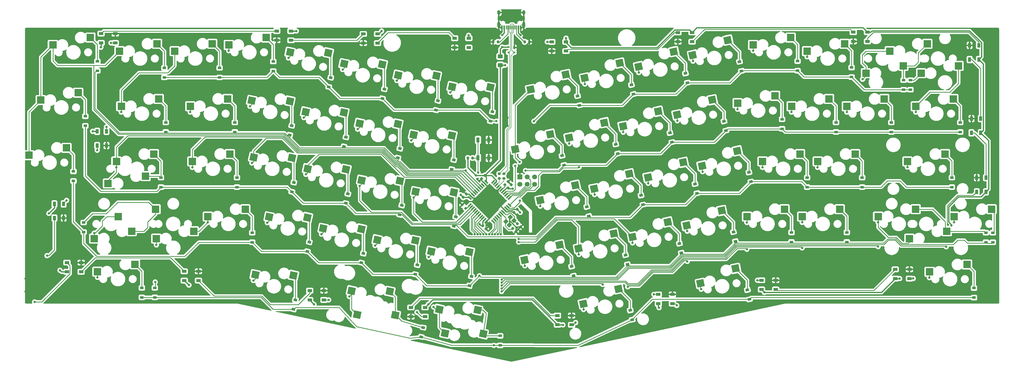
<source format=gbr>
G04 #@! TF.GenerationSoftware,KiCad,Pcbnew,(5.99.0-11539-gc946070005)*
G04 #@! TF.CreationDate,2021-11-17T21:04:03-06:00*
G04 #@! TF.ProjectId,aliceq,616c6963-6571-42e6-9b69-6361645f7063,rev?*
G04 #@! TF.SameCoordinates,Original*
G04 #@! TF.FileFunction,Copper,L2,Bot*
G04 #@! TF.FilePolarity,Positive*
%FSLAX46Y46*%
G04 Gerber Fmt 4.6, Leading zero omitted, Abs format (unit mm)*
G04 Created by KiCad (PCBNEW (5.99.0-11539-gc946070005)) date 2021-11-17 21:04:03*
%MOMM*%
%LPD*%
G01*
G04 APERTURE LIST*
G04 Aperture macros list*
%AMRoundRect*
0 Rectangle with rounded corners*
0 $1 Rounding radius*
0 $2 $3 $4 $5 $6 $7 $8 $9 X,Y pos of 4 corners*
0 Add a 4 corners polygon primitive as box body*
4,1,4,$2,$3,$4,$5,$6,$7,$8,$9,$2,$3,0*
0 Add four circle primitives for the rounded corners*
1,1,$1+$1,$2,$3*
1,1,$1+$1,$4,$5*
1,1,$1+$1,$6,$7*
1,1,$1+$1,$8,$9*
0 Add four rect primitives between the rounded corners*
20,1,$1+$1,$2,$3,$4,$5,0*
20,1,$1+$1,$4,$5,$6,$7,0*
20,1,$1+$1,$6,$7,$8,$9,0*
20,1,$1+$1,$8,$9,$2,$3,0*%
%AMRotRect*
0 Rectangle, with rotation*
0 The origin of the aperture is its center*
0 $1 length*
0 $2 width*
0 $3 Rotation angle, in degrees counterclockwise*
0 Add horizontal line*
21,1,$1,$2,0,0,$3*%
G04 Aperture macros list end*
G04 #@! TA.AperFunction,SMDPad,CuDef*
%ADD10R,2.550000X2.500000*%
G04 #@! TD*
G04 #@! TA.AperFunction,SMDPad,CuDef*
%ADD11RotRect,2.550000X2.500000X12.000000*%
G04 #@! TD*
G04 #@! TA.AperFunction,SMDPad,CuDef*
%ADD12RotRect,2.550000X2.500000X348.000000*%
G04 #@! TD*
G04 #@! TA.AperFunction,SMDPad,CuDef*
%ADD13RotRect,2.550000X2.500000X168.000000*%
G04 #@! TD*
G04 #@! TA.AperFunction,SMDPad,CuDef*
%ADD14RotRect,0.900000X1.200000X102.000000*%
G04 #@! TD*
G04 #@! TA.AperFunction,SMDPad,CuDef*
%ADD15R,1.200000X0.900000*%
G04 #@! TD*
G04 #@! TA.AperFunction,SMDPad,CuDef*
%ADD16R,1.500000X1.000000*%
G04 #@! TD*
G04 #@! TA.AperFunction,SMDPad,CuDef*
%ADD17RotRect,0.900000X1.200000X78.000000*%
G04 #@! TD*
G04 #@! TA.AperFunction,ComponentPad*
%ADD18C,1.700000*%
G04 #@! TD*
G04 #@! TA.AperFunction,ComponentPad*
%ADD19R,1.700000X1.700000*%
G04 #@! TD*
G04 #@! TA.AperFunction,SMDPad,CuDef*
%ADD20RotRect,1.500000X0.550000X225.000000*%
G04 #@! TD*
G04 #@! TA.AperFunction,SMDPad,CuDef*
%ADD21RotRect,1.500000X0.550000X135.000000*%
G04 #@! TD*
G04 #@! TA.AperFunction,SMDPad,CuDef*
%ADD22R,1.000000X1.500000*%
G04 #@! TD*
G04 #@! TA.AperFunction,SMDPad,CuDef*
%ADD23RoundRect,0.225000X0.017678X-0.335876X0.335876X-0.017678X-0.017678X0.335876X-0.335876X0.017678X0*%
G04 #@! TD*
G04 #@! TA.AperFunction,SMDPad,CuDef*
%ADD24R,1.100000X1.800000*%
G04 #@! TD*
G04 #@! TA.AperFunction,SMDPad,CuDef*
%ADD25RoundRect,0.200000X0.200000X0.275000X-0.200000X0.275000X-0.200000X-0.275000X0.200000X-0.275000X0*%
G04 #@! TD*
G04 #@! TA.AperFunction,SMDPad,CuDef*
%ADD26RoundRect,0.225000X0.335876X0.017678X0.017678X0.335876X-0.335876X-0.017678X-0.017678X-0.335876X0*%
G04 #@! TD*
G04 #@! TA.AperFunction,SMDPad,CuDef*
%ADD27RoundRect,0.200000X-0.335876X-0.053033X-0.053033X-0.335876X0.335876X0.053033X0.053033X0.335876X0*%
G04 #@! TD*
G04 #@! TA.AperFunction,SMDPad,CuDef*
%ADD28R,0.600000X1.450000*%
G04 #@! TD*
G04 #@! TA.AperFunction,SMDPad,CuDef*
%ADD29R,0.300000X1.450000*%
G04 #@! TD*
G04 #@! TA.AperFunction,ComponentPad*
%ADD30O,1.000000X1.600000*%
G04 #@! TD*
G04 #@! TA.AperFunction,ComponentPad*
%ADD31O,1.000000X2.100000*%
G04 #@! TD*
G04 #@! TA.AperFunction,SMDPad,CuDef*
%ADD32R,0.700000X1.000000*%
G04 #@! TD*
G04 #@! TA.AperFunction,SMDPad,CuDef*
%ADD33R,0.700000X0.600000*%
G04 #@! TD*
G04 #@! TA.AperFunction,SMDPad,CuDef*
%ADD34RoundRect,0.200000X0.275000X-0.200000X0.275000X0.200000X-0.275000X0.200000X-0.275000X-0.200000X0*%
G04 #@! TD*
G04 #@! TA.AperFunction,SMDPad,CuDef*
%ADD35RotRect,1.400000X1.200000X45.000000*%
G04 #@! TD*
G04 #@! TA.AperFunction,SMDPad,CuDef*
%ADD36RoundRect,0.200000X-0.275000X0.200000X-0.275000X-0.200000X0.275000X-0.200000X0.275000X0.200000X0*%
G04 #@! TD*
G04 #@! TA.AperFunction,SMDPad,CuDef*
%ADD37RoundRect,0.250001X0.624999X-0.462499X0.624999X0.462499X-0.624999X0.462499X-0.624999X-0.462499X0*%
G04 #@! TD*
G04 #@! TA.AperFunction,SMDPad,CuDef*
%ADD38RoundRect,0.200000X-0.200000X-0.275000X0.200000X-0.275000X0.200000X0.275000X-0.200000X0.275000X0*%
G04 #@! TD*
G04 #@! TA.AperFunction,SMDPad,CuDef*
%ADD39RoundRect,0.225000X-0.017678X0.335876X-0.335876X0.017678X0.017678X-0.335876X0.335876X-0.017678X0*%
G04 #@! TD*
G04 #@! TA.AperFunction,SMDPad,CuDef*
%ADD40RoundRect,0.225000X-0.335876X-0.017678X-0.017678X-0.335876X0.335876X0.017678X0.017678X0.335876X0*%
G04 #@! TD*
G04 #@! TA.AperFunction,ViaPad*
%ADD41C,0.800000*%
G04 #@! TD*
G04 #@! TA.AperFunction,Conductor*
%ADD42C,0.381000*%
G04 #@! TD*
G04 #@! TA.AperFunction,Conductor*
%ADD43C,0.254000*%
G04 #@! TD*
G04 #@! TA.AperFunction,Conductor*
%ADD44C,0.250000*%
G04 #@! TD*
G04 #@! TA.AperFunction,Conductor*
%ADD45C,0.200000*%
G04 #@! TD*
G04 APERTURE END LIST*
D10*
X36475517Y-76529767D03*
X23548517Y-79069767D03*
X65216567Y-31209745D03*
X78143567Y-28669745D03*
D11*
X219943379Y-55328316D03*
X232059797Y-50156147D03*
X228013381Y-113578349D03*
X240129799Y-108406180D03*
X204569659Y-97549057D03*
X216686077Y-92376888D03*
D10*
X28126547Y-52399757D03*
X41053547Y-49859757D03*
D12*
X73119490Y-50402207D03*
X86292100Y-50605386D03*
D10*
X289321688Y-90499777D03*
X302248688Y-87959777D03*
D11*
X185935937Y-101509776D03*
X198052355Y-96337607D03*
D10*
X31681543Y-95579777D03*
X18754543Y-98119777D03*
X264806674Y-33349746D03*
X277733674Y-30809746D03*
D12*
X79169494Y-90642229D03*
X92342104Y-90845408D03*
D10*
X263126673Y-90499777D03*
X276053673Y-87959777D03*
D12*
X142300663Y-45634358D03*
X155473273Y-45837537D03*
X129720656Y-81914377D03*
X142893266Y-82117556D03*
D10*
X246176664Y-31209745D03*
X259103664Y-28669745D03*
D11*
X201309657Y-59289036D03*
X213426075Y-54116867D03*
D12*
X74359491Y-110632240D03*
X87532101Y-110835419D03*
D10*
X27036543Y-90499777D03*
X39963543Y-87959777D03*
X240816661Y-51339756D03*
X253743661Y-48799756D03*
X46576557Y-33349746D03*
X59503557Y-30809746D03*
X268486676Y-71449767D03*
X281413676Y-68909767D03*
D11*
X209929662Y-76939046D03*
X222046080Y-71766877D03*
D12*
X123666942Y-41673638D03*
X136839552Y-41876817D03*
D10*
X4506534Y-31209745D03*
X17433534Y-28669745D03*
X249436666Y-71449767D03*
X262363666Y-68909767D03*
X298026682Y-38429746D03*
X285099682Y-40969746D03*
X302316695Y-52399757D03*
X315243695Y-49859757D03*
D12*
X105033220Y-37712918D03*
X118205830Y-37916097D03*
D10*
X-3723471Y-69309766D03*
X9203529Y-66769766D03*
D12*
X73819491Y-70032218D03*
X86992101Y-70235397D03*
D11*
X187603364Y-120638351D03*
X199719782Y-115466182D03*
D10*
X315515452Y-90499777D03*
X328442452Y-87959777D03*
X293381690Y-33349746D03*
X306308690Y-30809746D03*
X259446671Y-52399757D03*
X272373671Y-49859757D03*
D12*
X110386935Y-58323647D03*
X123559545Y-58526826D03*
D10*
X346532Y-50259755D03*
X13273532Y-47719755D03*
D12*
X135070659Y-102524388D03*
X148243269Y-102727567D03*
D10*
X307072297Y-109597787D03*
X319999297Y-107057787D03*
D11*
X164042214Y-67210476D03*
X176158632Y-62038307D03*
D10*
X244076663Y-90499777D03*
X257003663Y-87959777D03*
D12*
X86399498Y-33752198D03*
X99572108Y-33955377D03*
X107598066Y-116160466D03*
X120770676Y-116363645D03*
D11*
X188035938Y-42639744D03*
X200152356Y-37467575D03*
D10*
X27526546Y-33349746D03*
X40453546Y-30809746D03*
X278496682Y-52399757D03*
X291423682Y-49859757D03*
D11*
X191295940Y-80899765D03*
X203412358Y-75727596D03*
D10*
X53112793Y-95579777D03*
X40185793Y-98119777D03*
D12*
X92453213Y-73992938D03*
X105625823Y-74196117D03*
X111086935Y-77953657D03*
X124259545Y-78156836D03*
X129020656Y-62284367D03*
X142193266Y-62487546D03*
D10*
X299436693Y-71449767D03*
X312363693Y-68909767D03*
D11*
X228563384Y-72978326D03*
X240679802Y-67806157D03*
D10*
X317076698Y-38429746D03*
X304149698Y-40969746D03*
X51936559Y-52399757D03*
X64863559Y-49859757D03*
X57986563Y-90499777D03*
X70913563Y-87959777D03*
D11*
X225303382Y-34718305D03*
X237419800Y-29546136D03*
X167302216Y-105470496D03*
X179418634Y-100298327D03*
D12*
X97803216Y-94602949D03*
X110975826Y-94806128D03*
D10*
X52636560Y-71449767D03*
X65563560Y-68909767D03*
D11*
X172662219Y-84860485D03*
X184778637Y-79688316D03*
D10*
X313014695Y-95579777D03*
X300087695Y-98119777D03*
X19896542Y-109549787D03*
X32823542Y-107009787D03*
D11*
X182675935Y-63249756D03*
X194792353Y-58077587D03*
D12*
X91753213Y-54362927D03*
X104925823Y-54566106D03*
D11*
X223203381Y-93588337D03*
X235319799Y-88416168D03*
D10*
X26436525Y-71449767D03*
X39363525Y-68909767D03*
D11*
X169402217Y-46600465D03*
X181518635Y-41428296D03*
D13*
X122693673Y-124567342D03*
X109521063Y-124364163D03*
D12*
X137894543Y-122600181D03*
X151067153Y-122803360D03*
X116436938Y-98563668D03*
X129609548Y-98766847D03*
D13*
X153013689Y-131007345D03*
X139841079Y-130804166D03*
D11*
X206669660Y-38679025D03*
X218786078Y-33506856D03*
D14*
X242154579Y-40203684D03*
X241468471Y-36975796D03*
X245404579Y-78453684D03*
X244718471Y-75225796D03*
X226804579Y-82453684D03*
X226118471Y-79225796D03*
D15*
X15130000Y-95860000D03*
X15130000Y-92560000D03*
D14*
X240054579Y-99053684D03*
X239368471Y-95825796D03*
X186254579Y-52053684D03*
X185568471Y-48825796D03*
D16*
X181600000Y-30125000D03*
X181600000Y-33325000D03*
X176700000Y-33325000D03*
X176700000Y-30125000D03*
X225125000Y-26900000D03*
X225125000Y-30100000D03*
X220225000Y-30100000D03*
X220225000Y-26900000D03*
D17*
X92318471Y-102553684D03*
X93004579Y-99325796D03*
D15*
X19861525Y-40139740D03*
X19861525Y-36839740D03*
X68011525Y-80339740D03*
X68011525Y-77039740D03*
D17*
X124218471Y-89853684D03*
X124904579Y-86625796D03*
D18*
X170740000Y-79370000D03*
X170740000Y-76830000D03*
X168200000Y-79370000D03*
X168200000Y-76830000D03*
X165660000Y-79370000D03*
D19*
X165660000Y-76830000D03*
D20*
X156432082Y-78471064D03*
X156997767Y-79036750D03*
X157563452Y-79602435D03*
X158129138Y-80168120D03*
X158694823Y-80733806D03*
X159260509Y-81299491D03*
X159826194Y-81865177D03*
X160391880Y-82430862D03*
X160957565Y-82996548D03*
X161523250Y-83562233D03*
X162088936Y-84127918D03*
D21*
X162088936Y-86532082D03*
X161523250Y-87097767D03*
X160957565Y-87663452D03*
X160391880Y-88229138D03*
X159826194Y-88794823D03*
X159260509Y-89360509D03*
X158694823Y-89926194D03*
X158129138Y-90491880D03*
X157563452Y-91057565D03*
X156997767Y-91623250D03*
X156432082Y-92188936D03*
D20*
X154027918Y-92188936D03*
X153462233Y-91623250D03*
X152896548Y-91057565D03*
X152330862Y-90491880D03*
X151765177Y-89926194D03*
X151199491Y-89360509D03*
X150633806Y-88794823D03*
X150068120Y-88229138D03*
X149502435Y-87663452D03*
X148936750Y-87097767D03*
X148371064Y-86532082D03*
D21*
X148371064Y-84127918D03*
X148936750Y-83562233D03*
X149502435Y-82996548D03*
X150068120Y-82430862D03*
X150633806Y-81865177D03*
X151199491Y-81299491D03*
X151765177Y-80733806D03*
X152330862Y-80168120D03*
X152896548Y-79602435D03*
X153462233Y-79036750D03*
X154027918Y-78471064D03*
D22*
X324090000Y-36240000D03*
X320890000Y-36240000D03*
X320890000Y-31340000D03*
X324090000Y-31340000D03*
D23*
X160531992Y-79508008D03*
X161628008Y-78411992D03*
D15*
X43461525Y-61289740D03*
X43461525Y-57989740D03*
D16*
X49850000Y-112600000D03*
X49850000Y-109400000D03*
X54750000Y-109400000D03*
X54750000Y-112600000D03*
D14*
X236804579Y-60803684D03*
X236118471Y-57575796D03*
D22*
X19800000Y-61050000D03*
X23000000Y-61050000D03*
X23000000Y-65950000D03*
X19800000Y-65950000D03*
D17*
X86268471Y-62303684D03*
X86954579Y-59075796D03*
D15*
X73311525Y-99389740D03*
X73311525Y-96089740D03*
X42986525Y-42433490D03*
X42986525Y-39133490D03*
D16*
X295210000Y-111920000D03*
X295210000Y-108720000D03*
X300110000Y-108720000D03*
X300110000Y-111920000D03*
D24*
X154925000Y-64025000D03*
X154925000Y-70225000D03*
X151225000Y-70225000D03*
X151225000Y-64025000D03*
D16*
X21125000Y-30500000D03*
X21125000Y-27300000D03*
X26025000Y-27300000D03*
X26025000Y-30500000D03*
D22*
X5025000Y-86100000D03*
X8225000Y-86100000D03*
X8225000Y-91000000D03*
X5025000Y-91000000D03*
D15*
X158850000Y-135000000D03*
X158850000Y-131700000D03*
D16*
X86650000Y-26400000D03*
X86650000Y-29600000D03*
X81750000Y-29600000D03*
X81750000Y-26400000D03*
D25*
X149350000Y-70250000D03*
X147700000Y-70250000D03*
D26*
X164308008Y-95668008D03*
X163211992Y-94571992D03*
D16*
X285625000Y-26800000D03*
X285625000Y-30000000D03*
X280725000Y-30000000D03*
X280725000Y-26800000D03*
D17*
X105618471Y-85903684D03*
X106304579Y-82675796D03*
X87543471Y-122528684D03*
X88229579Y-119300796D03*
D14*
X189454579Y-90353684D03*
X188768471Y-87125796D03*
D16*
X93150000Y-119300000D03*
X93150000Y-116100000D03*
X98050000Y-116100000D03*
X98050000Y-119300000D03*
D14*
X221404579Y-103053684D03*
X220718471Y-99825796D03*
D16*
X132950000Y-121900000D03*
X132950000Y-125100000D03*
X128050000Y-125100000D03*
X128050000Y-121900000D03*
X213450000Y-120600000D03*
X213450000Y-117400000D03*
X218350000Y-117400000D03*
X218350000Y-120600000D03*
D17*
X136718471Y-53703684D03*
X137404579Y-50475796D03*
D14*
X184204579Y-110953684D03*
X183518471Y-107725796D03*
D27*
X145796637Y-86446637D03*
X146963363Y-87613363D03*
D15*
X41811525Y-80339740D03*
X41811525Y-77039740D03*
D14*
X204454579Y-126128684D03*
X203768471Y-122900796D03*
X223504579Y-44253684D03*
X222818471Y-41025796D03*
D17*
X99718471Y-45703684D03*
X100404579Y-42475796D03*
X129568471Y-110453684D03*
X130254579Y-107225796D03*
D23*
X146121992Y-83848008D03*
X147218008Y-82751992D03*
D15*
X280161525Y-42289740D03*
X280161525Y-38989740D03*
X326520000Y-99390000D03*
X326520000Y-96090000D03*
D14*
X208154579Y-86403684D03*
X207468471Y-83175796D03*
D22*
X326550000Y-81960000D03*
X323350000Y-81960000D03*
X323350000Y-77060000D03*
X326550000Y-77060000D03*
D15*
X259411525Y-99289740D03*
X259411525Y-95989740D03*
D16*
X249050000Y-115700000D03*
X249050000Y-112500000D03*
X253950000Y-112500000D03*
X253950000Y-115700000D03*
D14*
X180904579Y-72703684D03*
X180218471Y-69475796D03*
D16*
X116550000Y-27400000D03*
X116550000Y-30600000D03*
X111650000Y-30600000D03*
X111650000Y-27400000D03*
D15*
X15711525Y-59139740D03*
X15711525Y-55839740D03*
X298125000Y-46675000D03*
X298125000Y-43375000D03*
D16*
X178650000Y-127900000D03*
X178650000Y-124700000D03*
X183550000Y-124700000D03*
X183550000Y-127900000D03*
D17*
X142868471Y-93803684D03*
X143554579Y-90575796D03*
X155511525Y-57539740D03*
X156197633Y-54311852D03*
D15*
X283811525Y-80339740D03*
X283811525Y-77039740D03*
D28*
X159505000Y-25132500D03*
X160280000Y-25132500D03*
D29*
X160980000Y-25132500D03*
X161480000Y-25132500D03*
X161980000Y-25132500D03*
X162480000Y-25132500D03*
X162980000Y-25132500D03*
X163480000Y-25132500D03*
X163980000Y-25132500D03*
X164480000Y-25132500D03*
D28*
X165180000Y-25132500D03*
X165955000Y-25132500D03*
D30*
X167050000Y-20037500D03*
X158410000Y-20037500D03*
D31*
X167050000Y-24217500D03*
X158410000Y-24217500D03*
D17*
X131656946Y-132063944D03*
X132343054Y-128836056D03*
D15*
X293861525Y-61289740D03*
X293861525Y-57989740D03*
D17*
X86968471Y-81953684D03*
X87654579Y-78725796D03*
D14*
X218154579Y-64803684D03*
X217468471Y-61575796D03*
D15*
X62036525Y-42433490D03*
X62036525Y-39133490D03*
D14*
X202804579Y-107003684D03*
X202118471Y-103775796D03*
D15*
X328911525Y-99389740D03*
X328911525Y-96089740D03*
X300475000Y-46675000D03*
X300475000Y-43375000D03*
D14*
X204854579Y-48203684D03*
X204168471Y-44975796D03*
D32*
X163731612Y-32114740D03*
D33*
X163731612Y-33814740D03*
X161731612Y-33814740D03*
X161731612Y-31914740D03*
D15*
X278511525Y-99289740D03*
X278511525Y-95989740D03*
D14*
X244879579Y-119078684D03*
X244193471Y-115850796D03*
D15*
X256161525Y-60189740D03*
X256161525Y-56889740D03*
X274761525Y-61289740D03*
X274761525Y-57989740D03*
X264811525Y-80339740D03*
X264811525Y-77039740D03*
D17*
X123568471Y-70203684D03*
X124254579Y-66975796D03*
D15*
X11611525Y-78189740D03*
X11611525Y-74889740D03*
D16*
X9350000Y-109600000D03*
X9350000Y-106400000D03*
X14250000Y-106400000D03*
X14250000Y-109600000D03*
D34*
X160161524Y-77327240D03*
X160161524Y-75677240D03*
D25*
X158119112Y-30149740D03*
X156469112Y-30149740D03*
D35*
X160841142Y-92216777D03*
X162396777Y-90661142D03*
X163598858Y-91863223D03*
X162043223Y-93418858D03*
D17*
X104968471Y-66303684D03*
X105654579Y-63075796D03*
X148268471Y-114403684D03*
X148954579Y-111175796D03*
D15*
X314761525Y-80339740D03*
X314761525Y-77039740D03*
D36*
X158561525Y-75677240D03*
X158561525Y-77327240D03*
D15*
X317661525Y-61289740D03*
X317661525Y-57989740D03*
X35211525Y-118439740D03*
X35211525Y-115139740D03*
D37*
X158901525Y-38167240D03*
X158901525Y-35192240D03*
D17*
X118218471Y-49703684D03*
X118904579Y-46475796D03*
X110968471Y-106453684D03*
X111654579Y-103225796D03*
D15*
X261511525Y-40089740D03*
X261511525Y-36789740D03*
X39690000Y-118440000D03*
X39690000Y-115140000D03*
D38*
X167344112Y-30149740D03*
X168994112Y-30149740D03*
D39*
X164728008Y-88011992D03*
X163631992Y-89108008D03*
X153568008Y-76341992D03*
X152471992Y-77438008D03*
D40*
X152901992Y-93681992D03*
X153998008Y-94778008D03*
D26*
X165928008Y-94058008D03*
X164831992Y-92961992D03*
D17*
X142168471Y-74153684D03*
X142854579Y-70925796D03*
D22*
X324710000Y-61570000D03*
X321510000Y-61570000D03*
X321510000Y-56670000D03*
X324710000Y-56670000D03*
D23*
X161601992Y-80578008D03*
X162698008Y-79481992D03*
D15*
X80561525Y-40239740D03*
X80561525Y-36939740D03*
D16*
X148075000Y-28900000D03*
X148075000Y-32100000D03*
X143175000Y-32100000D03*
X143175000Y-28900000D03*
D15*
X67311525Y-61289740D03*
X67311525Y-57989740D03*
X322411525Y-118489740D03*
X322411525Y-115189740D03*
D14*
X199454579Y-68753684D03*
X198768471Y-65525796D03*
D41*
X-4903819Y-116446181D03*
X-4100000Y-25900000D03*
X161450000Y-56300000D03*
X160350000Y-56300000D03*
X149700000Y-73175000D03*
X162550000Y-138050000D03*
X157050000Y-75550000D03*
X165575000Y-73475000D03*
X158500000Y-73800000D03*
X162450000Y-73650000D03*
X-4049502Y-120000000D03*
X23150000Y-69925000D03*
X170175000Y-86325000D03*
X161190000Y-96370000D03*
X-4928821Y-111971179D03*
X161450000Y-59150000D03*
X167503423Y-92379729D03*
X149061525Y-96589740D03*
X160350000Y-59100000D03*
X90800000Y-123900000D03*
X162450000Y-75800000D03*
X145240000Y-82990000D03*
X181600000Y-28850000D03*
X213700000Y-122000000D03*
X134050000Y-120800000D03*
X117950000Y-26400000D03*
X150516992Y-76341992D03*
X88525000Y-26400000D03*
X6950000Y-109075000D03*
X296750000Y-111925000D03*
X148000000Y-27875000D03*
X3125000Y-89400000D03*
X21075000Y-32000000D03*
X165790000Y-89050000D03*
X94625000Y-120850000D03*
X180525000Y-127925000D03*
X160561525Y-38189740D03*
X163241286Y-80871286D03*
X151788714Y-93168714D03*
X51450000Y-114175000D03*
X18225000Y-61050000D03*
X314600000Y-93550000D03*
X250050000Y-116700000D03*
X157571525Y-57529740D03*
X170521525Y-57549740D03*
X164060000Y-72960000D03*
X146952505Y-74588760D03*
X167621525Y-74599740D03*
X150061525Y-96589740D03*
X151718471Y-110953684D03*
X186075000Y-73430184D03*
X175125000Y-30125000D03*
X165892910Y-27788355D03*
X159551525Y-31919740D03*
X159530140Y-27788355D03*
X165650000Y-85020000D03*
X151250000Y-75313260D03*
X18770000Y-96200000D03*
X26400000Y-73500000D03*
X28100000Y-54400000D03*
X19900000Y-111500000D03*
X58000000Y-92500000D03*
X52600000Y-73500000D03*
X51900000Y-54400000D03*
X65200000Y-33200000D03*
X73200000Y-72000000D03*
X85800000Y-35700000D03*
X78500000Y-92600000D03*
X73700000Y-112600000D03*
X72500000Y-52400000D03*
X97200000Y-96600000D03*
X91800000Y-75900000D03*
X104500000Y-39700000D03*
X91100000Y-56300000D03*
X109700000Y-60300000D03*
X115700000Y-100500000D03*
X106800000Y-118100000D03*
X110400000Y-79900000D03*
X123200000Y-43500000D03*
X141600000Y-47600000D03*
X129000000Y-83900000D03*
X128200000Y-64200000D03*
X134200000Y-104500000D03*
X135900000Y-121750000D03*
X157062519Y-96589740D03*
X172700000Y-86900000D03*
X187650000Y-122600000D03*
X167400000Y-107500000D03*
X165575000Y-71650000D03*
X158062022Y-96589740D03*
X165261525Y-99289740D03*
X188100000Y-44700000D03*
X191450000Y-82900000D03*
X182700000Y-65300000D03*
X186000000Y-103600000D03*
X159061525Y-96589740D03*
X201350000Y-61350000D03*
X206700000Y-40750000D03*
X209950000Y-79000000D03*
X165261525Y-98214240D03*
X204550000Y-99600000D03*
X228250000Y-115600000D03*
X159361525Y-116375828D03*
X223450000Y-105990580D03*
X202900000Y-114778020D03*
X228750000Y-75000000D03*
X225400000Y-36800000D03*
X220000000Y-57400000D03*
X156061525Y-96589740D03*
X194275000Y-113951500D03*
X223450000Y-95550000D03*
X244025000Y-101787060D03*
X159361525Y-115357017D03*
X244000000Y-92550000D03*
X155062022Y-96589740D03*
X246150000Y-33200000D03*
X249400000Y-73500000D03*
X240800000Y-53400000D03*
X264800000Y-35300000D03*
X263100000Y-92500000D03*
X154062519Y-96589740D03*
X259400000Y-54400000D03*
X268400000Y-73500000D03*
X263100000Y-101333540D03*
X159361525Y-114338765D03*
X289300000Y-100880020D03*
X159361525Y-113319740D03*
X278500000Y-54400000D03*
X283950000Y-43050000D03*
X289300000Y-92500000D03*
X153061525Y-96589740D03*
X151061525Y-96589740D03*
X156703684Y-135003684D03*
X302300000Y-54400000D03*
X307000000Y-111600000D03*
X152062022Y-96589740D03*
X159361525Y-112314240D03*
X315500000Y-92500000D03*
X299400000Y-73400000D03*
X312805000Y-100942980D03*
X99700000Y-119300000D03*
X130153880Y-123578891D03*
X184925000Y-127135000D03*
X211925000Y-117400000D03*
X23000000Y-59550000D03*
X24550000Y-30500000D03*
X2485000Y-104000000D03*
X-1800000Y-120000000D03*
X301425000Y-111900000D03*
X313430000Y-93320000D03*
X219825000Y-121210000D03*
X247650000Y-112500000D03*
X19800000Y-67575000D03*
X9225000Y-84900000D03*
X39820000Y-113110000D03*
X40230000Y-100290000D03*
D42*
X153998008Y-94778008D02*
X153998008Y-92218846D01*
X165928008Y-94058008D02*
X164368008Y-94058008D01*
X158145705Y-81282924D02*
X158694823Y-80733806D01*
X158411612Y-24764741D02*
X158411612Y-20584741D01*
X163731612Y-32114740D02*
X166991612Y-32114740D01*
X162150401Y-92079599D02*
X162269599Y-92079599D01*
X163631992Y-89108008D02*
X163343984Y-88820000D01*
X148936750Y-83562233D02*
X149485869Y-84111352D01*
D43*
X161450000Y-56300000D02*
X161450000Y-59150000D01*
D42*
X162043223Y-93418858D02*
X162150401Y-93311680D01*
X162269599Y-92079599D02*
X164308008Y-94118008D01*
X158411612Y-24764741D02*
X158591612Y-24764741D01*
X149485869Y-84111352D02*
X155317277Y-84111352D01*
X160391880Y-88229138D02*
X158145705Y-85982963D01*
X153462233Y-79036750D02*
X155708407Y-81282924D01*
X148126509Y-82751992D02*
X147218008Y-82751992D01*
X162580000Y-75930000D02*
X162450000Y-75800000D01*
X166991612Y-32114740D02*
X168956612Y-30149740D01*
X155709315Y-83719315D02*
X158694823Y-80733806D01*
X148936750Y-83562233D02*
X148126509Y-82751992D01*
X154027918Y-92188936D02*
X158145705Y-88071149D01*
X158145705Y-85982963D02*
X158145705Y-81282924D01*
X154168630Y-85260000D02*
X155709315Y-83719315D01*
X162150401Y-93311680D02*
X162150401Y-92079599D01*
X168956612Y-29734827D02*
X165956612Y-26734827D01*
X160982742Y-88820000D02*
X160391880Y-88229138D01*
X157050000Y-75550000D02*
X157050000Y-75250000D01*
X162150401Y-90907518D02*
X162396777Y-90661142D01*
X167051612Y-24764741D02*
X166871612Y-24764741D01*
X153462233Y-79036750D02*
X152471992Y-78046509D01*
X157050000Y-75250000D02*
X158500000Y-73800000D01*
X164368008Y-94058008D02*
X164308008Y-94118008D01*
X166871612Y-24764741D02*
X165956612Y-25679741D01*
X156506612Y-29694653D02*
X159506612Y-26694653D01*
X165956612Y-26734827D02*
X165956612Y-25679741D01*
X156506612Y-30149740D02*
X156506612Y-29694653D01*
X162450000Y-75800000D02*
X162450000Y-73650000D01*
X160350000Y-56300000D02*
X160350000Y-59100000D01*
X167051612Y-24764741D02*
X167051612Y-20584741D01*
X162150401Y-92079599D02*
X162150401Y-90907518D01*
X146983274Y-85260000D02*
X154168630Y-85260000D01*
X145796637Y-86446637D02*
X146983274Y-85260000D01*
X164308008Y-94118008D02*
X164308008Y-95668008D01*
X158591612Y-24764741D02*
X159506612Y-25679741D01*
X155317277Y-84111352D02*
X155709315Y-83719315D01*
X155708407Y-81282924D02*
X158145705Y-81282924D01*
X159506612Y-26694653D02*
X159506612Y-25679741D01*
X153998008Y-92218846D02*
X154027918Y-92188936D01*
X163343984Y-88820000D02*
X160982742Y-88820000D01*
X152471992Y-78046509D02*
X152471992Y-77438008D01*
X158145705Y-88071149D02*
X158145705Y-81282924D01*
D43*
X160531992Y-79508008D02*
X160531992Y-80068008D01*
X159300509Y-81299491D02*
X159260509Y-81299491D01*
X160531992Y-80068008D02*
X159300509Y-81299491D01*
D42*
X49875000Y-112600000D02*
X51450000Y-114175000D01*
X317082980Y-83707020D02*
X324802980Y-83707020D01*
X154027918Y-78471064D02*
X154027918Y-76801902D01*
X163258008Y-88011992D02*
X164728008Y-88011992D01*
X225125000Y-26900000D02*
X226742020Y-25282980D01*
X164751992Y-88011992D02*
X165790000Y-89050000D01*
X146098008Y-83848008D02*
X145240000Y-82990000D01*
X181600000Y-30125000D02*
X181600000Y-30350000D01*
X213450000Y-120600000D02*
X213450000Y-121750000D01*
X148075000Y-28900000D02*
X148075000Y-27950000D01*
X155915242Y-76341992D02*
X153568008Y-76341992D01*
X181600000Y-30350000D02*
X183450000Y-32200000D01*
X153568008Y-76341992D02*
X158901525Y-71008475D01*
X161506684Y-88212571D02*
X163057429Y-88212571D01*
X164728008Y-88011992D02*
X164751992Y-88011992D01*
X324710000Y-61570000D02*
X325600011Y-60679989D01*
X325600011Y-37750011D02*
X324090000Y-36240000D01*
X285625000Y-26800000D02*
X286756000Y-26800000D01*
X135582980Y-119267020D02*
X133887500Y-120962500D01*
X5025000Y-87500000D02*
X5025000Y-86100000D01*
X156997767Y-79036750D02*
X157570000Y-78464517D01*
X147737500Y-70250000D02*
X147737500Y-73562500D01*
X183450000Y-32200000D02*
X212972980Y-32200000D01*
X180500000Y-127900000D02*
X180525000Y-127925000D01*
X116950000Y-27400000D02*
X117950000Y-26400000D01*
X158901525Y-38167240D02*
X160539025Y-38167240D01*
X146121992Y-83848008D02*
X148091154Y-83848008D01*
X226742020Y-25282980D02*
X284107980Y-25282980D01*
X327440011Y-81069989D02*
X326550000Y-81960000D01*
X157570000Y-77996750D02*
X155915242Y-76341992D01*
X158901525Y-71008475D02*
X158901525Y-70711525D01*
X296745000Y-111920000D02*
X296750000Y-111925000D01*
X286756000Y-26800000D02*
X287223020Y-26332980D01*
X170017020Y-119267020D02*
X135582980Y-119267020D01*
X327440011Y-64300011D02*
X327440011Y-81069989D01*
X3125000Y-89400000D02*
X5025000Y-87500000D01*
X178650000Y-127900000D02*
X180500000Y-127900000D01*
X148091154Y-83848008D02*
X148371064Y-84127918D01*
X152301992Y-93681992D02*
X151788714Y-93168714D01*
X150788008Y-76341992D02*
X150516992Y-76341992D01*
X133887500Y-120962500D02*
X134050000Y-120800000D01*
X86650000Y-26400000D02*
X88525000Y-26400000D01*
X224234989Y-26009989D02*
X225125000Y-26900000D01*
X250050000Y-116700000D02*
X249050000Y-115700000D01*
X324802980Y-83707020D02*
X326550000Y-81960000D01*
X314600000Y-93335384D02*
X313677020Y-92412404D01*
X213450000Y-121750000D02*
X213700000Y-122000000D01*
X161113363Y-80578008D02*
X161601992Y-80578008D01*
X9350000Y-109600000D02*
X7475000Y-109600000D01*
X295210000Y-111920000D02*
X296745000Y-111920000D01*
X212972980Y-32200000D02*
X219162991Y-26009989D01*
X324710000Y-61570000D02*
X327440011Y-64300011D01*
X290430000Y-116700000D02*
X250050000Y-116700000D01*
X159826194Y-81865177D02*
X161113363Y-80578008D01*
X152901992Y-93681992D02*
X152301992Y-93681992D01*
X320892980Y-26332980D02*
X319332980Y-26332980D01*
X93150000Y-119300000D02*
X93150000Y-119375000D01*
X49850000Y-112600000D02*
X49875000Y-112600000D01*
X158901525Y-37617240D02*
X158901525Y-70711525D01*
X313677020Y-92412404D02*
X313677020Y-87112980D01*
X157570000Y-78464517D02*
X157570000Y-77996750D01*
X21125000Y-31950000D02*
X21075000Y-32000000D01*
X324090000Y-36240000D02*
X324980011Y-35349989D01*
X324980011Y-30420011D02*
X320892980Y-26332980D01*
X161895270Y-80871286D02*
X161601992Y-80578008D01*
X153568008Y-76341992D02*
X150788008Y-76341992D01*
X319332980Y-26332980D02*
X319713002Y-26332980D01*
X163057429Y-88212571D02*
X163258008Y-88011992D01*
X181600000Y-28850000D02*
X181600000Y-30125000D01*
X152901992Y-93681992D02*
X152901992Y-92183491D01*
X284107980Y-25282980D02*
X285625000Y-26800000D01*
X21125000Y-30500000D02*
X21125000Y-31950000D01*
X154027918Y-76801902D02*
X153568008Y-76341992D01*
X287223020Y-26332980D02*
X319332980Y-26332980D01*
X152901992Y-92183491D02*
X153462233Y-91623250D01*
X219162991Y-26009989D02*
X224234989Y-26009989D01*
X93150000Y-119375000D02*
X94625000Y-120850000D01*
X178650000Y-127900000D02*
X170017020Y-119267020D01*
X324980011Y-35349989D02*
X324980011Y-30420011D01*
X314600000Y-93550000D02*
X314600000Y-93335384D01*
X133887500Y-120962500D02*
X132950000Y-121900000D01*
X148075000Y-27950000D02*
X148000000Y-27875000D01*
X150516992Y-76341992D02*
X147737500Y-73562500D01*
X325600011Y-60679989D02*
X325600011Y-37750011D01*
X116550000Y-27400000D02*
X116950000Y-27400000D01*
X158901525Y-38167240D02*
X158901525Y-38679740D01*
X18225000Y-61050000D02*
X19800000Y-61050000D01*
X295210000Y-111920000D02*
X290430000Y-116700000D01*
X7475000Y-109600000D02*
X6950000Y-109075000D01*
X160957565Y-87663452D02*
X161506684Y-88212571D01*
X313677020Y-87112980D02*
X317082980Y-83707020D01*
X146121992Y-83848008D02*
X146098008Y-83848008D01*
X163241286Y-80871286D02*
X161895270Y-80871286D01*
X160539025Y-38167240D02*
X160561525Y-38189740D01*
D43*
X164831992Y-92961992D02*
X164697627Y-92961992D01*
X161440000Y-89840000D02*
X161874217Y-89405783D01*
X160871371Y-89840000D02*
X161440000Y-89840000D01*
X164697627Y-92961992D02*
X163598858Y-91863223D01*
X163820000Y-90562647D02*
X163820000Y-91642081D01*
X163820000Y-91642081D02*
X163598858Y-91863223D01*
X161874217Y-89405783D02*
X162663137Y-89405783D01*
X162663137Y-89405783D02*
X163820000Y-90562647D01*
X159826194Y-88794823D02*
X160871371Y-89840000D01*
X162893984Y-94890000D02*
X163211992Y-94571992D01*
X160841142Y-90941142D02*
X160841142Y-92216777D01*
X160600000Y-93620000D02*
X161890000Y-94970000D01*
X159260509Y-89360509D02*
X160841142Y-90941142D01*
X160841142Y-92216777D02*
X160600000Y-93620000D01*
X161890000Y-94970000D02*
X162893984Y-94890000D01*
X42986525Y-33342725D02*
X40453546Y-30809746D01*
X42986525Y-39133490D02*
X42986525Y-33342725D01*
X300475000Y-46675000D02*
X298125000Y-46675000D01*
X261511525Y-40089740D02*
X242268523Y-40089740D01*
X263711525Y-42289740D02*
X261511525Y-40089740D01*
X238104579Y-44253684D02*
X242154579Y-40203684D01*
X242268523Y-40089740D02*
X242154579Y-40203684D01*
X103718471Y-49703684D02*
X99718471Y-45703684D01*
X136718471Y-53703684D02*
X122218471Y-53703684D01*
X280161525Y-42289740D02*
X263711525Y-42289740D01*
X163460000Y-81680000D02*
X161142742Y-81680000D01*
X284596785Y-46675000D02*
X284571785Y-46700000D01*
X164050000Y-81090000D02*
X163460000Y-81680000D01*
X223504579Y-44253684D02*
X238104579Y-44253684D01*
X201004579Y-52053684D02*
X204854579Y-48203684D01*
X219554579Y-48203684D02*
X223504579Y-44253684D01*
X96414787Y-42400000D02*
X99718471Y-45703684D01*
X164060000Y-72960000D02*
X164050000Y-72970000D01*
X80561525Y-40239740D02*
X82721785Y-42400000D01*
D44*
X170521525Y-57549740D02*
X176017581Y-52053684D01*
D43*
X78367775Y-42433490D02*
X80561525Y-40239740D01*
X122218471Y-53703684D02*
X118218471Y-49703684D01*
X118218471Y-49703684D02*
X103718471Y-49703684D01*
X186254579Y-52053684D02*
X201004579Y-52053684D01*
X280161525Y-42289740D02*
X284571785Y-46700000D01*
X136718471Y-53703684D02*
X151675469Y-53703684D01*
X82721785Y-42400000D02*
X96414787Y-42400000D01*
X62036525Y-42433490D02*
X78367775Y-42433490D01*
X164050000Y-72970000D02*
X164050000Y-81090000D01*
X298125000Y-46675000D02*
X284596785Y-46675000D01*
X161142742Y-81680000D02*
X160391880Y-82430862D01*
D44*
X157561525Y-57539740D02*
X157571525Y-57529740D01*
D43*
X151675469Y-53703684D02*
X155511525Y-57539740D01*
D44*
X155511525Y-57539740D02*
X157561525Y-57539740D01*
D43*
X204854579Y-48203684D02*
X219554579Y-48203684D01*
D44*
X176017581Y-52053684D02*
X186254579Y-52053684D01*
D43*
X42986525Y-42433490D02*
X62036525Y-42433490D01*
X62036525Y-39133490D02*
X62036525Y-33342714D01*
X62036525Y-33342714D02*
X59503557Y-30809746D01*
X80561525Y-36939740D02*
X80561525Y-31087703D01*
X80561525Y-31087703D02*
X78143567Y-28669745D01*
X100404579Y-34787848D02*
X99572108Y-33955377D01*
X100404579Y-42475796D02*
X100404579Y-34787848D01*
X118904579Y-38614846D02*
X118205830Y-37916097D01*
X118904579Y-46475796D02*
X118904579Y-38614846D01*
X137404579Y-42441844D02*
X136839552Y-41876817D01*
X137404579Y-50475796D02*
X137404579Y-42441844D01*
X156197633Y-54311852D02*
X156197633Y-46561897D01*
X156197633Y-46561897D02*
X155473273Y-45837537D01*
X185568471Y-45478132D02*
X181518635Y-41428296D01*
X185568471Y-48825796D02*
X185568471Y-45478132D01*
X204168471Y-44975796D02*
X204168471Y-41483690D01*
X204168471Y-41483690D02*
X200152356Y-37467575D01*
X222818471Y-37539249D02*
X218786078Y-33506856D01*
X222818471Y-41025796D02*
X222818471Y-37539249D01*
X241468471Y-36975796D02*
X241468471Y-33568471D01*
X241468471Y-33568471D02*
X237446136Y-29546136D01*
X237446136Y-29546136D02*
X237419800Y-29546136D01*
X261511525Y-36789740D02*
X261511525Y-31077606D01*
X261511525Y-31077606D02*
X259103664Y-28669745D01*
X280161525Y-38989740D02*
X280161525Y-33237597D01*
X280161525Y-33237597D02*
X277733674Y-30809746D01*
X303200000Y-37100000D02*
X303200000Y-33918436D01*
X298026682Y-43276682D02*
X298125000Y-43375000D01*
X303200000Y-33918436D02*
X306308690Y-30809746D01*
X298026682Y-38429746D02*
X298026682Y-43276682D01*
X298026682Y-38429746D02*
X301870254Y-38429746D01*
X301870254Y-38429746D02*
X303200000Y-37100000D01*
X84487026Y-61648480D02*
X85142230Y-62303684D01*
D44*
X143321045Y-74610220D02*
X143331265Y-74600000D01*
D43*
X67311525Y-61289740D02*
X67670265Y-61648480D01*
D44*
X142168471Y-74153684D02*
X141711935Y-74610220D01*
D43*
X179008523Y-74599740D02*
X167621525Y-74599740D01*
X104523675Y-66748480D02*
X105651520Y-66748480D01*
X237418523Y-60189740D02*
X236804579Y-60803684D01*
D44*
X141711935Y-74610220D02*
X140392005Y-74610220D01*
D43*
X274761525Y-61289740D02*
X257261525Y-61289740D01*
X19563300Y-40139740D02*
X19861525Y-40139740D01*
X43820265Y-61648480D02*
X44251520Y-61648480D01*
X214204579Y-68753684D02*
X218154579Y-64803684D01*
X66548480Y-61648480D02*
X68251520Y-61648480D01*
X146952505Y-74789763D02*
X146952505Y-74588760D01*
X104968471Y-66303684D02*
X105413267Y-66748480D01*
X19969273Y-54230727D02*
X19861525Y-54122979D01*
X19051520Y-40651520D02*
X19563300Y-40139740D01*
X118887026Y-66748480D02*
X122342230Y-70203684D01*
X67670265Y-61648480D02*
X68251520Y-61648480D01*
X27387026Y-61648480D02*
X19969273Y-54230727D01*
X66952785Y-61648480D02*
X67311525Y-61289740D01*
X85142230Y-62303684D02*
X86268471Y-62303684D01*
X195504579Y-72703684D02*
X199454579Y-68753684D01*
X257261525Y-61289740D02*
X256161525Y-60189740D01*
D44*
X123568471Y-71432753D02*
X123568471Y-70203684D01*
X127410220Y-74610220D02*
X124232753Y-71432753D01*
D43*
X43461525Y-61289740D02*
X43820265Y-61648480D01*
X19051520Y-53312974D02*
X19051520Y-40651520D01*
X86268471Y-62303684D02*
X86268471Y-63429925D01*
X42348480Y-61648480D02*
X44251520Y-61648480D01*
X42348480Y-61648480D02*
X27387026Y-61648480D01*
X293861525Y-61289740D02*
X274761525Y-61289740D01*
X66548480Y-61648480D02*
X66952785Y-61648480D01*
X42348480Y-61648480D02*
X43102785Y-61648480D01*
D44*
X140392005Y-74610220D02*
X127410220Y-74610220D01*
D43*
X89587026Y-66748480D02*
X104523675Y-66748480D01*
X256161525Y-60189740D02*
X237418523Y-60189740D01*
D44*
X146941265Y-74600000D02*
X146952505Y-74588760D01*
X142168471Y-74153684D02*
X142625007Y-74610220D01*
D43*
X105651520Y-66748480D02*
X118887026Y-66748480D01*
D44*
X123568471Y-71432753D02*
X123568471Y-71429925D01*
D43*
X104523675Y-66748480D02*
X104968471Y-66303684D01*
X180904579Y-72703684D02*
X179008523Y-74599740D01*
X218154579Y-64803684D02*
X232804579Y-64803684D01*
X43102785Y-61648480D02*
X43461525Y-61289740D01*
X152330862Y-80168120D02*
X146952505Y-74789763D01*
X86268471Y-63429925D02*
X89587026Y-66748480D01*
X44251520Y-61648480D02*
X66548480Y-61648480D01*
X232804579Y-64803684D02*
X236804579Y-60803684D01*
X19969273Y-54230727D02*
X19051520Y-53312974D01*
X68251520Y-61648480D02*
X84487026Y-61648480D01*
X180904579Y-72703684D02*
X195504579Y-72703684D01*
X86268471Y-63429925D02*
X85142230Y-62303684D01*
X317661525Y-61289740D02*
X293861525Y-61289740D01*
X199454579Y-68753684D02*
X214204579Y-68753684D01*
D44*
X142625007Y-74610220D02*
X143321045Y-74610220D01*
X123568471Y-71429925D02*
X122342230Y-70203684D01*
D43*
X122342230Y-70203684D02*
X123568471Y-70203684D01*
D44*
X140392005Y-74610220D02*
X143321045Y-74610220D01*
X143331265Y-74600000D02*
X146941265Y-74600000D01*
X124232753Y-71432753D02*
X123568471Y-71432753D01*
D43*
X105413267Y-66748480D02*
X105651520Y-66748480D01*
X19861525Y-36839740D02*
X19861525Y-31097736D01*
X19861525Y-31097736D02*
X17433534Y-28669745D01*
X43461525Y-57989740D02*
X43461525Y-52267735D01*
X43461525Y-52267735D02*
X41053547Y-49859757D01*
X67311525Y-52307723D02*
X64863559Y-49859757D01*
X67311525Y-57989740D02*
X67311525Y-52307723D01*
X86954579Y-59075796D02*
X86954579Y-51267865D01*
X86954579Y-51267865D02*
X86292100Y-50605386D01*
X105654579Y-63075796D02*
X105654579Y-55294862D01*
X105654579Y-55294862D02*
X104925823Y-54566106D01*
X124254579Y-59221860D02*
X123559545Y-58526826D01*
X124254579Y-66975796D02*
X124254579Y-59221860D01*
X142854579Y-63148859D02*
X142193266Y-62487546D01*
X142854579Y-70925796D02*
X142854579Y-63148859D01*
X180218471Y-69475796D02*
X180218471Y-65918471D01*
X180218471Y-65918471D02*
X176338307Y-62038307D01*
X176338307Y-62038307D02*
X176158632Y-62038307D01*
X198768471Y-65525796D02*
X198768471Y-62053705D01*
X198768471Y-62053705D02*
X194792353Y-58077587D01*
X217468471Y-58159263D02*
X213426075Y-54116867D01*
X217468471Y-61575796D02*
X217468471Y-58159263D01*
X236118471Y-57575796D02*
X236118471Y-54218471D01*
X236118471Y-54218471D02*
X232059797Y-50159797D01*
X232059797Y-50159797D02*
X232059797Y-50156147D01*
X256161525Y-56889740D02*
X256161525Y-51217620D01*
X256161525Y-51217620D02*
X253743661Y-48799756D01*
X274761525Y-52247611D02*
X272373671Y-49859757D01*
X274761525Y-57989740D02*
X274761525Y-52247611D01*
X124218471Y-89853684D02*
X123780558Y-89415771D01*
X41811525Y-80339740D02*
X40351265Y-81800000D01*
X86968471Y-81953684D02*
X90918471Y-85903684D01*
X283811525Y-80339740D02*
X290360260Y-80339740D01*
X125034735Y-89853684D02*
X128432571Y-93251520D01*
X299039740Y-80339740D02*
X314761525Y-80339740D01*
X262925469Y-78453684D02*
X245404579Y-78453684D01*
X124218471Y-89853684D02*
X125034735Y-89853684D01*
D44*
X143525305Y-93249520D02*
X145047738Y-93249520D01*
D43*
X141748480Y-93251520D02*
X142851520Y-93251520D01*
X222854579Y-86403684D02*
X226804579Y-82453684D01*
X142868471Y-93803684D02*
X143420635Y-93251520D01*
X290360260Y-80339740D02*
X292500000Y-78200000D01*
X90918471Y-85903684D02*
X105618471Y-85903684D01*
X283811525Y-80339740D02*
X264811525Y-80339740D01*
D44*
X144061525Y-93789740D02*
X147761525Y-97489740D01*
X143448480Y-93251520D02*
X142851520Y-93251520D01*
X147761525Y-97489740D02*
X171410260Y-97489740D01*
D43*
X109130558Y-89415771D02*
X105618471Y-85903684D01*
D44*
X189009783Y-90798480D02*
X203759783Y-90798480D01*
X143523305Y-93251520D02*
X143525305Y-93249520D01*
D43*
X143420635Y-93251520D02*
X143448480Y-93251520D01*
X40351265Y-81800000D02*
X21050000Y-81800000D01*
X21050000Y-81800000D02*
X15711525Y-76461525D01*
X15711525Y-76461525D02*
X15711525Y-59139740D01*
X123780558Y-89415771D02*
X109130558Y-89415771D01*
D44*
X143523305Y-93251520D02*
X143448480Y-93251520D01*
D43*
X208154579Y-86403684D02*
X222854579Y-86403684D01*
X245404579Y-78453684D02*
X241404579Y-82453684D01*
X85354527Y-80339740D02*
X86968471Y-81953684D01*
D44*
X189009783Y-90798480D02*
X189454579Y-90353684D01*
D43*
X296900000Y-78200000D02*
X299039740Y-80339740D01*
D44*
X178101521Y-90798480D02*
X189009783Y-90798480D01*
D43*
X41811525Y-80339740D02*
X68011525Y-80339740D01*
X292500000Y-78200000D02*
X296900000Y-78200000D01*
X264811525Y-80339740D02*
X262925469Y-78453684D01*
D44*
X203759783Y-90798480D02*
X204204579Y-90353684D01*
X144061525Y-93789740D02*
X143523305Y-93251520D01*
X171410260Y-97489740D02*
X178101521Y-90798480D01*
D43*
X128432571Y-93251520D02*
X141748480Y-93251520D01*
D44*
X145047738Y-93249520D02*
X150068120Y-88229138D01*
D43*
X241404579Y-82453684D02*
X226804579Y-82453684D01*
X204204579Y-90353684D02*
X208154579Y-86403684D01*
X68011525Y-80339740D02*
X85354527Y-80339740D01*
X141748480Y-93251520D02*
X142316307Y-93251520D01*
X293861525Y-52297600D02*
X291423682Y-49859757D01*
X293861525Y-57989740D02*
X293861525Y-52297600D01*
X317661525Y-52277587D02*
X315243695Y-49859757D01*
X317661525Y-57989740D02*
X317661525Y-52277587D01*
X15711525Y-55839740D02*
X15711525Y-50157748D01*
X15711525Y-50157748D02*
X13273532Y-47719755D01*
X41301552Y-76529767D02*
X41811525Y-77039740D01*
X41811525Y-77039740D02*
X41811525Y-71357767D01*
X41811525Y-71357767D02*
X39363525Y-68909767D01*
X36475517Y-76529767D02*
X41301552Y-76529767D01*
X68011525Y-77039740D02*
X68011525Y-71357732D01*
X68011525Y-71357732D02*
X65563560Y-68909767D01*
X87654579Y-70897875D02*
X86992101Y-70235397D01*
X87654579Y-78725796D02*
X87654579Y-70897875D01*
X106304579Y-82675796D02*
X106304579Y-74874873D01*
X106304579Y-74874873D02*
X105625823Y-74196117D01*
X124904579Y-86625796D02*
X124904579Y-78801870D01*
X124904579Y-78801870D02*
X124259545Y-78156836D01*
X143554579Y-90575796D02*
X143554579Y-82778869D01*
X143554579Y-82778869D02*
X142893266Y-82117556D01*
X188768471Y-87125796D02*
X188768471Y-83678150D01*
X188768471Y-83678150D02*
X184778637Y-79688316D01*
X207468471Y-83175796D02*
X207468471Y-79668471D01*
X207468471Y-79668471D02*
X203527596Y-75727596D01*
X203527596Y-75727596D02*
X203412358Y-75727596D01*
X226118471Y-79225796D02*
X226118471Y-75718471D01*
X226118471Y-75718471D02*
X222166877Y-71766877D01*
X222166877Y-71766877D02*
X222046080Y-71766877D01*
X244718471Y-75225796D02*
X244718471Y-71818471D01*
X244718471Y-71818471D02*
X240706157Y-67806157D01*
X240706157Y-67806157D02*
X240679802Y-67806157D01*
X184650895Y-111400000D02*
X198904131Y-111400000D01*
X292672146Y-98186480D02*
X291158626Y-99700000D01*
X73311525Y-99389740D02*
X54900260Y-99389740D01*
X15130000Y-95860000D02*
X11611525Y-92341525D01*
X326200000Y-99710000D02*
X320060000Y-99710000D01*
X326850000Y-99720000D02*
X326520000Y-99390000D01*
X240054579Y-99545421D02*
X240054579Y-99053684D01*
X110968471Y-106453684D02*
X96218471Y-106453684D01*
X19611480Y-104271480D02*
X15130000Y-99790000D01*
X183400000Y-111400000D02*
X183650000Y-111400000D01*
X150061525Y-96222899D02*
X150061525Y-96589740D01*
X221450000Y-103450000D02*
X221404579Y-103495421D01*
X183650000Y-111400000D02*
X183500000Y-111400000D01*
X184204579Y-110953684D02*
X184650895Y-111400000D01*
X202804579Y-107003684D02*
X203300895Y-107500000D01*
X221404579Y-103053684D02*
X221800895Y-103450000D01*
X315263520Y-100216480D02*
X297397854Y-100216480D01*
X92318471Y-102553684D02*
X76475469Y-102553684D01*
X260525000Y-99700000D02*
X258700000Y-99700000D01*
X11611525Y-92341525D02*
X11611525Y-78189740D01*
X129568471Y-110453684D02*
X114968471Y-110453684D01*
D44*
X148268471Y-114403684D02*
X133518471Y-114403684D01*
D43*
X202805027Y-107500000D02*
X202804579Y-107499552D01*
X240700895Y-99700000D02*
X239900000Y-99700000D01*
X328911525Y-99389740D02*
X328581265Y-99720000D01*
X316810000Y-98670000D02*
X315263520Y-100216480D01*
X151718471Y-110953684D02*
X152164787Y-111400000D01*
X76475469Y-102553684D02*
X73311525Y-99389740D01*
X236150000Y-103450000D02*
X239800000Y-99800000D01*
X184650895Y-111400000D02*
X183650000Y-111400000D01*
X217400000Y-107500000D02*
X221404579Y-103495421D01*
X320060000Y-99710000D02*
X319020000Y-98670000D01*
D44*
X148268471Y-114403684D02*
X151718471Y-110953684D01*
D43*
X328911525Y-99389740D02*
X328601265Y-99700000D01*
X150633806Y-88794823D02*
X148906480Y-90522149D01*
X221800895Y-103450000D02*
X221450000Y-103450000D01*
D44*
X133518471Y-114403684D02*
X129568471Y-110453684D01*
D43*
X114968471Y-110453684D02*
X110968471Y-106453684D01*
X295367854Y-98186480D02*
X292672146Y-98186480D01*
X239800000Y-99800000D02*
X240054579Y-99545421D01*
X202804579Y-107499552D02*
X202804579Y-107003684D01*
X96218471Y-106453684D02*
X92318471Y-102553684D01*
X15130000Y-99790000D02*
X15130000Y-95860000D01*
X326520000Y-99390000D02*
X326200000Y-99710000D01*
X148906480Y-95067854D02*
X150061525Y-96222899D01*
X221800895Y-103450000D02*
X236150000Y-103450000D01*
X152164787Y-111400000D02*
X183650000Y-111400000D01*
X203450000Y-107500000D02*
X202805027Y-107500000D01*
X54900260Y-99389740D02*
X50018520Y-104271480D01*
X291158626Y-99700000D02*
X240700895Y-99700000D01*
X297397854Y-100216480D02*
X295367854Y-98186480D01*
X203450000Y-107500000D02*
X217400000Y-107500000D01*
X50018520Y-104271480D02*
X19611480Y-104271480D01*
X239900000Y-99700000D02*
X239800000Y-99800000D01*
X203300895Y-107500000D02*
X203450000Y-107500000D01*
X148906480Y-90522149D02*
X148906480Y-95067854D01*
X319020000Y-98670000D02*
X316810000Y-98670000D01*
X198904131Y-111400000D02*
X202804579Y-107499552D01*
X240700895Y-99700000D02*
X240054579Y-99053684D01*
X221404579Y-103495421D02*
X221404579Y-103053684D01*
X328581265Y-99720000D02*
X326850000Y-99720000D01*
X264811525Y-71357626D02*
X262363666Y-68909767D01*
X264811525Y-77039740D02*
X264811525Y-71357626D01*
X283811525Y-77039740D02*
X283811525Y-71307616D01*
X283811525Y-71307616D02*
X281413676Y-68909767D01*
X314761525Y-71307599D02*
X312363693Y-68909767D01*
X314761525Y-77039740D02*
X314761525Y-71307599D01*
X11611525Y-69177762D02*
X9203529Y-66769766D01*
X11611525Y-74889740D02*
X11611525Y-69177762D01*
X26880000Y-85590000D02*
X37593766Y-85590000D01*
X31681543Y-95579777D02*
X35830223Y-95579777D01*
X41059777Y-87959777D02*
X39963543Y-87959777D01*
X18170000Y-89520000D02*
X22950000Y-89520000D01*
X37200000Y-94210000D02*
X37200000Y-92420000D01*
X35830223Y-95579777D02*
X37200000Y-94210000D01*
X37593766Y-85590000D02*
X39963543Y-87959777D01*
X39963543Y-89656457D02*
X39963543Y-87959777D01*
X15130000Y-92560000D02*
X18170000Y-89520000D01*
X37200000Y-92420000D02*
X39963543Y-89656457D01*
X22950000Y-89520000D02*
X26880000Y-85590000D01*
X73311525Y-90357739D02*
X70913563Y-87959777D01*
X73311525Y-96089740D02*
X73311525Y-90357739D01*
X93004579Y-91507883D02*
X92342104Y-90845408D01*
X93004579Y-99325796D02*
X93004579Y-91507883D01*
X111654579Y-103225796D02*
X111654579Y-95484881D01*
X111654579Y-95484881D02*
X110975826Y-94806128D01*
X130254579Y-107225796D02*
X130254579Y-99411878D01*
X130254579Y-99411878D02*
X129609548Y-98766847D01*
X170646449Y-81453551D02*
X172100000Y-80000000D01*
X172100000Y-76275000D02*
X173321740Y-75053260D01*
X167959168Y-81453551D02*
X170646449Y-81453551D01*
X162088936Y-86532082D02*
X164971018Y-83650000D01*
X185792865Y-73712319D02*
X186075000Y-73430184D01*
X164971018Y-83650000D02*
X165762719Y-83650000D01*
X173321740Y-75053260D02*
X179196377Y-75053260D01*
X175125000Y-30125000D02*
X176700000Y-30125000D01*
X172100000Y-80000000D02*
X172100000Y-76275000D01*
X175300000Y-29950000D02*
X175125000Y-30125000D01*
X179196377Y-75053260D02*
X180537318Y-73712319D01*
X165762719Y-83650000D02*
X167959168Y-81453551D01*
X180537318Y-73712319D02*
X185792865Y-73712319D01*
D44*
X148954579Y-103438877D02*
X148243269Y-102727567D01*
X148954579Y-111175796D02*
X148954579Y-103438877D01*
D43*
X183518471Y-104398164D02*
X179418634Y-100298327D01*
X183518471Y-107725796D02*
X183518471Y-104398164D01*
X202118471Y-103775796D02*
X202118471Y-100418471D01*
X198052355Y-96352355D02*
X198052355Y-96337607D01*
X202118471Y-100418471D02*
X198052355Y-96352355D01*
X220718471Y-96409282D02*
X216686077Y-92376888D01*
X220718471Y-99825796D02*
X220718471Y-96409282D01*
X239368471Y-92468471D02*
X235319799Y-88419799D01*
X239368471Y-95825796D02*
X239368471Y-92468471D01*
X235319799Y-88419799D02*
X235319799Y-88416168D01*
X259411525Y-90367639D02*
X257003663Y-87959777D01*
X259411525Y-96089740D02*
X259411525Y-90367639D01*
D42*
X158901525Y-32569740D02*
X159551525Y-31919740D01*
X161731612Y-31914740D02*
X159556525Y-31914740D01*
X160281612Y-25679741D02*
X160281612Y-27036883D01*
X159556525Y-31914740D02*
X159551525Y-31919740D01*
X158901525Y-35192240D02*
X158901525Y-32569740D01*
X160281612Y-27036883D02*
X159530140Y-27788355D01*
X165181612Y-25679741D02*
X165181612Y-27077057D01*
X165181612Y-27077057D02*
X165892910Y-27788355D01*
D43*
X163043852Y-87494972D02*
X163705028Y-87494972D01*
X162858824Y-87680000D02*
X163043852Y-87494972D01*
X151225000Y-70225000D02*
X151225000Y-64025000D01*
X161523250Y-87097767D02*
X162105483Y-87680000D01*
X151225000Y-75288260D02*
X151225000Y-70225000D01*
X151200000Y-70250000D02*
X151225000Y-70225000D01*
X149312500Y-70250000D02*
X151200000Y-70250000D01*
X165650000Y-85550000D02*
X165650000Y-85020000D01*
X151250000Y-75313260D02*
X151225000Y-75288260D01*
X162105483Y-87680000D02*
X162858824Y-87680000D01*
X163705028Y-87494972D02*
X165650000Y-85550000D01*
X168764726Y-80546511D02*
X169376511Y-79934726D01*
X161523250Y-83562233D02*
X162361963Y-82723520D01*
X169376511Y-79934726D02*
X169376511Y-78006511D01*
X162361963Y-82723520D02*
X165406451Y-82723520D01*
X167583460Y-80546511D02*
X168764726Y-80546511D01*
X165406451Y-82723520D02*
X167583460Y-80546511D01*
X169376511Y-78006511D02*
X168200000Y-76830000D01*
X168118597Y-79370000D02*
X168200000Y-79370000D01*
X162058001Y-82294373D02*
X162082374Y-82270000D01*
X162082374Y-82270000D02*
X165218597Y-82270000D01*
X160957565Y-82996548D02*
X161659740Y-82294373D01*
X161659740Y-82294373D02*
X162058001Y-82294373D01*
X165218597Y-82270000D02*
X168118597Y-79370000D01*
X169109969Y-81000031D02*
X169392500Y-80717500D01*
X167771314Y-81000031D02*
X169109969Y-81000031D01*
X165581345Y-83190000D02*
X167771314Y-81000031D01*
X163026854Y-83190000D02*
X165581345Y-83190000D01*
X169109969Y-81000031D02*
X170740000Y-79370000D01*
X162088936Y-84127918D02*
X163026854Y-83190000D01*
X151765177Y-80733806D02*
X146091112Y-75059740D01*
X346532Y-35369747D02*
X4506534Y-31209745D01*
D44*
X27200000Y-62100000D02*
X84300000Y-62100000D01*
X18600000Y-53500000D02*
X18600000Y-38300000D01*
D43*
X6100000Y-38300000D02*
X18600000Y-38300000D01*
X-3723471Y-69309766D02*
X-3723471Y-54329758D01*
D44*
X124046555Y-71882273D02*
X127224022Y-75059740D01*
D43*
X346532Y-50259755D02*
X346532Y-35369747D01*
X4506534Y-36706534D02*
X6100000Y-38300000D01*
X-3723471Y-54329758D02*
X346532Y-50259755D01*
D44*
X118700000Y-67200000D02*
X123382273Y-71882273D01*
X123382273Y-71882273D02*
X124046555Y-71882273D01*
X84300000Y-62100000D02*
X89400000Y-67200000D01*
X89400000Y-67200000D02*
X118700000Y-67200000D01*
D43*
X18600000Y-38300000D02*
X22576292Y-38300000D01*
X4506534Y-31209745D02*
X4506534Y-36706534D01*
D44*
X127224022Y-75059740D02*
X146091112Y-75059740D01*
X18600000Y-53500000D02*
X18600000Y-53300000D01*
X18600000Y-53500000D02*
X27200000Y-62100000D01*
D43*
X22576292Y-38300000D02*
X27526546Y-33349746D01*
D44*
X123860357Y-72331793D02*
X123196075Y-72331793D01*
D43*
X19896542Y-109549787D02*
X19896542Y-111496542D01*
X19896542Y-111496542D02*
X19900000Y-111500000D01*
X46576557Y-38423443D02*
X44200000Y-40800000D01*
D44*
X26436525Y-73463475D02*
X26400000Y-73500000D01*
X118513802Y-67649520D02*
X89213803Y-67649520D01*
D43*
X44200000Y-40800000D02*
X34200000Y-40800000D01*
X27030000Y-90493234D02*
X27036543Y-90499777D01*
X23150223Y-90499777D02*
X27036543Y-90499777D01*
D44*
X84113803Y-62549520D02*
X30350480Y-62549520D01*
X26436525Y-66463475D02*
X26436525Y-71449767D01*
D43*
X23548517Y-79069767D02*
X23548517Y-78151483D01*
X19130000Y-96200000D02*
X21600000Y-93730000D01*
D44*
X26436525Y-71449767D02*
X26436525Y-73463475D01*
D43*
X34200000Y-40800000D02*
X28126547Y-46873453D01*
X18770000Y-96200000D02*
X19130000Y-96200000D01*
X151199491Y-81299491D02*
X145411260Y-75511260D01*
X18754543Y-96215457D02*
X18770000Y-96200000D01*
X21600000Y-93730000D02*
X21600000Y-92050000D01*
X27540000Y-91003234D02*
X27036543Y-90499777D01*
D44*
X127037824Y-75509260D02*
X123860357Y-72331793D01*
D43*
X28126547Y-52399757D02*
X28126547Y-54373453D01*
X28126547Y-54373453D02*
X28100000Y-54400000D01*
D44*
X123196075Y-72331793D02*
X118513802Y-67649520D01*
D43*
X23548517Y-78151483D02*
X26400000Y-75300000D01*
D44*
X30350480Y-62549520D02*
X26436525Y-66463475D01*
X89213803Y-67649520D02*
X84113803Y-62549520D01*
D43*
X46576557Y-33349746D02*
X46576557Y-38423443D01*
X18754543Y-98119777D02*
X18754543Y-96215457D01*
X21600000Y-92050000D02*
X23150223Y-90499777D01*
D44*
X145409260Y-75509260D02*
X127037824Y-75509260D01*
D43*
X26400000Y-75300000D02*
X26400000Y-73500000D01*
X28126547Y-46873453D02*
X28126547Y-52399757D01*
X57986563Y-92486563D02*
X58000000Y-92500000D01*
X51936559Y-54363441D02*
X51900000Y-54400000D01*
D44*
X123674159Y-72781313D02*
X126851626Y-75958780D01*
D43*
X144729408Y-75960780D02*
X144727408Y-75960780D01*
X57986563Y-90499777D02*
X57986563Y-92486563D01*
D44*
X83927605Y-62999040D02*
X89027605Y-68099040D01*
D43*
X65216567Y-33183433D02*
X65200000Y-33200000D01*
D44*
X52636560Y-71449767D02*
X52636560Y-73463440D01*
D43*
X53112793Y-95579777D02*
X54920223Y-95579777D01*
D44*
X52636560Y-67363440D02*
X57000960Y-62999040D01*
X118327604Y-68099040D02*
X123009877Y-72781313D01*
X52636560Y-71449767D02*
X52636560Y-67363440D01*
X89027605Y-68099040D02*
X118327604Y-68099040D01*
X52636560Y-73463440D02*
X52600000Y-73500000D01*
D43*
X51936559Y-52399757D02*
X51936559Y-54363441D01*
X65216567Y-31209745D02*
X65216567Y-33183433D01*
D44*
X126851626Y-75958780D02*
X144727408Y-75958780D01*
X123009877Y-72781313D02*
X123674159Y-72781313D01*
D43*
X150633806Y-81865177D02*
X144729408Y-75960780D01*
D44*
X57000960Y-62999040D02*
X83927605Y-62999040D01*
D43*
X54920223Y-95579777D02*
X58000000Y-92500000D01*
D44*
X88841407Y-68548560D02*
X118141406Y-68548560D01*
D43*
X73119490Y-50402207D02*
X73119490Y-51780510D01*
D44*
X122823679Y-73230833D02*
X123487961Y-73230833D01*
D43*
X73119490Y-51780510D02*
X72500000Y-52400000D01*
X150068120Y-82430862D02*
X147018629Y-79381371D01*
D44*
X73819491Y-70032218D02*
X73819491Y-67780509D01*
X73819491Y-71380509D02*
X73200000Y-72000000D01*
X123487961Y-73230833D02*
X126665428Y-76408300D01*
D43*
X79169494Y-91930506D02*
X78500000Y-92600000D01*
X147001371Y-79381371D02*
X147001371Y-79364113D01*
D44*
X83741407Y-63448560D02*
X88841407Y-68548560D01*
X78151440Y-63448560D02*
X83741407Y-63448560D01*
X126665428Y-76408300D02*
X144045558Y-76408300D01*
D43*
X86399498Y-33752198D02*
X86399498Y-35100502D01*
X74359491Y-111940509D02*
X73700000Y-112600000D01*
D44*
X118141406Y-68548560D02*
X122823679Y-73230833D01*
D43*
X147001371Y-79364113D02*
X144047558Y-76410300D01*
X86399498Y-35100502D02*
X85800000Y-35700000D01*
D44*
X73819491Y-67780509D02*
X78151440Y-63448560D01*
D43*
X79169494Y-90642229D02*
X79169494Y-91930506D01*
X74359491Y-110632240D02*
X74359491Y-111940509D01*
D44*
X73819491Y-70032218D02*
X73819491Y-71380509D01*
X92453213Y-73992938D02*
X92453213Y-75246787D01*
D43*
X105033220Y-39166780D02*
X104500000Y-39700000D01*
D44*
X125814948Y-76857820D02*
X126479230Y-76857820D01*
D43*
X143365707Y-76859820D02*
X143067820Y-76859820D01*
D44*
X92453213Y-72846787D02*
X96301920Y-68998080D01*
D43*
X91753213Y-55646787D02*
X91100000Y-56300000D01*
D44*
X92453213Y-75246787D02*
X91800000Y-75900000D01*
X117955208Y-68998080D02*
X125814948Y-76857820D01*
X92453213Y-73992938D02*
X92453213Y-72846787D01*
D43*
X105033220Y-37712918D02*
X105033220Y-39166780D01*
X97803216Y-94602949D02*
X97803216Y-95996784D01*
D44*
X126479230Y-76857820D02*
X126642180Y-76857820D01*
D43*
X97803216Y-95996784D02*
X97200000Y-96600000D01*
D44*
X96301920Y-68998080D02*
X117955208Y-68998080D01*
D43*
X91753213Y-54362927D02*
X91753213Y-55646787D01*
D44*
X126479230Y-76857820D02*
X126481230Y-76859820D01*
D43*
X149502435Y-82996548D02*
X143365707Y-76859820D01*
D44*
X126481230Y-76859820D02*
X143365707Y-76859820D01*
D43*
X123666942Y-41673638D02*
X123666942Y-43033058D01*
D44*
X114364251Y-88964251D02*
X110400000Y-85000000D01*
D43*
X109521063Y-124364163D02*
X107598066Y-122441166D01*
D44*
X124783848Y-88964251D02*
X114364251Y-88964251D01*
D43*
X107598066Y-122441166D02*
X107598066Y-116160466D01*
X110386935Y-58323647D02*
X110386935Y-59613065D01*
D44*
X143680000Y-92800000D02*
X144365887Y-92800000D01*
D43*
X123666942Y-43033058D02*
X123200000Y-43500000D01*
X107598066Y-117301934D02*
X106800000Y-118100000D01*
X116436938Y-98563668D02*
X116436938Y-99763062D01*
D44*
X143680000Y-92800000D02*
X128619597Y-92800000D01*
D43*
X116436938Y-99763062D02*
X115700000Y-100500000D01*
X111086935Y-79213065D02*
X110400000Y-79900000D01*
D44*
X110400000Y-85000000D02*
X110400000Y-79900000D01*
X128619597Y-92800000D02*
X124783848Y-88964251D01*
D43*
X110386935Y-59613065D02*
X109700000Y-60300000D01*
X111086935Y-77953657D02*
X111086935Y-79213065D01*
D44*
X144365887Y-92800000D02*
X149502435Y-87663452D01*
D43*
X107598066Y-116160466D02*
X107598066Y-117301934D01*
X129020656Y-62284367D02*
X129020656Y-63379344D01*
X129720656Y-83179344D02*
X129000000Y-83900000D01*
D44*
X129000000Y-89400000D02*
X131950480Y-92350480D01*
D43*
X142300663Y-45634358D02*
X142300663Y-46899337D01*
D44*
X143684038Y-92350480D02*
X144146559Y-91887959D01*
X131950480Y-92350480D02*
X143684038Y-92350480D01*
D43*
X129020656Y-63379344D02*
X128200000Y-64200000D01*
X148936750Y-87097767D02*
X144146559Y-91887959D01*
X129720656Y-81914377D02*
X129720656Y-83179344D01*
X135070659Y-102524388D02*
X135070659Y-103629341D01*
D44*
X129000000Y-83900000D02*
X129000000Y-89400000D01*
D43*
X137894543Y-122600181D02*
X136750181Y-122600181D01*
X135070659Y-103629341D02*
X134200000Y-104500000D01*
X137894543Y-122600181D02*
X137894543Y-128857630D01*
X136750181Y-122600181D02*
X135900000Y-121750000D01*
X142300663Y-46899337D02*
X141600000Y-47600000D01*
X137894543Y-128857630D02*
X139841079Y-130804166D01*
X165575000Y-71650000D02*
X164042214Y-70117214D01*
X158049071Y-91543184D02*
X157563452Y-91057565D01*
X172662219Y-86862219D02*
X172700000Y-86900000D01*
X187603364Y-120638351D02*
X187603364Y-122553364D01*
X164042214Y-70117214D02*
X164042214Y-67210476D01*
X164042214Y-51960468D02*
X169402217Y-46600465D01*
X187603364Y-122553364D02*
X187650000Y-122600000D01*
X158049071Y-95502194D02*
X158049071Y-91543184D01*
X172662219Y-84860485D02*
X172662219Y-86862219D01*
X164042214Y-67210476D02*
X164042214Y-51960468D01*
X157062519Y-96488746D02*
X158049071Y-95502194D01*
X167302216Y-105470496D02*
X167302216Y-107402216D01*
X167302216Y-107402216D02*
X167400000Y-107500000D01*
X157062519Y-96589740D02*
X157062519Y-96488746D01*
X170890180Y-99289740D02*
X165261525Y-99289740D01*
X182675935Y-65275935D02*
X182700000Y-65300000D01*
X185935937Y-93985937D02*
X183653520Y-91703520D01*
X185935937Y-101509776D02*
X185935937Y-93985937D01*
X191295940Y-82745940D02*
X191450000Y-82900000D01*
X158062022Y-96589740D02*
X158062022Y-96514006D01*
X158062022Y-96514006D02*
X158614756Y-95961272D01*
X182675935Y-63249756D02*
X182675935Y-65275935D01*
X178476400Y-91703520D02*
X170890180Y-99289740D01*
X158614756Y-95961272D02*
X158614756Y-90977498D01*
X183653520Y-91703520D02*
X178476400Y-91703520D01*
X191295940Y-80899765D02*
X191295940Y-82745940D01*
X188035938Y-42639744D02*
X188035938Y-44635938D01*
X185935937Y-101509776D02*
X185935937Y-103535937D01*
X188035938Y-44635938D02*
X188100000Y-44700000D01*
X158614756Y-90977498D02*
X158129138Y-90491880D01*
X185935937Y-103535937D02*
X186000000Y-103600000D01*
X204569659Y-99580341D02*
X204550000Y-99600000D01*
X198270602Y-91250000D02*
X178288546Y-91250000D01*
X171324306Y-98214240D02*
X165261525Y-98214240D01*
X178288546Y-91250000D02*
X171324306Y-98214240D01*
X204569659Y-97549057D02*
X204569659Y-99580341D01*
X158694823Y-89926194D02*
X159180442Y-90411813D01*
X209929662Y-76939046D02*
X209929662Y-78979662D01*
X201309657Y-59289036D02*
X201309657Y-61309657D01*
X159180442Y-90411813D02*
X159180442Y-96470823D01*
X159180442Y-96470823D02*
X159061525Y-96589740D01*
X204569659Y-97549057D02*
X198270602Y-91250000D01*
X209929662Y-78979662D02*
X209950000Y-79000000D01*
X201309657Y-61309657D02*
X201350000Y-61350000D01*
X206669660Y-38679025D02*
X206669660Y-40719660D01*
X206669660Y-40719660D02*
X206700000Y-40750000D01*
X228013384Y-113578348D02*
X228013384Y-115363384D01*
D44*
X202900000Y-114778020D02*
X203174980Y-114503040D01*
D43*
X228563384Y-74813384D02*
X228750000Y-75000000D01*
D44*
X185950000Y-113676520D02*
X194000020Y-113676520D01*
D43*
X217013600Y-109763600D02*
X216500000Y-109763600D01*
X219943379Y-55328316D02*
X219943379Y-57343379D01*
X222389270Y-105717600D02*
X223392600Y-105717600D01*
X218340441Y-109763600D02*
X217964731Y-109763599D01*
X156061525Y-96131113D02*
X157483386Y-94709252D01*
X228563384Y-72978326D02*
X228563384Y-74813384D01*
X221965935Y-106140935D02*
X222389270Y-105717600D01*
D44*
X203174980Y-114503040D02*
X206696960Y-114503040D01*
D43*
X228013384Y-115363384D02*
X228250000Y-115600000D01*
X157483386Y-94709252D02*
X157483386Y-92108869D01*
X223392600Y-105717600D02*
X223450000Y-105775000D01*
X223203381Y-93588337D02*
X223203381Y-95303381D01*
X223203381Y-95303381D02*
X223450000Y-95550000D01*
X157483386Y-92108869D02*
X156997767Y-91623250D01*
D44*
X162114299Y-113676520D02*
X185950000Y-113676520D01*
D43*
X225303382Y-34718305D02*
X225303382Y-36703382D01*
X218475521Y-109628520D02*
X218340441Y-109763600D01*
X219943379Y-57343379D02*
X220000000Y-57400000D01*
X217964731Y-109763599D02*
X217013600Y-109763600D01*
X222389270Y-105717600D02*
X218478350Y-109628520D01*
X225303382Y-36703382D02*
X225400000Y-36800000D01*
D44*
X206696960Y-114503040D02*
X206791172Y-114503040D01*
X206791172Y-114503040D02*
X206821960Y-114503040D01*
X160048856Y-115741963D02*
X160048856Y-115766537D01*
D43*
X218478350Y-109628520D02*
X218475521Y-109628520D01*
X223450000Y-105775000D02*
X223450000Y-105990580D01*
X217013600Y-109763600D02*
X211533440Y-109763600D01*
D44*
X160048856Y-115766537D02*
X159499565Y-116315828D01*
D43*
X156061525Y-96589740D02*
X156061525Y-96131113D01*
D44*
X194000020Y-113676520D02*
X194275000Y-113951500D01*
D43*
X211533440Y-109763600D02*
X206792000Y-114505040D01*
D44*
X162114299Y-113676520D02*
X160048856Y-115741963D01*
X162114299Y-113676520D02*
X162064299Y-113726520D01*
D43*
X246176664Y-31209745D02*
X246176664Y-33173336D01*
X244076663Y-90499777D02*
X244076663Y-92473337D01*
X156432082Y-92188936D02*
X156860000Y-92616854D01*
X236901416Y-105264080D02*
X222201416Y-105264080D01*
X240816661Y-53383339D02*
X240800000Y-53400000D01*
X244025000Y-101787060D02*
X244025000Y-101700000D01*
X240651416Y-101514080D02*
X236901416Y-105264080D01*
X156860000Y-94691264D02*
X155062022Y-96489243D01*
X159467983Y-115357017D02*
X159361525Y-115357017D01*
X249436666Y-71449767D02*
X249436666Y-73463334D01*
X218287668Y-109175000D02*
X218152587Y-109310080D01*
X211345586Y-109310080D02*
X207865333Y-112790333D01*
X244025000Y-101700000D02*
X243839080Y-101514080D01*
X202795854Y-114051520D02*
X201969334Y-113225000D01*
X201969334Y-113225000D02*
X161600000Y-113225000D01*
X161600000Y-113225000D02*
X159467983Y-115357017D01*
X218290496Y-109175000D02*
X218287668Y-109175000D01*
X222201416Y-105264080D02*
X218290496Y-109175000D01*
X249436666Y-73463334D02*
X249400000Y-73500000D01*
X222510920Y-105264080D02*
X222201416Y-105264080D01*
X156860000Y-92616854D02*
X156860000Y-94691264D01*
X246176664Y-33173336D02*
X246150000Y-33200000D01*
X206604146Y-114051520D02*
X202795854Y-114051520D01*
X244076663Y-92473337D02*
X244000000Y-92550000D01*
X240816661Y-51339756D02*
X240816661Y-53383339D01*
X243839080Y-101514080D02*
X240651416Y-101514080D01*
X211345586Y-109310080D02*
X206604146Y-114051520D01*
X218152587Y-109310080D02*
X211345586Y-109310080D01*
X155062022Y-96489243D02*
X155062022Y-96589740D01*
D44*
X217965562Y-108858560D02*
X211158560Y-108858560D01*
D43*
X236713562Y-104810560D02*
X240463562Y-101060560D01*
X152896548Y-91057565D02*
X152872435Y-91057565D01*
X268486676Y-71449767D02*
X268486676Y-73413324D01*
X263126673Y-90499777D02*
X263126673Y-92473327D01*
D44*
X211158560Y-108858560D02*
X206417120Y-113600000D01*
D43*
X268486676Y-73413324D02*
X268400000Y-73500000D01*
X218625000Y-108199122D02*
X222013562Y-104810560D01*
D44*
X206417120Y-113600000D02*
X202982880Y-113600000D01*
D43*
X222013562Y-104810560D02*
X236713562Y-104810560D01*
D44*
X202141440Y-112758560D02*
X160972628Y-112758560D01*
D43*
X150930000Y-93000000D02*
X150930000Y-93382978D01*
D44*
X160972628Y-112758560D02*
X159412423Y-114318765D01*
X218625000Y-108199122D02*
X217965562Y-108858560D01*
D43*
X259446671Y-52399757D02*
X259446671Y-54353329D01*
X152872435Y-91057565D02*
X150930000Y-93000000D01*
X264806674Y-33349746D02*
X264806674Y-35293326D01*
X259446671Y-54353329D02*
X259400000Y-54400000D01*
X240463562Y-101060560D02*
X262827020Y-101060560D01*
X154062519Y-96515497D02*
X154062519Y-96589740D01*
X150930000Y-93382978D02*
X154062519Y-96515497D01*
D44*
X202982880Y-113600000D02*
X202141440Y-112758560D01*
D43*
X263126673Y-92473327D02*
X263100000Y-92500000D01*
X264806674Y-35293326D02*
X264800000Y-35300000D01*
X262827020Y-101060560D02*
X263100000Y-101333540D01*
X236525708Y-104357040D02*
X221825708Y-104357040D01*
X288807040Y-100607040D02*
X242532040Y-100607040D01*
X299730000Y-99762960D02*
X300087695Y-99405265D01*
X300087695Y-99405265D02*
X300087695Y-98119777D01*
X221825708Y-104357040D02*
X217775708Y-108407040D01*
X240275708Y-100607040D02*
X236525708Y-104357040D01*
X285099682Y-40969746D02*
X285099682Y-41900318D01*
X242532040Y-100607040D02*
X242375000Y-100607040D01*
X285099682Y-38732324D02*
X283825000Y-37457642D01*
X217775708Y-108407040D02*
X203234334Y-108407040D01*
X278496682Y-52399757D02*
X278496682Y-54396682D01*
X160394226Y-112307040D02*
X160075633Y-112625633D01*
X203234334Y-108407040D02*
X199334334Y-112307040D01*
X285150254Y-33349746D02*
X293381690Y-33349746D01*
X152330862Y-90491880D02*
X150450892Y-92371850D01*
X283825000Y-37457642D02*
X283825000Y-34675000D01*
D44*
X160212485Y-112488780D02*
X160075633Y-112625633D01*
D43*
X199334334Y-112307040D02*
X160394226Y-112307040D01*
X289321688Y-91818312D02*
X289321688Y-94261688D01*
X292792960Y-97732960D02*
X295555708Y-97732960D01*
X285099682Y-40969746D02*
X285099682Y-38732324D01*
X289300000Y-100880020D02*
X289080020Y-100880020D01*
X289321688Y-91818312D02*
X289321688Y-92478312D01*
X278496682Y-54396682D02*
X278500000Y-54400000D01*
X289321688Y-90499777D02*
X289321688Y-91818312D01*
X289321688Y-94261688D02*
X292792960Y-97732960D01*
X289080020Y-100880020D02*
X288807040Y-100607040D01*
D44*
X160075633Y-112625633D02*
X159381525Y-113319740D01*
D43*
X283825000Y-34675000D02*
X285150254Y-33349746D01*
X295555708Y-97732960D02*
X297585708Y-99762960D01*
X297585708Y-99762960D02*
X299730000Y-99762960D01*
X242532040Y-100607040D02*
X240275708Y-100607040D01*
X150450892Y-92371850D02*
X150450892Y-93879108D01*
X285099682Y-41900318D02*
X283950000Y-43050000D01*
X153061525Y-96489741D02*
X153061525Y-96589740D01*
X289321688Y-92478312D02*
X289300000Y-92500000D01*
X150450892Y-93879108D02*
X153061525Y-96489741D01*
X146963363Y-87613363D02*
X147289783Y-87613363D01*
X147289783Y-87613363D02*
X148371064Y-86532082D01*
D45*
X158561525Y-78604362D02*
X158561525Y-77327240D01*
X157563452Y-79602435D02*
X158561525Y-78604362D01*
X158129138Y-80168120D02*
X160161524Y-78135734D01*
X160161524Y-78135734D02*
X160161524Y-77327240D01*
D43*
X164481612Y-25679741D02*
X164481612Y-27452294D01*
X167179058Y-30149740D02*
X167381612Y-30149740D01*
X164481612Y-27452294D02*
X167179058Y-30149740D01*
X161481612Y-25679741D02*
X161481612Y-27409653D01*
X158741525Y-30149740D02*
X158081612Y-30149740D01*
X161481612Y-27409653D02*
X158741525Y-30149740D01*
X149379228Y-94880000D02*
X151061525Y-96562297D01*
X211421316Y-119078684D02*
X244879579Y-119078684D01*
X151199491Y-89360509D02*
X149360000Y-91200000D01*
X87543471Y-122528684D02*
X88172155Y-121900000D01*
X127800000Y-132500000D02*
X131656946Y-132063944D01*
X103250000Y-121900000D02*
X109350000Y-128500000D01*
X76439740Y-118439740D02*
X80528684Y-122528684D01*
X204454579Y-126045421D02*
X211421316Y-119078684D01*
X35211525Y-118439740D02*
X76439740Y-118439740D01*
X322411525Y-118489740D02*
X245468523Y-118489740D01*
X131656946Y-132063944D02*
X142100000Y-134950000D01*
X151061525Y-96562297D02*
X151061525Y-96589740D01*
X185696316Y-135003684D02*
X204454579Y-126128684D01*
X80528684Y-122528684D02*
X87543471Y-122528684D01*
X149360000Y-91200000D02*
X149360000Y-94880000D01*
X142100000Y-134950000D02*
X185696316Y-135003684D01*
X204454579Y-126128684D02*
X204454579Y-126045421D01*
X88172155Y-121900000D02*
X103250000Y-121900000D01*
X245468523Y-118489740D02*
X244879579Y-119078684D01*
X149360000Y-94880000D02*
X149379228Y-94880000D01*
X109350000Y-128500000D02*
X127800000Y-132500000D01*
X122693673Y-118286642D02*
X122693673Y-124567342D01*
X122693673Y-124567342D02*
X122817342Y-124567342D01*
X122675000Y-123575000D02*
X122625000Y-123625000D01*
X122817342Y-124567342D02*
X124850000Y-126600000D01*
X124850000Y-126600000D02*
X132343054Y-128836056D01*
X120770676Y-116363645D02*
X122693673Y-118286642D01*
X153013689Y-131007345D02*
X154029579Y-123942866D01*
X158850000Y-131700000D02*
X153706344Y-131700000D01*
X154029579Y-123942866D02*
X152890073Y-122803360D01*
X153706344Y-131700000D02*
X153013689Y-131007345D01*
X152890073Y-122803360D02*
X151067153Y-122803360D01*
X278511525Y-96089740D02*
X278511525Y-90417629D01*
X278511525Y-90417629D02*
X276053673Y-87959777D01*
X308189777Y-87959777D02*
X302248688Y-87959777D01*
X313014695Y-95579777D02*
X312490000Y-95055082D01*
X326009777Y-95579777D02*
X326520000Y-96090000D01*
X313014695Y-95579777D02*
X326009777Y-95579777D01*
X312490000Y-92260000D02*
X308189777Y-87959777D01*
X312490000Y-95055082D02*
X312490000Y-92260000D01*
X329300000Y-95701265D02*
X329300000Y-88817325D01*
X328911525Y-96089740D02*
X329300000Y-95701265D01*
X329300000Y-88817325D02*
X328442452Y-87959777D01*
X151765177Y-89926194D02*
X149997372Y-91693999D01*
X307216452Y-47500000D02*
X314050000Y-47500000D01*
X291346480Y-100153520D02*
X292860000Y-98640000D01*
D44*
X159636505Y-112039260D02*
X159361525Y-112314240D01*
D43*
X315515452Y-90499777D02*
X315515452Y-92484548D01*
X199146480Y-111853520D02*
X160746480Y-111853520D01*
X315515452Y-92484548D02*
X315500000Y-92500000D01*
X302316695Y-52399757D02*
X307216452Y-47500000D01*
X307072297Y-109597787D02*
X307072297Y-111527703D01*
X302316695Y-52399757D02*
X302316695Y-54383305D01*
X314050000Y-47500000D02*
X317076698Y-44473302D01*
X302316695Y-54383305D02*
X302300000Y-54400000D01*
X199146480Y-111853520D02*
X203046480Y-107953520D01*
X317076698Y-44473302D02*
X317076698Y-38429746D01*
X307072297Y-111527703D02*
X307000000Y-111600000D01*
D44*
X159361525Y-112314240D02*
X159385760Y-112314240D01*
D43*
X297210000Y-100670000D02*
X312532020Y-100670000D01*
X236337854Y-103903520D02*
X240087854Y-100153520D01*
D44*
X159385760Y-112314240D02*
X159846480Y-111853520D01*
X159846480Y-111853520D02*
X160746480Y-111853520D01*
D43*
X149997372Y-91693999D02*
X149997372Y-94437372D01*
X299436693Y-73363307D02*
X299400000Y-73400000D01*
X203046480Y-107953520D02*
X217587854Y-107953520D01*
X152062022Y-96589740D02*
X152062022Y-96390237D01*
X299436693Y-71449767D02*
X299436693Y-73363307D01*
X217587854Y-107953520D02*
X221637854Y-103903520D01*
X312532020Y-100670000D02*
X312805000Y-100942980D01*
X240087854Y-100153520D02*
X291346480Y-100153520D01*
X152062022Y-96502022D02*
X152062022Y-96589740D01*
X292860000Y-98640000D02*
X295180000Y-98640000D01*
X221637854Y-103903520D02*
X236337854Y-103903520D01*
X149997372Y-94437372D02*
X152062022Y-96502022D01*
X199146480Y-111853520D02*
X199250000Y-111750000D01*
X295180000Y-98640000D02*
X297210000Y-100670000D01*
X35211525Y-109397770D02*
X32823542Y-107009787D01*
X35211525Y-115139740D02*
X35211525Y-109397770D01*
X203768471Y-119468471D02*
X199766182Y-115466182D01*
X199766182Y-115466182D02*
X199719782Y-115466182D01*
X203768471Y-122900796D02*
X203768471Y-119468471D01*
X244193471Y-115850796D02*
X244193471Y-112493471D01*
X240129802Y-108429802D02*
X240129802Y-108406179D01*
X244193471Y-112493471D02*
X240129802Y-108429802D01*
X182207980Y-32717020D02*
X213187137Y-32717019D01*
X181600000Y-33325000D02*
X182207980Y-32717020D01*
X213187137Y-32717019D02*
X219004156Y-26900000D01*
X219004156Y-26900000D02*
X220225000Y-26900000D01*
X225125000Y-30100000D02*
X229425000Y-25800000D01*
X261725000Y-25800000D02*
X261800000Y-25800000D01*
X229425000Y-25800000D02*
X261725000Y-25800000D01*
X279725000Y-25800000D02*
X280725000Y-26800000D01*
X261725000Y-25800000D02*
X279725000Y-25800000D01*
X324090000Y-31340000D02*
X324090000Y-30261176D01*
X285625000Y-28875000D02*
X285625000Y-30000000D01*
X287650000Y-26850000D02*
X285625000Y-28875000D01*
X324090000Y-30261176D02*
X320678824Y-26850000D01*
X320678824Y-26850000D02*
X287650000Y-26850000D01*
X132950000Y-125100000D02*
X131674989Y-125100000D01*
X99700000Y-119300000D02*
X98050000Y-119300000D01*
X131674989Y-125100000D02*
X130153880Y-123578891D01*
X170231176Y-118750000D02*
X131200000Y-118750000D01*
X171039157Y-119557981D02*
X171039156Y-119557980D01*
X131200000Y-118750000D02*
X128050000Y-121900000D01*
X176181176Y-124700000D02*
X171039156Y-119557980D01*
X178650000Y-124700000D02*
X176181176Y-124700000D01*
X171039156Y-119557980D02*
X170231176Y-118750000D01*
X324710000Y-39310000D02*
X324710000Y-56670000D01*
X321640000Y-36240000D02*
X324710000Y-39310000D01*
X320890000Y-36240000D02*
X321640000Y-36240000D01*
X321510000Y-61570000D02*
X322620000Y-61570000D01*
X322620000Y-61570000D02*
X326550000Y-65500000D01*
X326550000Y-65500000D02*
X326550000Y-77060000D01*
X213450000Y-117400000D02*
X211925000Y-117400000D01*
X183550000Y-127900000D02*
X184160000Y-127900000D01*
X184160000Y-127900000D02*
X184925000Y-127135000D01*
D45*
X162461525Y-27914740D02*
X162461525Y-28118156D01*
X162981612Y-26644653D02*
X162461525Y-27164740D01*
X161100000Y-60535277D02*
X161100000Y-73176265D01*
X162461525Y-27164740D02*
X162461525Y-27914740D01*
X161981612Y-26683861D02*
X162474508Y-27176757D01*
X162461525Y-27914740D02*
X162461525Y-33084827D01*
X162149511Y-59485766D02*
X161100000Y-60535277D01*
X162981612Y-25679741D02*
X162981612Y-26644653D01*
X161981612Y-25679741D02*
X161981612Y-26683861D01*
X161100000Y-73176265D02*
X158561525Y-75714740D01*
X162461525Y-33084827D02*
X161731612Y-33814740D01*
X162149511Y-34232639D02*
X162149511Y-59485766D01*
X161731612Y-33814740D02*
X162149511Y-34232639D01*
X163480000Y-25132500D02*
X163480000Y-24158478D01*
X162911045Y-33064260D02*
X163661525Y-33814740D01*
X163661525Y-33814740D02*
X163731612Y-33814740D01*
X162911045Y-27375938D02*
X162911045Y-28044653D01*
X163481612Y-24675621D02*
X163481612Y-25679741D01*
X161549520Y-74326744D02*
X161549520Y-60721475D01*
X160161524Y-75714740D02*
X161549520Y-74326744D01*
X162480000Y-24158478D02*
X162480000Y-25132500D01*
X162599031Y-59671964D02*
X162599031Y-34947321D01*
X163481612Y-25679741D02*
X163481612Y-26805371D01*
X163481612Y-26805371D02*
X162911045Y-27375938D01*
X161549520Y-60721475D02*
X162599031Y-59671964D01*
X162911045Y-28044653D02*
X162911045Y-33064260D01*
X162481612Y-25679741D02*
X162481612Y-24675621D01*
X162628478Y-24010000D02*
X162480000Y-24158478D01*
X163480000Y-24158478D02*
X163331522Y-24010000D01*
X162911045Y-28044653D02*
X162911045Y-28114260D01*
X162599031Y-34947321D02*
X163731612Y-33814740D01*
X163331522Y-24010000D02*
X162628478Y-24010000D01*
D43*
X24550000Y-30500000D02*
X26025000Y-30500000D01*
X23000000Y-61050000D02*
X23000000Y-59550000D01*
X21125000Y-27300000D02*
X22025000Y-26400000D01*
X22025000Y-26400000D02*
X81750000Y-26400000D01*
X2485000Y-104000000D02*
X3100000Y-104000000D01*
X5025000Y-102075000D02*
X5025000Y-91000000D01*
X3100000Y-104000000D02*
X5025000Y-102075000D01*
X700000Y-120000000D02*
X-1800000Y-120000000D01*
X10426511Y-110273489D02*
X700000Y-120000000D01*
X9350000Y-106400000D02*
X10426511Y-107476511D01*
X10426511Y-107476511D02*
X10426511Y-110273489D01*
X301744444Y-43375000D02*
X300475000Y-43375000D01*
X304149698Y-40969746D02*
X301744444Y-43375000D01*
X88229579Y-111532897D02*
X87532101Y-110835419D01*
X88229579Y-119300796D02*
X88229579Y-111532897D01*
X316860000Y-83190000D02*
X322120000Y-83190000D01*
X300110000Y-111920000D02*
X301405000Y-111920000D01*
X313160000Y-86890000D02*
X316860000Y-83190000D01*
X323350000Y-81960000D02*
X322260000Y-83050000D01*
X301405000Y-111920000D02*
X301425000Y-111900000D01*
X322120000Y-83190000D02*
X323350000Y-81960000D01*
X313430000Y-93320000D02*
X313160000Y-93050000D01*
X313160000Y-93050000D02*
X313160000Y-86890000D01*
X249050000Y-112500000D02*
X247650000Y-112500000D01*
X219215000Y-120600000D02*
X219825000Y-121210000D01*
X218350000Y-120600000D02*
X219215000Y-120600000D01*
X19800000Y-67575000D02*
X19800000Y-65950000D01*
X8225000Y-85900000D02*
X9225000Y-84900000D01*
X8225000Y-86100000D02*
X8225000Y-85900000D01*
X322411525Y-109470015D02*
X319999297Y-107057787D01*
X322411525Y-115189740D02*
X322411525Y-109470015D01*
X60136220Y-117986220D02*
X76627594Y-117986220D01*
X79541374Y-120900000D02*
X89175000Y-120900000D01*
X76627594Y-117986220D02*
X79541374Y-120900000D01*
X93150000Y-116925000D02*
X93150000Y-116100000D01*
X54750000Y-112600000D02*
X60136220Y-117986220D01*
X89175000Y-120900000D02*
X93150000Y-116925000D01*
X253950000Y-115700000D02*
X254300000Y-116050000D01*
X255450000Y-116050000D02*
X287880000Y-116050000D01*
X287880000Y-116050000D02*
X295210000Y-108720000D01*
X254300000Y-116050000D02*
X255450000Y-116050000D01*
X19125000Y-104725000D02*
X14250000Y-109600000D01*
X45175000Y-104725000D02*
X19125000Y-104725000D01*
X49850000Y-109400000D02*
X45175000Y-104725000D01*
X109450000Y-29600000D02*
X111650000Y-27400000D01*
X86650000Y-29600000D02*
X109450000Y-29600000D01*
X120175000Y-26975000D02*
X141250000Y-26975000D01*
X141250000Y-26975000D02*
X143175000Y-28900000D01*
X116550000Y-30600000D02*
X120175000Y-26975000D01*
X40185793Y-100245793D02*
X40230000Y-100290000D01*
X39820000Y-113110000D02*
X39820000Y-115010000D01*
X40185793Y-98119777D02*
X40185793Y-100245793D01*
X39820000Y-115010000D02*
X39690000Y-115140000D01*
G04 #@! TA.AperFunction,Conductor*
G36*
X130732919Y-132828090D02*
G01*
X130744929Y-132834861D01*
X130757614Y-132842958D01*
X130757616Y-132842959D01*
X130764273Y-132847208D01*
X130823692Y-132866744D01*
X132091633Y-133136253D01*
X132115180Y-133138645D01*
X132146001Y-133141776D01*
X132146004Y-133141776D01*
X132153861Y-133142574D01*
X132161669Y-133141400D01*
X132161673Y-133141400D01*
X132263400Y-133126105D01*
X132297900Y-133120918D01*
X132430071Y-133059707D01*
X132485727Y-133011069D01*
X132550182Y-132981305D01*
X132602200Y-132984498D01*
X141854752Y-135541545D01*
X141859717Y-135543212D01*
X141863464Y-135545278D01*
X141934941Y-135563724D01*
X141937020Y-135564280D01*
X141965437Y-135572134D01*
X141965444Y-135572135D01*
X141969256Y-135573189D01*
X141973179Y-135573758D01*
X141973780Y-135573884D01*
X141979370Y-135575190D01*
X142005294Y-135581880D01*
X142011263Y-135583421D01*
X142011264Y-135583421D01*
X142018936Y-135585401D01*
X142026862Y-135585411D01*
X142026864Y-135585411D01*
X142044783Y-135585433D01*
X142062694Y-135586735D01*
X142088276Y-135590444D01*
X142126953Y-135586275D01*
X142140592Y-135585550D01*
X155964475Y-135602573D01*
X156032571Y-135622659D01*
X156057956Y-135644262D01*
X156080639Y-135669454D01*
X156092431Y-135682550D01*
X156097773Y-135686431D01*
X156097775Y-135686433D01*
X156241590Y-135790921D01*
X156246932Y-135794802D01*
X156252960Y-135797486D01*
X156252962Y-135797487D01*
X156364910Y-135847329D01*
X156421396Y-135872478D01*
X156494167Y-135887946D01*
X156601740Y-135910812D01*
X156601745Y-135910812D01*
X156608197Y-135912184D01*
X156799171Y-135912184D01*
X156805623Y-135910812D01*
X156805628Y-135910812D01*
X156913201Y-135887946D01*
X156985972Y-135872478D01*
X157042458Y-135847329D01*
X157154406Y-135797487D01*
X157154408Y-135797486D01*
X157160436Y-135794802D01*
X157176978Y-135782784D01*
X157309565Y-135686453D01*
X157314937Y-135682550D01*
X157347774Y-135646081D01*
X157408220Y-135608842D01*
X157441564Y-135604392D01*
X157514979Y-135604482D01*
X157677715Y-135604683D01*
X157745811Y-135624769D01*
X157792238Y-135678482D01*
X157795534Y-135686433D01*
X157799385Y-135696705D01*
X157804765Y-135703884D01*
X157804767Y-135703887D01*
X157811221Y-135712498D01*
X157886739Y-135813261D01*
X158003295Y-135900615D01*
X158139684Y-135951745D01*
X158201866Y-135958500D01*
X159498134Y-135958500D01*
X159560316Y-135951745D01*
X159696705Y-135900615D01*
X159813261Y-135813261D01*
X159888779Y-135712498D01*
X159895233Y-135703887D01*
X159895235Y-135703884D01*
X159900615Y-135696705D01*
X159903765Y-135688302D01*
X159908077Y-135680426D01*
X159909491Y-135681200D01*
X159946017Y-135632575D01*
X160012579Y-135607875D01*
X160021513Y-135607569D01*
X181893403Y-135634501D01*
X185302293Y-135638699D01*
X185370389Y-135658785D01*
X185416816Y-135712498D01*
X185426833Y-135782784D01*
X185397261Y-135847329D01*
X185337487Y-135885639D01*
X185328331Y-135887946D01*
X162757717Y-140684827D01*
X162705331Y-140684827D01*
X137309376Y-135287483D01*
X128169060Y-133344912D01*
X128106585Y-133311186D01*
X128072262Y-133249037D01*
X128076988Y-133178198D01*
X128119262Y-133121159D01*
X128181098Y-133096463D01*
X130662982Y-132815868D01*
X130732919Y-132828090D01*
G37*
G04 #@! TD.AperFunction*
G04 #@! TA.AperFunction,Conductor*
G36*
X166253213Y-18898002D02*
G01*
X166299706Y-18951658D01*
X166309810Y-19021932D01*
X166281614Y-19084991D01*
X166218222Y-19160539D01*
X166211292Y-19170659D01*
X166121998Y-19333085D01*
X166117166Y-19344358D01*
X166061120Y-19521038D01*
X166058570Y-19533032D01*
X166042393Y-19677261D01*
X166042000Y-19684285D01*
X166042000Y-19765385D01*
X166046475Y-19780624D01*
X166047865Y-19781829D01*
X166055548Y-19783500D01*
X167178000Y-19783500D01*
X167246121Y-19803502D01*
X167292614Y-19857158D01*
X167304000Y-19909500D01*
X167304000Y-21295424D01*
X167308475Y-21310663D01*
X167322055Y-21322430D01*
X167350036Y-21335208D01*
X167388420Y-21394933D01*
X167393525Y-21430434D01*
X167393525Y-22571198D01*
X167373523Y-22639319D01*
X167334093Y-22678178D01*
X167307969Y-22694434D01*
X167304000Y-22702799D01*
X167304000Y-25725424D01*
X167307973Y-25738955D01*
X167315768Y-25740075D01*
X167423521Y-25708362D01*
X167434889Y-25703769D01*
X167599154Y-25617893D01*
X167609415Y-25611179D01*
X167753873Y-25495032D01*
X167762632Y-25486454D01*
X167881777Y-25344462D01*
X167888707Y-25334341D01*
X167894920Y-25323040D01*
X167945265Y-25272981D01*
X168005335Y-25257740D01*
X218619427Y-25257740D01*
X218687548Y-25277742D01*
X218734041Y-25331398D01*
X218744145Y-25401672D01*
X218714651Y-25466252D01*
X218703263Y-25477739D01*
X218697339Y-25481810D01*
X218692288Y-25487479D01*
X218692287Y-25487480D01*
X218656473Y-25527677D01*
X218651492Y-25532953D01*
X212720350Y-31464095D01*
X212658038Y-31498121D01*
X212631255Y-31501000D01*
X204419021Y-31501000D01*
X204350900Y-31480998D01*
X204304407Y-31427342D01*
X204294303Y-31357068D01*
X204323797Y-31292488D01*
X204348563Y-31270541D01*
X204361714Y-31261671D01*
X204381998Y-31247989D01*
X204419891Y-31215740D01*
X204637693Y-31030375D01*
X204637694Y-31030374D01*
X204640366Y-31028100D01*
X204721987Y-30941183D01*
X204870203Y-30783350D01*
X204870207Y-30783345D01*
X204872614Y-30780782D01*
X204874719Y-30777968D01*
X204874725Y-30777961D01*
X205046722Y-30548046D01*
X205075845Y-30509117D01*
X205086902Y-30490271D01*
X205245746Y-30219529D01*
X205245749Y-30219524D01*
X205247528Y-30216491D01*
X205249050Y-30213072D01*
X205384090Y-29909768D01*
X205384092Y-29909763D01*
X205385522Y-29906551D01*
X205488108Y-29583160D01*
X205488794Y-29579697D01*
X205553323Y-29253801D01*
X205553324Y-29253796D01*
X205554006Y-29250350D01*
X205567061Y-29094877D01*
X205582212Y-28914453D01*
X205582213Y-28914442D01*
X205582395Y-28912269D01*
X205582448Y-28908534D01*
X205583550Y-28829596D01*
X205583550Y-28829584D01*
X205583580Y-28827418D01*
X205582890Y-28815065D01*
X205570418Y-28592000D01*
X205564641Y-28488676D01*
X205560182Y-28462310D01*
X205508648Y-28157624D01*
X205508647Y-28157619D01*
X205508061Y-28154155D01*
X205503876Y-28139558D01*
X205415514Y-27831403D01*
X205414546Y-27828027D01*
X205345291Y-27660002D01*
X205286597Y-27517600D01*
X205286593Y-27517593D01*
X205285259Y-27514355D01*
X205171335Y-27307128D01*
X205123507Y-27220128D01*
X205123504Y-27220124D01*
X205121814Y-27217049D01*
X204926247Y-26939815D01*
X204700996Y-26686109D01*
X204696749Y-26682285D01*
X204451486Y-26461449D01*
X204451483Y-26461447D01*
X204448868Y-26459092D01*
X204446018Y-26457051D01*
X204446011Y-26457046D01*
X204175860Y-26263637D01*
X204175857Y-26263635D01*
X204173006Y-26261594D01*
X203876849Y-26096077D01*
X203564087Y-25964604D01*
X203560724Y-25963614D01*
X203560715Y-25963611D01*
X203342786Y-25899472D01*
X203238619Y-25868814D01*
X202971263Y-25821672D01*
X202907962Y-25810510D01*
X202907960Y-25810510D01*
X202904502Y-25809900D01*
X202900993Y-25809679D01*
X202900991Y-25809679D01*
X202569418Y-25788818D01*
X202569412Y-25788818D01*
X202565900Y-25788597D01*
X202469493Y-25793312D01*
X202230541Y-25804998D01*
X202230532Y-25804999D01*
X202227034Y-25805170D01*
X202223566Y-25805732D01*
X202223563Y-25805732D01*
X201895602Y-25858850D01*
X201895599Y-25858851D01*
X201892127Y-25859413D01*
X201888740Y-25860359D01*
X201888734Y-25860360D01*
X201628360Y-25933058D01*
X201565353Y-25950650D01*
X201562090Y-25951968D01*
X201562088Y-25951969D01*
X201412428Y-26012436D01*
X201250786Y-26077744D01*
X201247701Y-26079412D01*
X201247699Y-26079413D01*
X201201847Y-26104205D01*
X200952347Y-26239109D01*
X200673754Y-26432736D01*
X200671112Y-26435049D01*
X200671108Y-26435052D01*
X200554953Y-26536739D01*
X200418482Y-26656211D01*
X200416107Y-26658812D01*
X200239824Y-26851866D01*
X200189710Y-26906747D01*
X199990291Y-27181224D01*
X199988549Y-27184290D01*
X199988548Y-27184292D01*
X199968190Y-27220128D01*
X199822711Y-27476218D01*
X199767343Y-27605402D01*
X199699385Y-27763961D01*
X199689058Y-27788055D01*
X199653582Y-27905559D01*
X199594968Y-28099698D01*
X199590998Y-28112846D01*
X199580300Y-28171134D01*
X199531467Y-28437206D01*
X199529753Y-28446543D01*
X199506086Y-28784988D01*
X199506979Y-28806285D01*
X199520293Y-29123962D01*
X199539240Y-29246351D01*
X199571004Y-29451531D01*
X199572197Y-29459240D01*
X199573119Y-29462632D01*
X199573119Y-29462634D01*
X199588084Y-29517715D01*
X199661150Y-29786642D01*
X199662440Y-29789901D01*
X199662442Y-29789906D01*
X199749185Y-30008992D01*
X199786045Y-30102089D01*
X199787700Y-30105201D01*
X199787702Y-30105206D01*
X199856214Y-30234058D01*
X199945323Y-30401648D01*
X199947308Y-30404546D01*
X199947314Y-30404557D01*
X200135009Y-30678678D01*
X200135014Y-30678684D01*
X200137000Y-30681585D01*
X200358687Y-30938412D01*
X200361257Y-30940792D01*
X200361261Y-30940796D01*
X200455103Y-31027694D01*
X200607620Y-31168927D01*
X200610442Y-31171008D01*
X200610445Y-31171010D01*
X200749572Y-31273583D01*
X200792532Y-31330107D01*
X200798114Y-31400884D01*
X200764544Y-31463443D01*
X200702482Y-31497922D01*
X200674801Y-31501000D01*
X183791725Y-31501000D01*
X183723604Y-31480998D01*
X183702630Y-31464095D01*
X182895405Y-30656870D01*
X182861379Y-30594558D01*
X182858500Y-30567775D01*
X182858500Y-29576866D01*
X182851745Y-29514684D01*
X182800615Y-29378295D01*
X182713261Y-29261739D01*
X182678344Y-29235570D01*
X182603887Y-29179767D01*
X182603884Y-29179765D01*
X182596705Y-29174385D01*
X182588303Y-29171235D01*
X182588299Y-29171233D01*
X182575124Y-29166294D01*
X182518360Y-29123652D01*
X182493661Y-29057090D01*
X182494045Y-29035143D01*
X182512814Y-28856565D01*
X182513504Y-28850000D01*
X182506301Y-28781470D01*
X182494232Y-28666635D01*
X182494232Y-28666633D01*
X182493542Y-28660072D01*
X182434527Y-28478444D01*
X182428048Y-28467221D01*
X182363420Y-28355283D01*
X182339040Y-28313056D01*
X182325070Y-28297540D01*
X182215675Y-28176045D01*
X182215674Y-28176044D01*
X182211253Y-28171134D01*
X182056752Y-28058882D01*
X182050724Y-28056198D01*
X182050722Y-28056197D01*
X181888319Y-27983891D01*
X181888318Y-27983891D01*
X181882288Y-27981206D01*
X181788888Y-27961353D01*
X181701944Y-27942872D01*
X181701939Y-27942872D01*
X181695487Y-27941500D01*
X181504513Y-27941500D01*
X181498061Y-27942872D01*
X181498056Y-27942872D01*
X181411113Y-27961353D01*
X181317712Y-27981206D01*
X181311682Y-27983891D01*
X181311681Y-27983891D01*
X181149278Y-28056197D01*
X181149276Y-28056198D01*
X181143248Y-28058882D01*
X180988747Y-28171134D01*
X180984326Y-28176044D01*
X180984325Y-28176045D01*
X180874931Y-28297540D01*
X180860960Y-28313056D01*
X180836580Y-28355283D01*
X180771953Y-28467221D01*
X180765473Y-28478444D01*
X180706458Y-28660072D01*
X180705768Y-28666633D01*
X180705768Y-28666635D01*
X180693699Y-28781470D01*
X180686496Y-28850000D01*
X180687186Y-28856565D01*
X180705955Y-29035143D01*
X180693183Y-29104981D01*
X180644681Y-29156828D01*
X180624876Y-29166294D01*
X180611701Y-29171233D01*
X180611697Y-29171235D01*
X180603295Y-29174385D01*
X180596116Y-29179765D01*
X180596113Y-29179767D01*
X180521656Y-29235570D01*
X180486739Y-29261739D01*
X180399385Y-29378295D01*
X180348255Y-29514684D01*
X180341500Y-29576866D01*
X180341500Y-30673134D01*
X180348255Y-30735316D01*
X180399385Y-30871705D01*
X180486739Y-30988261D01*
X180603295Y-31075615D01*
X180739684Y-31126745D01*
X180801866Y-31133500D01*
X181342775Y-31133500D01*
X181410896Y-31153502D01*
X181431870Y-31170405D01*
X182141492Y-31880027D01*
X182175518Y-31942339D01*
X182170453Y-32013154D01*
X182127906Y-32069990D01*
X182068188Y-32094129D01*
X182056541Y-32095600D01*
X182056540Y-32095600D01*
X182048681Y-32096593D01*
X182041313Y-32099510D01*
X182041310Y-32099511D01*
X182007426Y-32112926D01*
X181996201Y-32116770D01*
X181953587Y-32129151D01*
X181946761Y-32133188D01*
X181936071Y-32139510D01*
X181918321Y-32148207D01*
X181899392Y-32155701D01*
X181884466Y-32166545D01*
X181863494Y-32181782D01*
X181853574Y-32188298D01*
X181822209Y-32206847D01*
X181822206Y-32206849D01*
X181815382Y-32210885D01*
X181800994Y-32225273D01*
X181785960Y-32238114D01*
X181769493Y-32250078D01*
X181764440Y-32256186D01*
X181752338Y-32270815D01*
X181693505Y-32310553D01*
X181655253Y-32316500D01*
X180801866Y-32316500D01*
X180739684Y-32323255D01*
X180603295Y-32374385D01*
X180486739Y-32461739D01*
X180399385Y-32578295D01*
X180348255Y-32714684D01*
X180341500Y-32776866D01*
X180341500Y-33873134D01*
X180348255Y-33935316D01*
X180399385Y-34071705D01*
X180486739Y-34188261D01*
X180603295Y-34275615D01*
X180739684Y-34326745D01*
X180801866Y-34333500D01*
X182398134Y-34333500D01*
X182460316Y-34326745D01*
X182596705Y-34275615D01*
X182713261Y-34188261D01*
X182800615Y-34071705D01*
X182851745Y-33935316D01*
X182858500Y-33873134D01*
X182858500Y-33478520D01*
X182878502Y-33410399D01*
X182932158Y-33363906D01*
X182984500Y-33352520D01*
X211128854Y-33352519D01*
X213108117Y-33352519D01*
X213119351Y-33353049D01*
X213126856Y-33354727D01*
X213195149Y-33352581D01*
X213199106Y-33352519D01*
X213227120Y-33352519D01*
X213231045Y-33352023D01*
X213231046Y-33352023D01*
X213231141Y-33352011D01*
X213242986Y-33351078D01*
X213272807Y-33350141D01*
X213279419Y-33349933D01*
X213279420Y-33349933D01*
X213287342Y-33349684D01*
X213306886Y-33344006D01*
X213326249Y-33339996D01*
X213338577Y-33338439D01*
X213338579Y-33338439D01*
X213346436Y-33337446D01*
X213353800Y-33334530D01*
X213353805Y-33334529D01*
X213387693Y-33321112D01*
X213398922Y-33317267D01*
X213415602Y-33312421D01*
X213441530Y-33304888D01*
X213448357Y-33300850D01*
X213448360Y-33300849D01*
X213459043Y-33294531D01*
X213476801Y-33285831D01*
X213488352Y-33281258D01*
X213488358Y-33281254D01*
X213495725Y-33278338D01*
X213510756Y-33267417D01*
X213577621Y-33243558D01*
X213646773Y-33259636D01*
X213696255Y-33310549D01*
X213710356Y-33380131D01*
X213703144Y-33412653D01*
X213629076Y-33615053D01*
X213622978Y-33631717D01*
X213564639Y-33899287D01*
X213543152Y-34172298D01*
X213558917Y-34445700D01*
X213559742Y-34449905D01*
X213559743Y-34449913D01*
X213586647Y-34587044D01*
X213611640Y-34714433D01*
X213613027Y-34718483D01*
X213613028Y-34718488D01*
X213698958Y-34969468D01*
X213700347Y-34973524D01*
X213748238Y-35068745D01*
X213818638Y-35208720D01*
X213823395Y-35218179D01*
X213825821Y-35221708D01*
X213825824Y-35221714D01*
X213971807Y-35434119D01*
X213978509Y-35443870D01*
X213981396Y-35447043D01*
X213981397Y-35447044D01*
X214074773Y-35549663D01*
X214162817Y-35646423D01*
X214166112Y-35649178D01*
X214166113Y-35649179D01*
X214252947Y-35721783D01*
X214372910Y-35822087D01*
X214376551Y-35824371D01*
X214601259Y-35965331D01*
X214601263Y-35965333D01*
X214604899Y-35967614D01*
X214725107Y-36021890D01*
X214850580Y-36078544D01*
X214850584Y-36078546D01*
X214854492Y-36080310D01*
X214914827Y-36098182D01*
X215112958Y-36156871D01*
X215112962Y-36156872D01*
X215117071Y-36158089D01*
X215121305Y-36158737D01*
X215121310Y-36158738D01*
X215383533Y-36198863D01*
X215383535Y-36198863D01*
X215387775Y-36199512D01*
X215527147Y-36201702D01*
X215657306Y-36203747D01*
X215657312Y-36203747D01*
X215661597Y-36203814D01*
X215933470Y-36170914D01*
X216198362Y-36101421D01*
X216202322Y-36099781D01*
X216202327Y-36099779D01*
X216336988Y-36044000D01*
X216451371Y-35996621D01*
X216632801Y-35890602D01*
X216684114Y-35860617D01*
X216684115Y-35860616D01*
X216687817Y-35858453D01*
X216903324Y-35689474D01*
X216908612Y-35684018D01*
X217083261Y-35503794D01*
X217093904Y-35492811D01*
X217096663Y-35489056D01*
X217210859Y-35333596D01*
X217267307Y-35290537D01*
X217338074Y-35284831D01*
X217400692Y-35318291D01*
X217405170Y-35323076D01*
X217409354Y-35329630D01*
X217519033Y-35425477D01*
X217651204Y-35486689D01*
X217660081Y-35488024D01*
X217660082Y-35488024D01*
X217787431Y-35507171D01*
X217787435Y-35507171D01*
X217795243Y-35508345D01*
X217803100Y-35507547D01*
X217803103Y-35507547D01*
X217854088Y-35502368D01*
X217854096Y-35502367D01*
X217857470Y-35502024D01*
X217860787Y-35501319D01*
X217860793Y-35501318D01*
X219460615Y-35161266D01*
X219531406Y-35166668D01*
X219575907Y-35195418D01*
X222146066Y-37765577D01*
X222180092Y-37827889D01*
X222182971Y-37854672D01*
X222182971Y-40078929D01*
X222162969Y-40147050D01*
X222109313Y-40193543D01*
X222083169Y-40202176D01*
X221985217Y-40222996D01*
X221981977Y-40224061D01*
X221981978Y-40224061D01*
X221933306Y-40240063D01*
X221933303Y-40240065D01*
X221925798Y-40242532D01*
X221919138Y-40246783D01*
X221810588Y-40316070D01*
X221810586Y-40316071D01*
X221803020Y-40320901D01*
X221707173Y-40430580D01*
X221677606Y-40494422D01*
X221663407Y-40525082D01*
X221645961Y-40562751D01*
X221644627Y-40571625D01*
X221644626Y-40571628D01*
X221626546Y-40691891D01*
X221624306Y-40706790D01*
X221625104Y-40714647D01*
X221625104Y-40714650D01*
X221626649Y-40729858D01*
X221630627Y-40769018D01*
X221748675Y-41324391D01*
X221836437Y-41737280D01*
X221837762Y-41743515D01*
X221838827Y-41746754D01*
X221838828Y-41746758D01*
X221849096Y-41777988D01*
X221857298Y-41802933D01*
X221861547Y-41809589D01*
X221861548Y-41809592D01*
X221906834Y-41880538D01*
X221935668Y-41925711D01*
X221942425Y-41931616D01*
X221946054Y-41934787D01*
X222045346Y-42021559D01*
X222177517Y-42082770D01*
X222196367Y-42085604D01*
X222313744Y-42103252D01*
X222313748Y-42103252D01*
X222321556Y-42104426D01*
X222329413Y-42103628D01*
X222329416Y-42103628D01*
X222360237Y-42100497D01*
X222383784Y-42098105D01*
X223651725Y-41828596D01*
X223685906Y-41817358D01*
X223703636Y-41811529D01*
X223703639Y-41811527D01*
X223711144Y-41809060D01*
X223728487Y-41797990D01*
X223826354Y-41735522D01*
X223826356Y-41735521D01*
X223833922Y-41730691D01*
X223929769Y-41621012D01*
X223968093Y-41538261D01*
X223987209Y-41496986D01*
X223987209Y-41496985D01*
X223990981Y-41488841D01*
X223992840Y-41476479D01*
X224011462Y-41352614D01*
X224011462Y-41352610D01*
X224012636Y-41344802D01*
X224011665Y-41335236D01*
X224008086Y-41300008D01*
X224006315Y-41282574D01*
X223860257Y-40595422D01*
X223799889Y-40311411D01*
X223799887Y-40311405D01*
X223799180Y-40308077D01*
X223797675Y-40303498D01*
X223782112Y-40256165D01*
X223782112Y-40256164D01*
X223779644Y-40248659D01*
X223775300Y-40241852D01*
X223714625Y-40146797D01*
X223701274Y-40125881D01*
X223591596Y-40030033D01*
X223527021Y-40000127D01*
X223473613Y-39953350D01*
X223453971Y-39885793D01*
X223453971Y-37618281D01*
X223454501Y-37607042D01*
X223456180Y-37599530D01*
X223455784Y-37586914D01*
X223454033Y-37531219D01*
X223453971Y-37527261D01*
X223453971Y-37499266D01*
X223453463Y-37495243D01*
X223452530Y-37483401D01*
X223452509Y-37482707D01*
X223451136Y-37439044D01*
X223445458Y-37419500D01*
X223441448Y-37400137D01*
X223439891Y-37387809D01*
X223439891Y-37387807D01*
X223438898Y-37379950D01*
X223435982Y-37372586D01*
X223435981Y-37372581D01*
X223422564Y-37338693D01*
X223418719Y-37327464D01*
X223409396Y-37295376D01*
X223406340Y-37284856D01*
X223401433Y-37276559D01*
X223395983Y-37267343D01*
X223387283Y-37249585D01*
X223382710Y-37238034D01*
X223382706Y-37238028D01*
X223379790Y-37230661D01*
X223374407Y-37223251D01*
X223353707Y-37194761D01*
X223347190Y-37184839D01*
X223328645Y-37153481D01*
X223328642Y-37153477D01*
X223324605Y-37146651D01*
X223310221Y-37132267D01*
X223297380Y-37117233D01*
X223290073Y-37107176D01*
X223285413Y-37100762D01*
X223251215Y-37072471D01*
X223242436Y-37064482D01*
X220830760Y-34652805D01*
X220796734Y-34590493D01*
X220795255Y-34544977D01*
X220795769Y-34541562D01*
X220799843Y-34514459D01*
X220805648Y-34475852D01*
X220805648Y-34475848D01*
X220806822Y-34468040D01*
X220804673Y-34446878D01*
X220801532Y-34415964D01*
X220800501Y-34405812D01*
X220662618Y-33757121D01*
X223282638Y-33757121D01*
X223283436Y-33764978D01*
X223283436Y-33764981D01*
X223284459Y-33775053D01*
X223288959Y-33819349D01*
X223828753Y-36358882D01*
X223829818Y-36362121D01*
X223844059Y-36405434D01*
X223848289Y-36418301D01*
X223852540Y-36424961D01*
X223919944Y-36530560D01*
X223926658Y-36541079D01*
X224036337Y-36636926D01*
X224168508Y-36698138D01*
X224177385Y-36699473D01*
X224177386Y-36699473D01*
X224304735Y-36718620D01*
X224304739Y-36718620D01*
X224312547Y-36719794D01*
X224320403Y-36718996D01*
X224320406Y-36718996D01*
X224330748Y-36717945D01*
X224351399Y-36715847D01*
X224421190Y-36728862D01*
X224472868Y-36777543D01*
X224489442Y-36828031D01*
X224505251Y-36978440D01*
X224506458Y-36989928D01*
X224565473Y-37171556D01*
X224568776Y-37177278D01*
X224568777Y-37177279D01*
X224594032Y-37221021D01*
X224660960Y-37336944D01*
X224665378Y-37341851D01*
X224665379Y-37341852D01*
X224744715Y-37429964D01*
X224788747Y-37478866D01*
X224876066Y-37542307D01*
X224937462Y-37586914D01*
X224943248Y-37591118D01*
X224949276Y-37593802D01*
X224949278Y-37593803D01*
X225105199Y-37663223D01*
X225117712Y-37668794D01*
X225193809Y-37684969D01*
X225298056Y-37707128D01*
X225298061Y-37707128D01*
X225304513Y-37708500D01*
X225495487Y-37708500D01*
X225501939Y-37707128D01*
X225501944Y-37707128D01*
X225606191Y-37684969D01*
X225682288Y-37668794D01*
X225694801Y-37663223D01*
X225850722Y-37593803D01*
X225850724Y-37593802D01*
X225856752Y-37591118D01*
X225862539Y-37586914D01*
X225923934Y-37542307D01*
X226011253Y-37478866D01*
X226055285Y-37429964D01*
X226134621Y-37341852D01*
X226134622Y-37341851D01*
X226139040Y-37336944D01*
X226234527Y-37171556D01*
X226236069Y-37172446D01*
X226276385Y-37125007D01*
X226344310Y-37104352D01*
X226412620Y-37123699D01*
X226459626Y-37176906D01*
X226465754Y-37192666D01*
X226466809Y-37196031D01*
X226467946Y-37201078D01*
X226553538Y-37411864D01*
X226672407Y-37605841D01*
X226675791Y-37609747D01*
X226675792Y-37609749D01*
X226688405Y-37624310D01*
X226821361Y-37777798D01*
X226996400Y-37923118D01*
X227000852Y-37925720D01*
X227000857Y-37925723D01*
X227182783Y-38032032D01*
X227192823Y-38037899D01*
X227405356Y-38119057D01*
X227410422Y-38120088D01*
X227410423Y-38120088D01*
X227473972Y-38133017D01*
X227628290Y-38164413D01*
X227756100Y-38169100D01*
X227850474Y-38172561D01*
X227850478Y-38172561D01*
X227855638Y-38172750D01*
X227860758Y-38172094D01*
X227860760Y-38172094D01*
X228076167Y-38144500D01*
X228076168Y-38144500D01*
X228081295Y-38143843D01*
X228086245Y-38142358D01*
X228294254Y-38079952D01*
X228294255Y-38079951D01*
X228299200Y-38078468D01*
X228503502Y-37978381D01*
X228507706Y-37975383D01*
X228507710Y-37975380D01*
X228684510Y-37849270D01*
X228684512Y-37849268D01*
X228688714Y-37846271D01*
X228849862Y-37685684D01*
X228867153Y-37661621D01*
X228979601Y-37505135D01*
X228979605Y-37505129D01*
X228982619Y-37500934D01*
X229048303Y-37368032D01*
X229081124Y-37301625D01*
X229081125Y-37301623D01*
X229083418Y-37296983D01*
X229141086Y-37107176D01*
X229148051Y-37084251D01*
X229148051Y-37084250D01*
X229149553Y-37079307D01*
X229151714Y-37062892D01*
X229178811Y-36857073D01*
X229178811Y-36857069D01*
X229179248Y-36853752D01*
X229179646Y-36837448D01*
X229180823Y-36789302D01*
X229180823Y-36789298D01*
X229180905Y-36785937D01*
X229162264Y-36559201D01*
X229110774Y-36354210D01*
X229108100Y-36343566D01*
X229108100Y-36343565D01*
X229106841Y-36338554D01*
X229039767Y-36184294D01*
X229016340Y-36130416D01*
X229007520Y-36059970D01*
X229038187Y-35995938D01*
X229099916Y-35958298D01*
X229131061Y-35950127D01*
X229148942Y-35945436D01*
X229401951Y-35840636D01*
X229532548Y-35764321D01*
X229634694Y-35704632D01*
X229634695Y-35704631D01*
X229638397Y-35702468D01*
X229853904Y-35533489D01*
X229869335Y-35517566D01*
X229996229Y-35386621D01*
X230044484Y-35336826D01*
X230047021Y-35333372D01*
X230049794Y-35330091D01*
X230050627Y-35330795D01*
X230103181Y-35290710D01*
X230173948Y-35285007D01*
X230236565Y-35318469D01*
X230271150Y-35380472D01*
X230274027Y-35416274D01*
X230254305Y-35729746D01*
X230274076Y-36044000D01*
X230333078Y-36353298D01*
X230362881Y-36445023D01*
X230429151Y-36648978D01*
X230430380Y-36652762D01*
X230432067Y-36656348D01*
X230432069Y-36656352D01*
X230562759Y-36934084D01*
X230562763Y-36934091D01*
X230564447Y-36937670D01*
X230566571Y-36941016D01*
X230566571Y-36941017D01*
X230612015Y-37012625D01*
X230733166Y-37203528D01*
X230933875Y-37446144D01*
X231163409Y-37661691D01*
X231166611Y-37664018D01*
X231166613Y-37664019D01*
X231229941Y-37710029D01*
X231418149Y-37846770D01*
X231421618Y-37848677D01*
X231421621Y-37848679D01*
X231690614Y-37996559D01*
X231694076Y-37998462D01*
X231865591Y-38066370D01*
X231964637Y-38105585D01*
X231986840Y-38114376D01*
X232291823Y-38192682D01*
X232604215Y-38232146D01*
X232919091Y-38232146D01*
X233231483Y-38192682D01*
X233536466Y-38114376D01*
X233558670Y-38105585D01*
X233657715Y-38066370D01*
X233829230Y-37998462D01*
X233832692Y-37996559D01*
X234101685Y-37848679D01*
X234101688Y-37848677D01*
X234105157Y-37846770D01*
X234293365Y-37710029D01*
X234356693Y-37664019D01*
X234356695Y-37664018D01*
X234359897Y-37661691D01*
X234589431Y-37446144D01*
X234790140Y-37203528D01*
X234911291Y-37012625D01*
X234956735Y-36941017D01*
X234956735Y-36941016D01*
X234958859Y-36937670D01*
X234960543Y-36934091D01*
X234960547Y-36934084D01*
X235091237Y-36656352D01*
X235091239Y-36656348D01*
X235092926Y-36652762D01*
X235094156Y-36648978D01*
X235160425Y-36445023D01*
X235190228Y-36353298D01*
X235249230Y-36044000D01*
X235269001Y-35729746D01*
X235249230Y-35415492D01*
X235190228Y-35106194D01*
X235117373Y-34881969D01*
X235094152Y-34810503D01*
X235094152Y-34810502D01*
X235092926Y-34806730D01*
X235078469Y-34776007D01*
X235014299Y-34639637D01*
X236342815Y-34639637D01*
X236343112Y-34644789D01*
X236343112Y-34644793D01*
X236348819Y-34743766D01*
X236355911Y-34866761D01*
X236357048Y-34871807D01*
X236357049Y-34871813D01*
X236383112Y-34987462D01*
X236405926Y-35088696D01*
X236491518Y-35299482D01*
X236610387Y-35493459D01*
X236613771Y-35497365D01*
X236613772Y-35497367D01*
X236626302Y-35511832D01*
X236759341Y-35665416D01*
X236934380Y-35810736D01*
X236938832Y-35813338D01*
X236938837Y-35813341D01*
X237117943Y-35918002D01*
X237130803Y-35925517D01*
X237343336Y-36006675D01*
X237348402Y-36007706D01*
X237348403Y-36007706D01*
X237428885Y-36024080D01*
X237566270Y-36052031D01*
X237694080Y-36056718D01*
X237788454Y-36060179D01*
X237788458Y-36060179D01*
X237793618Y-36060368D01*
X237798738Y-36059712D01*
X237798740Y-36059712D01*
X238014147Y-36032118D01*
X238014148Y-36032118D01*
X238019275Y-36031461D01*
X238038234Y-36025773D01*
X238232234Y-35967570D01*
X238232235Y-35967569D01*
X238237180Y-35966086D01*
X238441482Y-35865999D01*
X238445686Y-35863001D01*
X238445690Y-35862998D01*
X238622490Y-35736888D01*
X238622492Y-35736886D01*
X238626694Y-35733889D01*
X238787842Y-35573302D01*
X238842407Y-35497367D01*
X238917581Y-35392753D01*
X238917585Y-35392747D01*
X238920599Y-35388552D01*
X238990861Y-35246387D01*
X239019104Y-35189243D01*
X239019105Y-35189241D01*
X239021398Y-35184601D01*
X239080646Y-34989592D01*
X239086031Y-34971869D01*
X239086031Y-34971868D01*
X239087533Y-34966925D01*
X239088311Y-34961016D01*
X239116791Y-34744691D01*
X239116791Y-34744687D01*
X239117228Y-34741370D01*
X239117483Y-34730953D01*
X239118803Y-34676920D01*
X239118803Y-34676916D01*
X239118885Y-34673555D01*
X239100244Y-34446819D01*
X239044821Y-34226172D01*
X238977657Y-34071705D01*
X238956165Y-34022277D01*
X238956163Y-34022274D01*
X238954105Y-34017540D01*
X238862856Y-33876490D01*
X238833341Y-33830866D01*
X238833339Y-33830863D01*
X238830533Y-33826526D01*
X238677422Y-33658259D01*
X238498884Y-33517259D01*
X238468638Y-33500562D01*
X238394391Y-33459576D01*
X238299715Y-33407312D01*
X238294846Y-33405588D01*
X238294842Y-33405586D01*
X238090139Y-33333096D01*
X238090135Y-33333095D01*
X238085264Y-33331370D01*
X238080171Y-33330463D01*
X238080168Y-33330462D01*
X237866377Y-33292380D01*
X237866371Y-33292379D01*
X237861288Y-33291474D01*
X237787839Y-33290577D01*
X237638974Y-33288758D01*
X237638972Y-33288758D01*
X237633804Y-33288695D01*
X237408921Y-33323107D01*
X237192678Y-33393786D01*
X237188090Y-33396174D01*
X237188086Y-33396176D01*
X236995471Y-33496445D01*
X236990882Y-33498834D01*
X236986749Y-33501937D01*
X236986746Y-33501939D01*
X236814368Y-33631364D01*
X236808953Y-33635430D01*
X236805381Y-33639168D01*
X236665353Y-33785699D01*
X236651776Y-33799906D01*
X236601263Y-33873955D01*
X236527415Y-33982214D01*
X236523574Y-33987844D01*
X236521401Y-33992526D01*
X236521399Y-33992529D01*
X236433707Y-34181447D01*
X236427788Y-34194198D01*
X236366991Y-34413424D01*
X236366442Y-34418561D01*
X236344260Y-34626119D01*
X236342815Y-34639637D01*
X235014299Y-34639637D01*
X234960547Y-34525408D01*
X234960543Y-34525401D01*
X234958859Y-34521822D01*
X234929686Y-34475852D01*
X234882038Y-34400772D01*
X234790140Y-34255964D01*
X234589431Y-34013348D01*
X234359897Y-33797801D01*
X234356297Y-33795185D01*
X234239507Y-33710333D01*
X234105157Y-33612722D01*
X234092852Y-33605957D01*
X233832692Y-33462933D01*
X233832689Y-33462932D01*
X233829230Y-33461030D01*
X233565688Y-33356686D01*
X233540136Y-33346569D01*
X233540135Y-33346569D01*
X233536466Y-33345116D01*
X233231483Y-33266810D01*
X232919091Y-33227346D01*
X232604215Y-33227346D01*
X232291823Y-33266810D01*
X231986840Y-33345116D01*
X231983171Y-33346569D01*
X231983170Y-33346569D01*
X231957618Y-33356686D01*
X231694076Y-33461030D01*
X231690617Y-33462932D01*
X231690614Y-33462933D01*
X231430455Y-33605957D01*
X231418149Y-33612722D01*
X231283799Y-33710333D01*
X231167010Y-33795185D01*
X231163409Y-33797801D01*
X230933875Y-34013348D01*
X230931351Y-34016399D01*
X230734746Y-34254054D01*
X230675912Y-34293793D01*
X230604934Y-34295415D01*
X230544347Y-34258405D01*
X230513386Y-34194515D01*
X230512160Y-34162538D01*
X230513299Y-34149782D01*
X230519566Y-34079556D01*
X230519737Y-34063297D01*
X230519982Y-34039879D01*
X230519982Y-34039878D01*
X230520008Y-34037395D01*
X230519839Y-34034914D01*
X230501674Y-33768450D01*
X230501673Y-33768444D01*
X230501382Y-33764173D01*
X230497700Y-33746391D01*
X230468615Y-33605947D01*
X230445847Y-33496007D01*
X230354432Y-33237860D01*
X230302187Y-33136637D01*
X230230793Y-32998314D01*
X230230793Y-32998313D01*
X230228828Y-32994507D01*
X230224472Y-32988308D01*
X230129231Y-32852794D01*
X230071360Y-32770452D01*
X229960810Y-32651486D01*
X229887861Y-32572983D01*
X229887858Y-32572980D01*
X229884940Y-32569840D01*
X229881625Y-32567126D01*
X229881621Y-32567123D01*
X229706623Y-32423889D01*
X229673020Y-32396385D01*
X229454873Y-32262705D01*
X229443181Y-32255540D01*
X229443180Y-32255540D01*
X229439519Y-32253296D01*
X229435583Y-32251568D01*
X229192688Y-32144944D01*
X229192684Y-32144943D01*
X229188760Y-32143220D01*
X228925381Y-32068195D01*
X228921139Y-32067591D01*
X228921133Y-32067590D01*
X228720649Y-32039057D01*
X228654258Y-32029608D01*
X228510404Y-32028855D01*
X228384692Y-32028197D01*
X228384686Y-32028197D01*
X228380406Y-32028175D01*
X228376162Y-32028734D01*
X228376158Y-32028734D01*
X228272948Y-32042322D01*
X228108893Y-32063920D01*
X228104753Y-32065053D01*
X228104751Y-32065053D01*
X228053971Y-32078945D01*
X227844743Y-32136183D01*
X227840795Y-32137867D01*
X227596797Y-32241941D01*
X227596793Y-32241943D01*
X227592845Y-32243627D01*
X227493050Y-32303353D01*
X227361540Y-32382059D01*
X227361536Y-32382062D01*
X227357858Y-32384263D01*
X227144133Y-32555489D01*
X227052993Y-32651531D01*
X226961599Y-32747840D01*
X226955623Y-32754137D01*
X226953124Y-32757615D01*
X226953123Y-32757616D01*
X226937592Y-32779230D01*
X226868090Y-32875953D01*
X226867533Y-32876728D01*
X226811538Y-32920376D01*
X226740835Y-32926822D01*
X226680314Y-32895292D01*
X226680106Y-32895531D01*
X226679122Y-32894671D01*
X226658590Y-32876728D01*
X226590710Y-32817409D01*
X226570427Y-32799684D01*
X226458484Y-32747840D01*
X226446403Y-32742245D01*
X226446402Y-32742245D01*
X226438256Y-32738472D01*
X226429379Y-32737137D01*
X226429378Y-32737137D01*
X226302029Y-32717990D01*
X226302025Y-32717990D01*
X226294217Y-32716816D01*
X226286360Y-32717614D01*
X226286357Y-32717614D01*
X226235372Y-32722793D01*
X226235364Y-32722794D01*
X226231990Y-32723137D01*
X226228673Y-32723842D01*
X226228667Y-32723843D01*
X224551727Y-33080288D01*
X223643549Y-33273327D01*
X223640309Y-33274392D01*
X223640310Y-33274392D01*
X223591638Y-33290394D01*
X223591635Y-33290396D01*
X223584130Y-33292863D01*
X223577471Y-33297114D01*
X223577470Y-33297114D01*
X223472831Y-33363906D01*
X223461352Y-33371233D01*
X223365505Y-33480911D01*
X223304293Y-33613082D01*
X223302959Y-33621956D01*
X223302958Y-33621959D01*
X223284934Y-33741852D01*
X223282638Y-33757121D01*
X220662618Y-33757121D01*
X220260707Y-31866279D01*
X220256355Y-31853041D01*
X220243640Y-31814368D01*
X220243638Y-31814365D01*
X220241171Y-31806860D01*
X220231445Y-31791622D01*
X220167633Y-31691650D01*
X220167632Y-31691648D01*
X220162802Y-31684082D01*
X220053123Y-31588235D01*
X219920952Y-31527023D01*
X219912075Y-31525688D01*
X219912074Y-31525688D01*
X219784725Y-31506541D01*
X219784721Y-31506541D01*
X219776913Y-31505367D01*
X219769056Y-31506165D01*
X219769053Y-31506165D01*
X219718068Y-31511344D01*
X219718060Y-31511345D01*
X219714686Y-31511688D01*
X219711369Y-31512393D01*
X219711363Y-31512394D01*
X218046466Y-31866279D01*
X217126245Y-32061878D01*
X217120034Y-32063920D01*
X217074334Y-32078945D01*
X217074331Y-32078947D01*
X217066826Y-32081414D01*
X217060167Y-32085665D01*
X217060166Y-32085665D01*
X216955013Y-32152785D01*
X216944048Y-32159784D01*
X216848201Y-32269462D01*
X216786989Y-32401633D01*
X216786093Y-32407591D01*
X216748168Y-32465848D01*
X216683415Y-32494961D01*
X216613201Y-32484444D01*
X216600382Y-32477573D01*
X216492601Y-32411525D01*
X216492600Y-32411525D01*
X216488939Y-32409281D01*
X216472724Y-32402163D01*
X216242108Y-32300929D01*
X216242104Y-32300928D01*
X216238180Y-32299205D01*
X215974801Y-32224180D01*
X215970559Y-32223576D01*
X215970553Y-32223575D01*
X215751520Y-32192402D01*
X215703678Y-32185593D01*
X215559824Y-32184840D01*
X215434112Y-32184182D01*
X215434106Y-32184182D01*
X215429826Y-32184160D01*
X215425582Y-32184719D01*
X215425578Y-32184719D01*
X215324563Y-32198018D01*
X215158313Y-32219905D01*
X215154173Y-32221038D01*
X215154171Y-32221038D01*
X215089029Y-32238859D01*
X214894163Y-32292168D01*
X214890215Y-32293852D01*
X214824549Y-32321861D01*
X214754042Y-32330190D01*
X214690226Y-32299077D01*
X214653361Y-32238402D01*
X214655152Y-32167428D01*
X214686019Y-32116869D01*
X216435340Y-30367548D01*
X218967001Y-30367548D01*
X218967001Y-30644669D01*
X218967371Y-30651490D01*
X218972895Y-30702352D01*
X218976521Y-30717604D01*
X219021676Y-30838054D01*
X219030214Y-30853649D01*
X219106715Y-30955724D01*
X219119276Y-30968285D01*
X219221351Y-31044786D01*
X219236946Y-31053324D01*
X219357394Y-31098478D01*
X219372649Y-31102105D01*
X219423514Y-31107631D01*
X219430328Y-31108000D01*
X219952885Y-31108000D01*
X219968124Y-31103525D01*
X219969329Y-31102135D01*
X219971000Y-31094452D01*
X219971000Y-30372115D01*
X219969659Y-30367548D01*
X220479000Y-30367548D01*
X220479000Y-31089884D01*
X220483475Y-31105123D01*
X220484865Y-31106328D01*
X220492548Y-31107999D01*
X221019669Y-31107999D01*
X221026490Y-31107629D01*
X221077352Y-31102105D01*
X221092604Y-31098479D01*
X221213054Y-31053324D01*
X221228649Y-31044786D01*
X221330724Y-30968285D01*
X221343285Y-30955724D01*
X221419786Y-30853649D01*
X221428324Y-30838054D01*
X221473478Y-30717606D01*
X221477105Y-30702351D01*
X221482631Y-30651486D01*
X221483000Y-30644672D01*
X221483000Y-30372115D01*
X221478525Y-30356876D01*
X221477135Y-30355671D01*
X221469452Y-30354000D01*
X220497115Y-30354000D01*
X220481876Y-30358475D01*
X220480671Y-30359865D01*
X220479000Y-30367548D01*
X219969659Y-30367548D01*
X219966525Y-30356876D01*
X219965135Y-30355671D01*
X219957452Y-30354000D01*
X218985116Y-30354000D01*
X218969877Y-30358475D01*
X218968672Y-30359865D01*
X218967001Y-30367548D01*
X216435340Y-30367548D01*
X217247560Y-29555328D01*
X218967000Y-29555328D01*
X218967000Y-29827885D01*
X218971475Y-29843124D01*
X218972865Y-29844329D01*
X218980548Y-29846000D01*
X219952885Y-29846000D01*
X219968124Y-29841525D01*
X219969329Y-29840135D01*
X219971000Y-29832452D01*
X219971000Y-29110116D01*
X219969659Y-29105548D01*
X220479000Y-29105548D01*
X220479000Y-29827885D01*
X220483475Y-29843124D01*
X220484865Y-29844329D01*
X220492548Y-29846000D01*
X221464884Y-29846000D01*
X221480123Y-29841525D01*
X221481328Y-29840135D01*
X221482999Y-29832452D01*
X221482999Y-29555331D01*
X221482629Y-29548510D01*
X221477105Y-29497648D01*
X221473479Y-29482396D01*
X221428324Y-29361946D01*
X221419786Y-29346351D01*
X221343285Y-29244276D01*
X221330724Y-29231715D01*
X221228649Y-29155214D01*
X221213054Y-29146676D01*
X221092606Y-29101522D01*
X221077351Y-29097895D01*
X221026486Y-29092369D01*
X221019672Y-29092000D01*
X220497115Y-29092000D01*
X220481876Y-29096475D01*
X220480671Y-29097865D01*
X220479000Y-29105548D01*
X219969659Y-29105548D01*
X219966525Y-29094877D01*
X219965135Y-29093672D01*
X219957452Y-29092001D01*
X219430331Y-29092001D01*
X219423510Y-29092371D01*
X219372648Y-29097895D01*
X219357396Y-29101521D01*
X219236946Y-29146676D01*
X219221351Y-29155214D01*
X219119276Y-29231715D01*
X219106715Y-29244276D01*
X219030214Y-29346351D01*
X219021676Y-29361946D01*
X218976522Y-29482394D01*
X218972895Y-29497649D01*
X218967369Y-29548514D01*
X218967000Y-29555328D01*
X217247560Y-29555328D01*
X218993274Y-27809614D01*
X219055586Y-27775588D01*
X219126401Y-27780653D01*
X219157933Y-27797882D01*
X219221109Y-27845230D01*
X219221112Y-27845232D01*
X219228295Y-27850615D01*
X219364684Y-27901745D01*
X219426866Y-27908500D01*
X221023134Y-27908500D01*
X221085316Y-27901745D01*
X221221705Y-27850615D01*
X221338261Y-27763261D01*
X221425615Y-27646705D01*
X221476745Y-27510316D01*
X221483500Y-27448134D01*
X221483500Y-26834989D01*
X221503502Y-26766868D01*
X221557158Y-26720375D01*
X221609500Y-26708989D01*
X223740500Y-26708989D01*
X223808621Y-26728991D01*
X223855114Y-26782647D01*
X223866500Y-26834989D01*
X223866500Y-27448134D01*
X223873255Y-27510316D01*
X223924385Y-27646705D01*
X224011739Y-27763261D01*
X224128295Y-27850615D01*
X224264684Y-27901745D01*
X224326866Y-27908500D01*
X225923134Y-27908500D01*
X225985316Y-27901745D01*
X226074170Y-27868435D01*
X226113303Y-27853765D01*
X226113304Y-27853764D01*
X226121705Y-27850615D01*
X226128886Y-27845233D01*
X226135359Y-27841689D01*
X226204716Y-27826519D01*
X226271264Y-27851255D01*
X226313875Y-27908043D01*
X226319020Y-27978853D01*
X226284964Y-28041303D01*
X225271672Y-29054595D01*
X225209360Y-29088621D01*
X225182577Y-29091500D01*
X224326866Y-29091500D01*
X224264684Y-29098255D01*
X224128295Y-29149385D01*
X224011739Y-29236739D01*
X223924385Y-29353295D01*
X223873255Y-29489684D01*
X223866500Y-29551866D01*
X223866500Y-30648134D01*
X223873255Y-30710316D01*
X223924385Y-30846705D01*
X224011739Y-30963261D01*
X224128295Y-31050615D01*
X224264684Y-31101745D01*
X224326866Y-31108500D01*
X225923134Y-31108500D01*
X225985316Y-31101745D01*
X226121705Y-31050615D01*
X226238261Y-30963261D01*
X226325615Y-30846705D01*
X226376745Y-30710316D01*
X226383500Y-30648134D01*
X226383500Y-30211578D01*
X232176874Y-30211578D01*
X232192639Y-30484980D01*
X232193464Y-30489185D01*
X232193465Y-30489193D01*
X232222092Y-30635103D01*
X232245362Y-30753713D01*
X232246749Y-30757763D01*
X232246750Y-30757768D01*
X232332297Y-31007629D01*
X232334069Y-31012804D01*
X232384460Y-31112995D01*
X232451583Y-31246455D01*
X232457117Y-31257459D01*
X232459543Y-31260988D01*
X232459546Y-31260994D01*
X232602260Y-31468642D01*
X232612231Y-31483150D01*
X232615118Y-31486323D01*
X232615119Y-31486324D01*
X232725499Y-31607631D01*
X232796539Y-31685703D01*
X232799834Y-31688458D01*
X232799835Y-31688459D01*
X232807076Y-31694513D01*
X233006632Y-31861367D01*
X233010273Y-31863651D01*
X233234981Y-32004611D01*
X233234985Y-32004613D01*
X233238621Y-32006894D01*
X233352430Y-32058281D01*
X233484302Y-32117824D01*
X233484306Y-32117826D01*
X233488214Y-32119590D01*
X233548779Y-32137530D01*
X233746680Y-32196151D01*
X233746684Y-32196152D01*
X233750793Y-32197369D01*
X233755027Y-32198017D01*
X233755032Y-32198018D01*
X234017255Y-32238143D01*
X234017257Y-32238143D01*
X234021497Y-32238792D01*
X234160869Y-32240982D01*
X234291028Y-32243027D01*
X234291034Y-32243027D01*
X234295319Y-32243094D01*
X234567192Y-32210194D01*
X234832084Y-32140701D01*
X234836044Y-32139061D01*
X234836049Y-32139059D01*
X235004287Y-32069372D01*
X235085093Y-32035901D01*
X235254355Y-31936992D01*
X235317836Y-31899897D01*
X235317837Y-31899896D01*
X235321539Y-31897733D01*
X235537046Y-31728754D01*
X235540923Y-31724754D01*
X235711715Y-31548510D01*
X235727626Y-31532091D01*
X235730263Y-31528502D01*
X235844581Y-31372876D01*
X235901029Y-31329817D01*
X235971796Y-31324111D01*
X236034414Y-31357571D01*
X236038892Y-31362356D01*
X236043076Y-31368910D01*
X236152755Y-31464757D01*
X236190842Y-31482396D01*
X236272906Y-31520402D01*
X236284926Y-31525969D01*
X236293803Y-31527304D01*
X236293804Y-31527304D01*
X236421153Y-31546451D01*
X236421157Y-31546451D01*
X236428965Y-31547625D01*
X236436822Y-31546827D01*
X236436825Y-31546827D01*
X236487810Y-31541648D01*
X236487818Y-31541647D01*
X236491192Y-31541304D01*
X236494509Y-31540599D01*
X236494515Y-31540598D01*
X238116057Y-31195929D01*
X238186848Y-31201331D01*
X238231349Y-31230081D01*
X239514780Y-32513513D01*
X240796066Y-33794799D01*
X240830092Y-33857111D01*
X240832971Y-33883894D01*
X240832971Y-36028929D01*
X240812969Y-36097050D01*
X240759313Y-36143543D01*
X240733169Y-36152176D01*
X240635217Y-36172996D01*
X240631977Y-36174061D01*
X240631978Y-36174061D01*
X240583306Y-36190063D01*
X240583303Y-36190065D01*
X240575798Y-36192532D01*
X240569138Y-36196783D01*
X240460588Y-36266070D01*
X240460586Y-36266071D01*
X240453020Y-36270901D01*
X240357173Y-36380580D01*
X240328910Y-36441606D01*
X240302027Y-36499654D01*
X240295961Y-36512751D01*
X240294627Y-36521625D01*
X240294626Y-36521628D01*
X240277435Y-36635978D01*
X240274306Y-36656790D01*
X240275104Y-36664647D01*
X240275104Y-36664650D01*
X240278123Y-36694365D01*
X240280627Y-36719018D01*
X240395362Y-37258804D01*
X240486873Y-37689331D01*
X240487762Y-37693515D01*
X240488827Y-37696754D01*
X240488828Y-37696758D01*
X240499039Y-37727813D01*
X240507298Y-37752933D01*
X240511547Y-37759589D01*
X240511548Y-37759592D01*
X240531970Y-37791586D01*
X240585668Y-37875711D01*
X240695346Y-37971559D01*
X240827517Y-38032770D01*
X240861631Y-38037899D01*
X240963744Y-38053252D01*
X240963748Y-38053252D01*
X240971556Y-38054426D01*
X240979413Y-38053628D01*
X240979416Y-38053628D01*
X241010237Y-38050497D01*
X241033784Y-38048105D01*
X242301725Y-37778596D01*
X242310992Y-37775549D01*
X242353636Y-37761529D01*
X242353639Y-37761527D01*
X242361144Y-37759060D01*
X242367804Y-37754809D01*
X242476354Y-37685522D01*
X242476356Y-37685521D01*
X242483922Y-37680691D01*
X242579769Y-37571012D01*
X242620646Y-37482749D01*
X242637209Y-37446986D01*
X242637209Y-37446985D01*
X242640981Y-37438841D01*
X242642316Y-37429964D01*
X242661462Y-37302614D01*
X242661462Y-37302610D01*
X242662636Y-37294802D01*
X242661685Y-37285434D01*
X242657913Y-37248309D01*
X242656315Y-37232574D01*
X242523839Y-36609323D01*
X242449889Y-36261411D01*
X242449887Y-36261405D01*
X242449180Y-36258077D01*
X242448028Y-36254571D01*
X242432112Y-36206165D01*
X242432112Y-36206164D01*
X242429644Y-36198659D01*
X242424158Y-36190063D01*
X242362407Y-36093323D01*
X242351274Y-36075881D01*
X242241596Y-35980033D01*
X242177021Y-35950127D01*
X242123613Y-35903350D01*
X242103971Y-35835793D01*
X242103971Y-33647503D01*
X242104501Y-33636264D01*
X242106180Y-33628752D01*
X242105750Y-33615053D01*
X242104033Y-33560441D01*
X242103971Y-33556483D01*
X242103971Y-33528488D01*
X242103463Y-33524465D01*
X242102530Y-33512623D01*
X242102299Y-33505255D01*
X242101136Y-33468266D01*
X242095458Y-33448722D01*
X242091448Y-33429359D01*
X242089891Y-33417031D01*
X242089891Y-33417029D01*
X242088898Y-33409172D01*
X242085982Y-33401808D01*
X242085981Y-33401803D01*
X242072564Y-33367915D01*
X242068719Y-33356686D01*
X242062335Y-33334713D01*
X242056340Y-33314078D01*
X242047314Y-33298816D01*
X242045981Y-33296562D01*
X242037284Y-33278812D01*
X242029790Y-33259883D01*
X242003709Y-33223985D01*
X241997193Y-33214065D01*
X241978644Y-33182700D01*
X241978642Y-33182697D01*
X241974606Y-33175873D01*
X241960218Y-33161485D01*
X241947377Y-33146451D01*
X241940073Y-33136398D01*
X241935413Y-33129984D01*
X241901221Y-33101698D01*
X241892442Y-33093709D01*
X239467924Y-30669191D01*
X239433898Y-30606879D01*
X239432419Y-30561364D01*
X239439370Y-30515132D01*
X239439370Y-30515128D01*
X239440544Y-30507320D01*
X239438455Y-30486748D01*
X239434568Y-30448491D01*
X239434223Y-30445092D01*
X239320828Y-29911611D01*
X244393164Y-29911611D01*
X244393164Y-32507879D01*
X244399919Y-32570061D01*
X244451049Y-32706450D01*
X244538403Y-32823006D01*
X244654959Y-32910360D01*
X244791348Y-32961490D01*
X244853530Y-32968245D01*
X245120917Y-32968245D01*
X245189038Y-32988247D01*
X245235531Y-33041903D01*
X245246227Y-33107415D01*
X245236496Y-33200000D01*
X245237186Y-33206565D01*
X245255204Y-33377994D01*
X245256458Y-33389928D01*
X245315473Y-33571556D01*
X245318776Y-33577278D01*
X245318777Y-33577279D01*
X245335329Y-33605947D01*
X245410960Y-33736944D01*
X245415378Y-33741851D01*
X245415379Y-33741852D01*
X245525510Y-33864165D01*
X245538747Y-33878866D01*
X245626477Y-33942606D01*
X245664763Y-33970422D01*
X245693248Y-33991118D01*
X245699276Y-33993802D01*
X245699278Y-33993803D01*
X245855365Y-34063297D01*
X245867712Y-34068794D01*
X245961113Y-34088647D01*
X246048056Y-34107128D01*
X246048061Y-34107128D01*
X246054513Y-34108500D01*
X246245487Y-34108500D01*
X246251939Y-34107128D01*
X246251944Y-34107128D01*
X246338888Y-34088647D01*
X246432288Y-34068794D01*
X246444635Y-34063297D01*
X246600722Y-33993803D01*
X246600724Y-33993802D01*
X246606752Y-33991118D01*
X246633209Y-33971896D01*
X246700074Y-33948039D01*
X246769225Y-33964119D01*
X246818706Y-34015032D01*
X246830185Y-34046133D01*
X246856947Y-34164886D01*
X246942539Y-34375672D01*
X247061408Y-34569649D01*
X247064792Y-34573555D01*
X247064793Y-34573557D01*
X247076476Y-34587044D01*
X247210362Y-34741606D01*
X247326521Y-34838043D01*
X247374974Y-34878269D01*
X247385401Y-34886926D01*
X247389853Y-34889528D01*
X247389858Y-34889531D01*
X247550901Y-34983637D01*
X247581824Y-35001707D01*
X247794357Y-35082865D01*
X247799423Y-35083896D01*
X247799424Y-35083896D01*
X247828734Y-35089859D01*
X248017291Y-35128221D01*
X248145101Y-35132908D01*
X248239475Y-35136369D01*
X248239479Y-35136369D01*
X248244639Y-35136558D01*
X248249759Y-35135902D01*
X248249761Y-35135902D01*
X248465168Y-35108308D01*
X248465169Y-35108308D01*
X248470296Y-35107651D01*
X248482129Y-35104101D01*
X248683255Y-35043760D01*
X248683256Y-35043759D01*
X248688201Y-35042276D01*
X248892503Y-34942189D01*
X248896707Y-34939191D01*
X248896711Y-34939188D01*
X249073511Y-34813078D01*
X249073513Y-34813076D01*
X249077715Y-34810079D01*
X249238863Y-34649492D01*
X249262581Y-34616485D01*
X249368602Y-34468943D01*
X249368606Y-34468937D01*
X249371620Y-34464742D01*
X249439645Y-34327105D01*
X249470125Y-34265433D01*
X249470126Y-34265431D01*
X249472419Y-34260791D01*
X249538554Y-34043115D01*
X249539634Y-34034914D01*
X249567812Y-33820881D01*
X249567812Y-33820877D01*
X249568249Y-33817560D01*
X249568937Y-33789423D01*
X249569824Y-33753110D01*
X249569824Y-33753106D01*
X249569906Y-33749745D01*
X249551265Y-33523009D01*
X249512430Y-33368401D01*
X249515234Y-33297461D01*
X249555947Y-33239297D01*
X249619496Y-33212619D01*
X249828899Y-33187279D01*
X250093791Y-33117786D01*
X250097751Y-33116146D01*
X250097756Y-33116144D01*
X250223340Y-33064125D01*
X250346800Y-33012986D01*
X250522423Y-32910360D01*
X250579543Y-32876982D01*
X250579544Y-32876981D01*
X250583246Y-32874818D01*
X250702772Y-32781098D01*
X250768718Y-32754807D01*
X250838412Y-32768342D01*
X250889725Y-32817409D01*
X250906365Y-32886428D01*
X250900349Y-32919188D01*
X250833089Y-33126193D01*
X250774087Y-33435491D01*
X250754316Y-33749745D01*
X250774087Y-34063999D01*
X250833089Y-34373297D01*
X250930391Y-34672761D01*
X250932078Y-34676347D01*
X250932080Y-34676351D01*
X251062770Y-34954083D01*
X251062774Y-34954090D01*
X251064458Y-34957669D01*
X251066582Y-34961015D01*
X251066582Y-34961016D01*
X251084600Y-34989407D01*
X251233177Y-35223527D01*
X251433886Y-35466143D01*
X251663420Y-35681690D01*
X251666622Y-35684017D01*
X251666624Y-35684018D01*
X251730250Y-35730245D01*
X251918160Y-35866769D01*
X251921629Y-35868676D01*
X251921632Y-35868678D01*
X252190625Y-36016558D01*
X252194087Y-36018461D01*
X252355166Y-36082237D01*
X252473498Y-36129088D01*
X252486851Y-36134375D01*
X252791834Y-36212681D01*
X253104226Y-36252145D01*
X253419102Y-36252145D01*
X253731494Y-36212681D01*
X254036477Y-36134375D01*
X254049831Y-36129088D01*
X254168162Y-36082237D01*
X254329241Y-36018461D01*
X254332703Y-36016558D01*
X254601696Y-35868678D01*
X254601699Y-35868676D01*
X254605168Y-35866769D01*
X254793078Y-35730245D01*
X254856704Y-35684018D01*
X254856706Y-35684017D01*
X254859908Y-35681690D01*
X255089442Y-35466143D01*
X255290151Y-35223527D01*
X255438728Y-34989407D01*
X255456746Y-34961016D01*
X255456746Y-34961015D01*
X255458870Y-34957669D01*
X255460554Y-34954090D01*
X255460558Y-34954083D01*
X255591248Y-34676351D01*
X255591250Y-34676347D01*
X255592937Y-34672761D01*
X255690239Y-34373297D01*
X255749241Y-34063999D01*
X255769012Y-33749745D01*
X255766878Y-33715827D01*
X256953836Y-33715827D01*
X256954133Y-33720979D01*
X256954133Y-33720983D01*
X256962707Y-33869672D01*
X256966932Y-33942951D01*
X256968069Y-33947997D01*
X256968070Y-33948003D01*
X256989133Y-34041465D01*
X257016947Y-34164886D01*
X257102539Y-34375672D01*
X257221408Y-34569649D01*
X257224792Y-34573555D01*
X257224793Y-34573557D01*
X257236476Y-34587044D01*
X257370362Y-34741606D01*
X257486521Y-34838043D01*
X257534974Y-34878269D01*
X257545401Y-34886926D01*
X257549853Y-34889528D01*
X257549858Y-34889531D01*
X257710901Y-34983637D01*
X257741824Y-35001707D01*
X257954357Y-35082865D01*
X257959423Y-35083896D01*
X257959424Y-35083896D01*
X257988734Y-35089859D01*
X258177291Y-35128221D01*
X258305101Y-35132908D01*
X258399475Y-35136369D01*
X258399479Y-35136369D01*
X258404639Y-35136558D01*
X258409759Y-35135902D01*
X258409761Y-35135902D01*
X258625168Y-35108308D01*
X258625169Y-35108308D01*
X258630296Y-35107651D01*
X258642129Y-35104101D01*
X258843255Y-35043760D01*
X258843256Y-35043759D01*
X258848201Y-35042276D01*
X259052503Y-34942189D01*
X259056707Y-34939191D01*
X259056711Y-34939188D01*
X259233511Y-34813078D01*
X259233513Y-34813076D01*
X259237715Y-34810079D01*
X259398863Y-34649492D01*
X259422581Y-34616485D01*
X259528602Y-34468943D01*
X259528606Y-34468937D01*
X259531620Y-34464742D01*
X259599645Y-34327105D01*
X259630125Y-34265433D01*
X259630126Y-34265431D01*
X259632419Y-34260791D01*
X259698554Y-34043115D01*
X259699634Y-34034914D01*
X259727812Y-33820881D01*
X259727812Y-33820877D01*
X259728249Y-33817560D01*
X259728937Y-33789423D01*
X259729824Y-33753110D01*
X259729824Y-33753106D01*
X259729906Y-33749745D01*
X259711265Y-33523009D01*
X259662900Y-33330462D01*
X259657101Y-33307374D01*
X259657101Y-33307373D01*
X259655842Y-33302362D01*
X259581991Y-33132516D01*
X259567186Y-33098467D01*
X259567184Y-33098464D01*
X259565126Y-33093730D01*
X259480128Y-32962343D01*
X259444362Y-32907056D01*
X259444360Y-32907053D01*
X259441554Y-32902716D01*
X259288443Y-32734449D01*
X259109905Y-32593449D01*
X259104522Y-32590477D01*
X259019906Y-32543767D01*
X258910736Y-32483502D01*
X258905867Y-32481778D01*
X258905863Y-32481776D01*
X258701160Y-32409286D01*
X258701156Y-32409285D01*
X258696285Y-32407560D01*
X258691192Y-32406653D01*
X258691189Y-32406652D01*
X258477398Y-32368570D01*
X258477392Y-32368569D01*
X258472309Y-32367664D01*
X258398860Y-32366767D01*
X258249995Y-32364948D01*
X258249993Y-32364948D01*
X258244825Y-32364885D01*
X258019942Y-32399297D01*
X257803699Y-32469976D01*
X257799111Y-32472364D01*
X257799107Y-32472366D01*
X257609393Y-32571125D01*
X257601903Y-32575024D01*
X257597770Y-32578127D01*
X257597767Y-32578129D01*
X257424109Y-32708515D01*
X257419974Y-32711620D01*
X257354358Y-32780283D01*
X257270580Y-32867952D01*
X257262797Y-32876096D01*
X257134595Y-33064034D01*
X257132422Y-33068716D01*
X257132420Y-33068719D01*
X257046663Y-33253469D01*
X257038809Y-33270388D01*
X257003758Y-33396777D01*
X256980426Y-33480911D01*
X256978012Y-33489614D01*
X256977463Y-33494751D01*
X256955277Y-33702347D01*
X256953836Y-33715827D01*
X255766878Y-33715827D01*
X255749241Y-33435491D01*
X255690239Y-33126193D01*
X255603097Y-32857999D01*
X255594163Y-32830502D01*
X255594163Y-32830501D01*
X255592937Y-32826729D01*
X255591185Y-32823006D01*
X255460558Y-32545407D01*
X255460554Y-32545400D01*
X255458870Y-32541821D01*
X255454406Y-32534786D01*
X255393271Y-32438453D01*
X255290151Y-32275963D01*
X255089442Y-32033347D01*
X254859908Y-31817800D01*
X254849272Y-31810072D01*
X254690219Y-31694514D01*
X254605168Y-31632721D01*
X254601236Y-31630559D01*
X254332703Y-31482932D01*
X254332700Y-31482931D01*
X254329241Y-31481029D01*
X254042857Y-31367641D01*
X254040147Y-31366568D01*
X254040146Y-31366568D01*
X254036477Y-31365115D01*
X253731494Y-31286809D01*
X253419102Y-31247345D01*
X253104226Y-31247345D01*
X252791834Y-31286809D01*
X252486851Y-31365115D01*
X252483182Y-31366568D01*
X252483181Y-31366568D01*
X252480471Y-31367641D01*
X252194087Y-31481029D01*
X252190628Y-31482931D01*
X252190625Y-31482932D01*
X251922093Y-31630559D01*
X251918160Y-31632721D01*
X251833109Y-31694514D01*
X251674057Y-31810072D01*
X251663420Y-31817800D01*
X251660534Y-31820510D01*
X251660533Y-31820511D01*
X251594712Y-31882321D01*
X251531362Y-31914372D01*
X251460740Y-31907085D01*
X251405269Y-31862774D01*
X251382560Y-31795508D01*
X251385639Y-31762342D01*
X251439113Y-31528862D01*
X251439114Y-31528858D01*
X251440071Y-31524678D01*
X251441168Y-31512394D01*
X251464195Y-31254372D01*
X251464195Y-31254370D01*
X251464415Y-31251906D01*
X251464857Y-31209745D01*
X251464688Y-31207264D01*
X251446523Y-30940800D01*
X251446522Y-30940794D01*
X251446231Y-30936523D01*
X251437204Y-30892931D01*
X251410214Y-30762604D01*
X251390696Y-30668357D01*
X251299281Y-30410210D01*
X251182437Y-30183830D01*
X251175642Y-30170664D01*
X251175642Y-30170663D01*
X251173677Y-30166857D01*
X251170789Y-30162747D01*
X251062728Y-30008992D01*
X251016209Y-29942802D01*
X250920805Y-29840135D01*
X250832710Y-29745333D01*
X250832707Y-29745330D01*
X250829789Y-29742190D01*
X250826474Y-29739476D01*
X250826470Y-29739473D01*
X250670951Y-29612182D01*
X250617869Y-29568735D01*
X250411106Y-29442031D01*
X250388030Y-29427890D01*
X250388029Y-29427890D01*
X250384368Y-29425646D01*
X250380432Y-29423918D01*
X250137537Y-29317294D01*
X250137533Y-29317293D01*
X250133609Y-29315570D01*
X249870230Y-29240545D01*
X249865988Y-29239941D01*
X249865982Y-29239940D01*
X249665498Y-29211407D01*
X249599107Y-29201958D01*
X249455253Y-29201205D01*
X249329541Y-29200547D01*
X249329535Y-29200547D01*
X249325255Y-29200525D01*
X249321011Y-29201084D01*
X249321007Y-29201084D01*
X249230170Y-29213043D01*
X249053742Y-29236270D01*
X249049602Y-29237403D01*
X249049600Y-29237403D01*
X249016892Y-29246351D01*
X248789592Y-29308533D01*
X248785644Y-29310217D01*
X248541646Y-29414291D01*
X248541642Y-29414293D01*
X248537694Y-29415977D01*
X248449899Y-29468521D01*
X248306389Y-29554409D01*
X248306385Y-29554412D01*
X248302707Y-29556613D01*
X248202330Y-29637030D01*
X248115750Y-29706394D01*
X248088982Y-29727839D01*
X248087341Y-29729568D01*
X248024072Y-29760753D01*
X247953530Y-29752730D01*
X247901638Y-29712185D01*
X247894195Y-29702253D01*
X247814925Y-29596484D01*
X247698369Y-29509130D01*
X247561980Y-29458000D01*
X247499798Y-29451245D01*
X244853530Y-29451245D01*
X244791348Y-29458000D01*
X244654959Y-29509130D01*
X244538403Y-29596484D01*
X244451049Y-29713040D01*
X244399919Y-29849429D01*
X244393164Y-29911611D01*
X239320828Y-29911611D01*
X238894429Y-27905559D01*
X238889570Y-27890781D01*
X238877362Y-27853648D01*
X238877360Y-27853645D01*
X238874893Y-27846140D01*
X238851579Y-27809614D01*
X238801355Y-27730930D01*
X238801354Y-27730928D01*
X238796524Y-27723362D01*
X238686845Y-27627515D01*
X238595913Y-27585402D01*
X238562821Y-27570076D01*
X238562820Y-27570076D01*
X238554674Y-27566303D01*
X238545797Y-27564968D01*
X238545796Y-27564968D01*
X238418447Y-27545821D01*
X238418443Y-27545821D01*
X238410635Y-27544647D01*
X238402778Y-27545445D01*
X238402775Y-27545445D01*
X238351790Y-27550624D01*
X238351782Y-27550625D01*
X238348408Y-27550968D01*
X238345091Y-27551673D01*
X238345085Y-27551674D01*
X236726806Y-27895650D01*
X235759967Y-28101158D01*
X235756727Y-28102223D01*
X235756728Y-28102223D01*
X235708056Y-28118225D01*
X235708053Y-28118227D01*
X235700548Y-28120694D01*
X235693889Y-28124945D01*
X235693888Y-28124945D01*
X235613833Y-28176045D01*
X235577770Y-28199064D01*
X235481923Y-28308742D01*
X235420711Y-28440913D01*
X235419815Y-28446871D01*
X235381890Y-28505128D01*
X235317137Y-28534241D01*
X235246923Y-28523724D01*
X235234104Y-28516853D01*
X235126323Y-28450805D01*
X235126322Y-28450805D01*
X235122661Y-28448561D01*
X235115982Y-28445629D01*
X234875830Y-28340209D01*
X234875826Y-28340208D01*
X234871902Y-28338485D01*
X234608523Y-28263460D01*
X234604281Y-28262856D01*
X234604275Y-28262855D01*
X234372426Y-28229858D01*
X234337400Y-28224873D01*
X234193546Y-28224120D01*
X234067834Y-28223462D01*
X234067828Y-28223462D01*
X234063548Y-28223440D01*
X234059304Y-28223999D01*
X234059300Y-28223999D01*
X233940259Y-28239671D01*
X233792035Y-28259185D01*
X233787895Y-28260318D01*
X233787893Y-28260318D01*
X233757466Y-28268642D01*
X233527885Y-28331448D01*
X233507345Y-28340209D01*
X233279939Y-28437206D01*
X233279935Y-28437208D01*
X233275987Y-28438892D01*
X233186055Y-28492715D01*
X233044682Y-28577324D01*
X233044678Y-28577327D01*
X233041000Y-28579528D01*
X232827275Y-28750754D01*
X232715921Y-28868096D01*
X232643419Y-28944498D01*
X232638765Y-28949402D01*
X232478959Y-29171796D01*
X232350814Y-29413821D01*
X232349342Y-29417844D01*
X232349340Y-29417848D01*
X232260899Y-29659522D01*
X232256700Y-29670997D01*
X232198361Y-29938567D01*
X232194833Y-29983394D01*
X232179883Y-30173352D01*
X232176874Y-30211578D01*
X226383500Y-30211578D01*
X226383500Y-29792422D01*
X226403502Y-29724301D01*
X226420405Y-29703327D01*
X229651327Y-26472405D01*
X229713639Y-26438379D01*
X229740422Y-26435500D01*
X255462100Y-26435500D01*
X255530221Y-26455502D01*
X255576714Y-26509158D01*
X255586818Y-26579432D01*
X255557324Y-26644012D01*
X255497598Y-26682396D01*
X255478546Y-26686422D01*
X255403742Y-26696270D01*
X255399602Y-26697403D01*
X255399600Y-26697403D01*
X255357249Y-26708989D01*
X255139592Y-26768533D01*
X255135644Y-26770217D01*
X254891646Y-26874291D01*
X254891642Y-26874293D01*
X254887694Y-26875977D01*
X254814870Y-26919561D01*
X254656389Y-27014409D01*
X254656385Y-27014412D01*
X254652707Y-27016613D01*
X254438982Y-27187839D01*
X254374223Y-27256081D01*
X254286868Y-27348134D01*
X254250472Y-27386487D01*
X254090666Y-27608881D01*
X253962521Y-27850906D01*
X253961049Y-27854929D01*
X253961047Y-27854933D01*
X253870941Y-28101158D01*
X253868407Y-28108082D01*
X253810068Y-28375652D01*
X253805091Y-28438892D01*
X253793041Y-28592001D01*
X253788581Y-28648663D01*
X253804346Y-28922065D01*
X253805171Y-28926270D01*
X253805172Y-28926278D01*
X253830837Y-29057090D01*
X253857069Y-29190798D01*
X253858456Y-29194848D01*
X253858457Y-29194853D01*
X253943161Y-29442251D01*
X253945776Y-29449889D01*
X253998783Y-29555283D01*
X254056033Y-29669111D01*
X254068824Y-29694544D01*
X254071250Y-29698073D01*
X254071253Y-29698079D01*
X254211230Y-29901745D01*
X254223938Y-29920235D01*
X254226825Y-29923408D01*
X254226826Y-29923409D01*
X254388327Y-30100897D01*
X254408246Y-30122788D01*
X254411541Y-30125543D01*
X254411542Y-30125544D01*
X254481252Y-30183830D01*
X254618339Y-30298452D01*
X254621980Y-30300736D01*
X254846688Y-30441696D01*
X254846692Y-30441698D01*
X254850328Y-30443979D01*
X254966773Y-30496556D01*
X255096009Y-30554909D01*
X255096013Y-30554911D01*
X255099921Y-30556675D01*
X255114846Y-30561096D01*
X255358387Y-30633236D01*
X255358391Y-30633237D01*
X255362500Y-30634454D01*
X255366734Y-30635102D01*
X255366739Y-30635103D01*
X255628962Y-30675228D01*
X255628964Y-30675228D01*
X255633204Y-30675877D01*
X255772576Y-30678067D01*
X255902735Y-30680112D01*
X255902741Y-30680112D01*
X255907026Y-30680179D01*
X256178899Y-30647279D01*
X256443791Y-30577786D01*
X256447751Y-30576146D01*
X256447756Y-30576144D01*
X256595051Y-30515132D01*
X256696800Y-30472986D01*
X256863314Y-30375683D01*
X256929543Y-30336982D01*
X256929544Y-30336981D01*
X256933246Y-30334818D01*
X257148753Y-30165839D01*
X257151745Y-30162752D01*
X257151750Y-30162747D01*
X257177053Y-30136637D01*
X257238823Y-30101637D01*
X257309709Y-30105589D01*
X257367206Y-30147238D01*
X257375727Y-30160255D01*
X257378049Y-30166450D01*
X257465403Y-30283006D01*
X257581959Y-30370360D01*
X257718348Y-30421490D01*
X257780530Y-30428245D01*
X259911241Y-30428245D01*
X259979362Y-30448247D01*
X260000336Y-30465150D01*
X260839120Y-31303934D01*
X260873146Y-31366246D01*
X260876025Y-31393029D01*
X260876025Y-35722620D01*
X260856023Y-35790741D01*
X260802367Y-35837234D01*
X260794254Y-35840602D01*
X260673230Y-35885972D01*
X260673229Y-35885973D01*
X260664820Y-35889125D01*
X260548264Y-35976479D01*
X260460910Y-36093035D01*
X260409780Y-36229424D01*
X260403025Y-36291606D01*
X260403025Y-37287874D01*
X260409780Y-37350056D01*
X260460910Y-37486445D01*
X260548264Y-37603001D01*
X260664820Y-37690355D01*
X260801209Y-37741485D01*
X260863391Y-37748240D01*
X262159659Y-37748240D01*
X262221841Y-37741485D01*
X262358230Y-37690355D01*
X262474786Y-37603001D01*
X262562140Y-37486445D01*
X262613270Y-37350056D01*
X262620025Y-37287874D01*
X262620025Y-36291606D01*
X262613270Y-36229424D01*
X262562140Y-36093035D01*
X262474786Y-35976479D01*
X262358230Y-35889125D01*
X262349821Y-35885973D01*
X262349820Y-35885972D01*
X262228796Y-35840602D01*
X262172031Y-35797961D01*
X262147331Y-35731399D01*
X262147025Y-35722620D01*
X262147025Y-32051612D01*
X263023174Y-32051612D01*
X263023174Y-34647880D01*
X263029929Y-34710062D01*
X263081059Y-34846451D01*
X263168413Y-34963007D01*
X263284969Y-35050361D01*
X263421358Y-35101491D01*
X263483540Y-35108246D01*
X263766713Y-35108246D01*
X263834834Y-35128248D01*
X263881327Y-35181904D01*
X263892023Y-35247416D01*
X263886496Y-35300000D01*
X263887186Y-35306565D01*
X263904987Y-35475929D01*
X263906458Y-35489928D01*
X263965473Y-35671556D01*
X263968776Y-35677278D01*
X263968777Y-35677279D01*
X263991945Y-35717406D01*
X264060960Y-35836944D01*
X264065378Y-35841851D01*
X264065379Y-35841852D01*
X264171300Y-35959489D01*
X264188747Y-35978866D01*
X264256801Y-36028310D01*
X264332009Y-36082952D01*
X264343248Y-36091118D01*
X264349276Y-36093802D01*
X264349278Y-36093803D01*
X264509707Y-36165230D01*
X264517712Y-36168794D01*
X264593480Y-36184899D01*
X264698056Y-36207128D01*
X264698061Y-36207128D01*
X264704513Y-36208500D01*
X264895487Y-36208500D01*
X264901939Y-36207128D01*
X264901944Y-36207128D01*
X265006520Y-36184899D01*
X265082288Y-36168794D01*
X265090293Y-36165230D01*
X265250722Y-36093803D01*
X265250724Y-36093802D01*
X265256752Y-36091118D01*
X265262093Y-36087237D01*
X265267811Y-36083936D01*
X265269088Y-36086147D01*
X265325169Y-36066146D01*
X265394318Y-36082237D01*
X265443791Y-36133158D01*
X265455261Y-36164241D01*
X265459515Y-36183116D01*
X265486957Y-36304887D01*
X265572549Y-36515673D01*
X265691418Y-36709650D01*
X265694802Y-36713556D01*
X265694803Y-36713558D01*
X265707340Y-36728031D01*
X265840372Y-36881607D01*
X265967293Y-36986979D01*
X265999530Y-37013742D01*
X266015411Y-37026927D01*
X266019863Y-37029529D01*
X266019868Y-37029532D01*
X266189317Y-37128550D01*
X266211834Y-37141708D01*
X266424367Y-37222866D01*
X266429433Y-37223897D01*
X266429434Y-37223897D01*
X266497122Y-37237668D01*
X266647301Y-37268222D01*
X266775111Y-37272909D01*
X266869485Y-37276370D01*
X266869489Y-37276370D01*
X266874649Y-37276559D01*
X266879769Y-37275903D01*
X266879771Y-37275903D01*
X267095178Y-37248309D01*
X267095179Y-37248309D01*
X267100306Y-37247652D01*
X267130771Y-37238512D01*
X267313265Y-37183761D01*
X267313266Y-37183760D01*
X267318211Y-37182277D01*
X267522513Y-37082190D01*
X267526717Y-37079192D01*
X267526721Y-37079189D01*
X267703521Y-36953079D01*
X267703523Y-36953077D01*
X267707725Y-36950080D01*
X267868873Y-36789493D01*
X267883500Y-36769138D01*
X267998612Y-36608944D01*
X267998616Y-36608938D01*
X268001630Y-36604743D01*
X268075302Y-36455680D01*
X268100135Y-36405434D01*
X268100136Y-36405432D01*
X268102429Y-36400792D01*
X268152507Y-36235965D01*
X268167062Y-36188060D01*
X268167062Y-36188059D01*
X268168564Y-36183116D01*
X268169896Y-36172996D01*
X268197822Y-35960882D01*
X268197822Y-35960878D01*
X268198259Y-35957561D01*
X268198687Y-35940037D01*
X268199834Y-35893111D01*
X268199834Y-35893107D01*
X268199916Y-35889746D01*
X268181275Y-35663010D01*
X268142440Y-35508402D01*
X268145244Y-35437462D01*
X268185957Y-35379298D01*
X268249506Y-35352620D01*
X268458909Y-35327280D01*
X268723801Y-35257787D01*
X268727761Y-35256147D01*
X268727766Y-35256145D01*
X268852519Y-35204470D01*
X268976810Y-35152987D01*
X269161999Y-35044771D01*
X269209553Y-35016983D01*
X269209554Y-35016982D01*
X269213256Y-35014819D01*
X269332782Y-34921099D01*
X269398728Y-34894808D01*
X269468422Y-34908343D01*
X269519735Y-34957410D01*
X269536375Y-35026429D01*
X269530359Y-35059189D01*
X269463099Y-35266194D01*
X269404097Y-35575492D01*
X269384326Y-35889746D01*
X269404097Y-36204000D01*
X269463099Y-36513298D01*
X269509765Y-36656921D01*
X269550777Y-36783141D01*
X269560401Y-36812762D01*
X269562088Y-36816348D01*
X269562090Y-36816352D01*
X269692780Y-37094084D01*
X269692784Y-37094091D01*
X269694468Y-37097670D01*
X269696592Y-37101016D01*
X269696592Y-37101017D01*
X269722415Y-37141708D01*
X269863187Y-37363528D01*
X270063896Y-37606144D01*
X270293430Y-37821691D01*
X270296632Y-37824018D01*
X270296634Y-37824019D01*
X270346166Y-37860006D01*
X270548170Y-38006770D01*
X270551639Y-38008677D01*
X270551642Y-38008679D01*
X270797505Y-38143843D01*
X270824097Y-38158462D01*
X271116861Y-38274376D01*
X271421844Y-38352682D01*
X271734236Y-38392146D01*
X272049112Y-38392146D01*
X272361504Y-38352682D01*
X272666487Y-38274376D01*
X272959251Y-38158462D01*
X272985843Y-38143843D01*
X273231706Y-38008679D01*
X273231709Y-38008677D01*
X273235178Y-38006770D01*
X273437182Y-37860006D01*
X273486714Y-37824019D01*
X273486716Y-37824018D01*
X273489918Y-37821691D01*
X273719452Y-37606144D01*
X273920161Y-37363528D01*
X274060933Y-37141708D01*
X274086756Y-37101017D01*
X274086756Y-37101016D01*
X274088880Y-37097670D01*
X274090564Y-37094091D01*
X274090568Y-37094084D01*
X274221258Y-36816352D01*
X274221260Y-36816348D01*
X274222947Y-36812762D01*
X274232572Y-36783141D01*
X274273583Y-36656921D01*
X274320249Y-36513298D01*
X274379251Y-36204000D01*
X274399022Y-35889746D01*
X274396888Y-35855828D01*
X275583846Y-35855828D01*
X275584143Y-35860980D01*
X275584143Y-35860984D01*
X275591289Y-35984916D01*
X275596942Y-36082952D01*
X275598079Y-36087998D01*
X275598080Y-36088004D01*
X275619515Y-36183116D01*
X275646957Y-36304887D01*
X275732549Y-36515673D01*
X275851418Y-36709650D01*
X275854802Y-36713556D01*
X275854803Y-36713558D01*
X275867340Y-36728031D01*
X276000372Y-36881607D01*
X276127293Y-36986979D01*
X276159530Y-37013742D01*
X276175411Y-37026927D01*
X276179863Y-37029529D01*
X276179868Y-37029532D01*
X276349317Y-37128550D01*
X276371834Y-37141708D01*
X276584367Y-37222866D01*
X276589433Y-37223897D01*
X276589434Y-37223897D01*
X276657122Y-37237668D01*
X276807301Y-37268222D01*
X276935111Y-37272909D01*
X277029485Y-37276370D01*
X277029489Y-37276370D01*
X277034649Y-37276559D01*
X277039769Y-37275903D01*
X277039771Y-37275903D01*
X277255178Y-37248309D01*
X277255179Y-37248309D01*
X277260306Y-37247652D01*
X277290771Y-37238512D01*
X277473265Y-37183761D01*
X277473266Y-37183760D01*
X277478211Y-37182277D01*
X277682513Y-37082190D01*
X277686717Y-37079192D01*
X277686721Y-37079189D01*
X277863521Y-36953079D01*
X277863523Y-36953077D01*
X277867725Y-36950080D01*
X278028873Y-36789493D01*
X278043500Y-36769138D01*
X278158612Y-36608944D01*
X278158616Y-36608938D01*
X278161630Y-36604743D01*
X278235302Y-36455680D01*
X278260135Y-36405434D01*
X278260136Y-36405432D01*
X278262429Y-36400792D01*
X278312507Y-36235965D01*
X278327062Y-36188060D01*
X278327062Y-36188059D01*
X278328564Y-36183116D01*
X278329896Y-36172996D01*
X278357822Y-35960882D01*
X278357822Y-35960878D01*
X278358259Y-35957561D01*
X278358687Y-35940037D01*
X278359834Y-35893111D01*
X278359834Y-35893107D01*
X278359916Y-35889746D01*
X278341275Y-35663010D01*
X278285852Y-35442363D01*
X278218427Y-35287297D01*
X278197196Y-35238468D01*
X278197194Y-35238465D01*
X278195136Y-35233731D01*
X278110138Y-35102344D01*
X278074372Y-35047057D01*
X278074370Y-35047054D01*
X278071564Y-35042717D01*
X277918453Y-34874450D01*
X277739915Y-34733450D01*
X277723978Y-34724652D01*
X277646391Y-34681822D01*
X277540746Y-34623503D01*
X277535877Y-34621779D01*
X277535873Y-34621777D01*
X277331170Y-34549287D01*
X277331166Y-34549286D01*
X277326295Y-34547561D01*
X277321202Y-34546654D01*
X277321199Y-34546653D01*
X277107408Y-34508571D01*
X277107402Y-34508570D01*
X277102319Y-34507665D01*
X277028870Y-34506768D01*
X276880005Y-34504949D01*
X276880003Y-34504949D01*
X276874835Y-34504886D01*
X276649952Y-34539298D01*
X276433709Y-34609977D01*
X276429121Y-34612365D01*
X276429117Y-34612367D01*
X276262589Y-34699056D01*
X276231913Y-34715025D01*
X276227780Y-34718128D01*
X276227777Y-34718130D01*
X276054119Y-34848516D01*
X276049984Y-34851621D01*
X276024519Y-34878269D01*
X275916763Y-34991029D01*
X275892807Y-35016097D01*
X275764605Y-35204035D01*
X275762432Y-35208717D01*
X275762430Y-35208720D01*
X275671014Y-35405661D01*
X275668819Y-35410389D01*
X275634915Y-35532643D01*
X275610419Y-35620973D01*
X275608022Y-35629615D01*
X275607473Y-35634752D01*
X275584687Y-35847961D01*
X275583846Y-35855828D01*
X274396888Y-35855828D01*
X274379251Y-35575492D01*
X274320249Y-35266194D01*
X274252989Y-35059190D01*
X274224173Y-34970503D01*
X274224173Y-34970502D01*
X274222947Y-34966730D01*
X274220627Y-34961799D01*
X274090568Y-34685408D01*
X274090564Y-34685401D01*
X274088880Y-34681822D01*
X274069418Y-34651154D01*
X274006333Y-34551749D01*
X273920161Y-34415964D01*
X273719452Y-34173348D01*
X273489918Y-33957801D01*
X273485159Y-33954343D01*
X273368680Y-33869717D01*
X273235178Y-33772722D01*
X273227408Y-33768450D01*
X272962713Y-33622933D01*
X272962710Y-33622932D01*
X272959251Y-33621030D01*
X272690850Y-33514762D01*
X272670157Y-33506569D01*
X272670156Y-33506569D01*
X272666487Y-33505116D01*
X272361504Y-33426810D01*
X272049112Y-33387346D01*
X271734236Y-33387346D01*
X271421844Y-33426810D01*
X271116861Y-33505116D01*
X271113192Y-33506569D01*
X271113191Y-33506569D01*
X271092498Y-33514762D01*
X270824097Y-33621030D01*
X270820638Y-33622932D01*
X270820635Y-33622933D01*
X270555941Y-33768450D01*
X270548170Y-33772722D01*
X270414668Y-33869717D01*
X270298190Y-33954343D01*
X270293430Y-33957801D01*
X270290544Y-33960511D01*
X270290543Y-33960512D01*
X270224722Y-34022322D01*
X270161372Y-34054373D01*
X270090750Y-34047086D01*
X270035279Y-34002775D01*
X270012570Y-33935509D01*
X270015649Y-33902343D01*
X270069123Y-33668863D01*
X270069124Y-33668859D01*
X270070081Y-33664679D01*
X270072406Y-33638634D01*
X270094205Y-33394373D01*
X270094205Y-33394371D01*
X270094425Y-33391907D01*
X270094549Y-33380131D01*
X270094841Y-33352230D01*
X270094841Y-33352229D01*
X270094867Y-33349746D01*
X270094698Y-33347265D01*
X270076533Y-33080801D01*
X270076532Y-33080795D01*
X270076241Y-33076524D01*
X270074502Y-33068124D01*
X270040247Y-32902716D01*
X270020706Y-32808358D01*
X269929291Y-32550211D01*
X269852228Y-32400904D01*
X269805652Y-32310665D01*
X269805652Y-32310664D01*
X269803687Y-32306858D01*
X269800799Y-32302748D01*
X269715782Y-32181782D01*
X269646219Y-32082803D01*
X269527515Y-31955062D01*
X269462720Y-31885334D01*
X269462717Y-31885331D01*
X269459799Y-31882191D01*
X269456484Y-31879477D01*
X269456480Y-31879474D01*
X269313373Y-31762342D01*
X269247879Y-31708736D01*
X269014378Y-31565647D01*
X269008918Y-31563250D01*
X268767547Y-31457295D01*
X268767543Y-31457294D01*
X268763619Y-31455571D01*
X268500240Y-31380546D01*
X268495998Y-31379942D01*
X268495992Y-31379941D01*
X268271464Y-31347986D01*
X268229117Y-31341959D01*
X268085263Y-31341206D01*
X267959551Y-31340548D01*
X267959545Y-31340548D01*
X267955265Y-31340526D01*
X267951021Y-31341085D01*
X267951017Y-31341085D01*
X267837112Y-31356081D01*
X267683752Y-31376271D01*
X267679612Y-31377404D01*
X267679610Y-31377404D01*
X267646814Y-31386376D01*
X267419602Y-31448534D01*
X267415654Y-31450218D01*
X267171656Y-31554292D01*
X267171652Y-31554294D01*
X267167704Y-31555978D01*
X267071563Y-31613517D01*
X266936399Y-31694410D01*
X266936395Y-31694413D01*
X266932717Y-31696614D01*
X266819963Y-31786947D01*
X266724221Y-31863651D01*
X266718992Y-31867840D01*
X266717351Y-31869569D01*
X266654082Y-31900754D01*
X266583540Y-31892731D01*
X266531648Y-31852186D01*
X266524857Y-31843124D01*
X266444935Y-31736485D01*
X266328379Y-31649131D01*
X266191990Y-31598001D01*
X266129808Y-31591246D01*
X263483540Y-31591246D01*
X263421358Y-31598001D01*
X263284969Y-31649131D01*
X263168413Y-31736485D01*
X263081059Y-31853041D01*
X263029929Y-31989430D01*
X263023174Y-32051612D01*
X262147025Y-32051612D01*
X262147025Y-31156638D01*
X262147555Y-31145399D01*
X262149234Y-31137887D01*
X262148859Y-31125937D01*
X262147087Y-31069576D01*
X262147025Y-31065618D01*
X262147025Y-31037623D01*
X262146517Y-31033600D01*
X262145584Y-31021758D01*
X262145254Y-31011240D01*
X262144190Y-30977401D01*
X262141542Y-30968285D01*
X262139579Y-30961531D01*
X262138512Y-30957857D01*
X262134502Y-30938494D01*
X262132945Y-30926166D01*
X262132945Y-30926164D01*
X262131952Y-30918307D01*
X262129036Y-30910943D01*
X262129035Y-30910938D01*
X262115618Y-30877050D01*
X262111773Y-30865821D01*
X262106219Y-30846705D01*
X262099394Y-30823213D01*
X262090338Y-30807901D01*
X262089035Y-30805697D01*
X262080689Y-30788664D01*
X272418591Y-30788664D01*
X272434356Y-31062066D01*
X272435181Y-31066271D01*
X272435182Y-31066279D01*
X272463329Y-31209745D01*
X272487079Y-31330799D01*
X272488466Y-31334849D01*
X272488467Y-31334854D01*
X272574397Y-31585834D01*
X272575786Y-31589890D01*
X272603996Y-31645979D01*
X272696451Y-31829806D01*
X272698834Y-31834545D01*
X272701260Y-31838074D01*
X272701263Y-31838080D01*
X272838351Y-32037543D01*
X272853948Y-32060236D01*
X272856835Y-32063409D01*
X272856836Y-32063410D01*
X273020013Y-32242740D01*
X273038256Y-32262789D01*
X273041551Y-32265544D01*
X273041552Y-32265545D01*
X273116603Y-32328297D01*
X273248349Y-32438453D01*
X273251990Y-32440737D01*
X273476698Y-32581697D01*
X273476702Y-32581699D01*
X273480338Y-32583980D01*
X273602003Y-32638914D01*
X273726019Y-32694910D01*
X273726023Y-32694912D01*
X273729931Y-32696676D01*
X273780381Y-32711620D01*
X273988397Y-32773237D01*
X273988401Y-32773238D01*
X273992510Y-32774455D01*
X273996744Y-32775103D01*
X273996749Y-32775104D01*
X274258972Y-32815229D01*
X274258974Y-32815229D01*
X274263214Y-32815878D01*
X274402586Y-32818068D01*
X274532745Y-32820113D01*
X274532751Y-32820113D01*
X274537036Y-32820180D01*
X274808909Y-32787280D01*
X275073801Y-32717787D01*
X275077761Y-32716147D01*
X275077766Y-32716145D01*
X275233865Y-32651486D01*
X275326810Y-32612987D01*
X275536846Y-32490252D01*
X275559553Y-32476983D01*
X275559554Y-32476982D01*
X275563256Y-32474819D01*
X275778763Y-32305840D01*
X275781755Y-32302753D01*
X275781760Y-32302748D01*
X275807063Y-32276638D01*
X275868833Y-32241638D01*
X275939719Y-32245590D01*
X275997216Y-32287239D01*
X276005737Y-32300256D01*
X276008059Y-32306451D01*
X276095413Y-32423007D01*
X276211969Y-32510361D01*
X276348358Y-32561491D01*
X276410540Y-32568246D01*
X278541251Y-32568246D01*
X278609372Y-32588248D01*
X278630346Y-32605151D01*
X279489120Y-33463925D01*
X279523146Y-33526237D01*
X279526025Y-33553020D01*
X279526025Y-37922620D01*
X279506023Y-37990741D01*
X279452367Y-38037234D01*
X279444254Y-38040602D01*
X279323230Y-38085972D01*
X279323229Y-38085973D01*
X279314820Y-38089125D01*
X279198264Y-38176479D01*
X279110910Y-38293035D01*
X279059780Y-38429424D01*
X279053025Y-38491606D01*
X279053025Y-39487874D01*
X279059780Y-39550056D01*
X279110910Y-39686445D01*
X279198264Y-39803001D01*
X279314820Y-39890355D01*
X279451209Y-39941485D01*
X279513391Y-39948240D01*
X280809659Y-39948240D01*
X280871841Y-39941485D01*
X281008230Y-39890355D01*
X281124786Y-39803001D01*
X281212140Y-39686445D01*
X281263270Y-39550056D01*
X281270025Y-39487874D01*
X281270025Y-38491606D01*
X281263270Y-38429424D01*
X281212140Y-38293035D01*
X281124786Y-38176479D01*
X281008230Y-38089125D01*
X280999821Y-38085973D01*
X280999820Y-38085972D01*
X280878796Y-38040602D01*
X280822031Y-37997961D01*
X280797331Y-37931399D01*
X280797025Y-37922620D01*
X280797025Y-33316629D01*
X280797555Y-33305390D01*
X280799234Y-33297878D01*
X280798635Y-33278803D01*
X280797087Y-33229567D01*
X280797025Y-33225609D01*
X280797025Y-33197614D01*
X280796517Y-33193591D01*
X280795584Y-33181749D01*
X280795400Y-33175873D01*
X280794190Y-33137392D01*
X280788512Y-33117848D01*
X280784502Y-33098485D01*
X280782945Y-33086157D01*
X280782945Y-33086155D01*
X280781952Y-33078298D01*
X280779036Y-33070934D01*
X280779035Y-33070929D01*
X280765618Y-33037041D01*
X280761773Y-33025812D01*
X280756194Y-33006609D01*
X280749394Y-32983204D01*
X280745355Y-32976374D01*
X280739037Y-32965691D01*
X280730337Y-32947933D01*
X280725764Y-32936382D01*
X280725760Y-32936376D01*
X280722844Y-32929009D01*
X280715710Y-32919189D01*
X280696761Y-32893109D01*
X280690244Y-32883187D01*
X280671699Y-32851829D01*
X280671696Y-32851825D01*
X280667659Y-32844999D01*
X280653275Y-32830615D01*
X280640434Y-32815581D01*
X280633127Y-32805524D01*
X280628467Y-32799110D01*
X280594269Y-32770819D01*
X280585490Y-32762830D01*
X279554079Y-31731419D01*
X279520053Y-31669107D01*
X279517174Y-31642324D01*
X279517174Y-31043654D01*
X279537176Y-30975533D01*
X279590832Y-30929040D01*
X279661106Y-30918936D01*
X279713407Y-30940617D01*
X279713483Y-30940478D01*
X279714770Y-30941183D01*
X279718739Y-30942828D01*
X279721352Y-30944786D01*
X279736946Y-30953324D01*
X279857394Y-30998478D01*
X279872649Y-31002105D01*
X279923514Y-31007631D01*
X279930328Y-31008000D01*
X280452885Y-31008000D01*
X280468124Y-31003525D01*
X280469329Y-31002135D01*
X280471000Y-30994452D01*
X280471000Y-30267548D01*
X280979000Y-30267548D01*
X280979000Y-30989884D01*
X280983475Y-31005123D01*
X280984865Y-31006328D01*
X280992548Y-31007999D01*
X281519669Y-31007999D01*
X281526490Y-31007629D01*
X281577352Y-31002105D01*
X281592604Y-30998479D01*
X281713054Y-30953324D01*
X281728649Y-30944786D01*
X281830724Y-30868285D01*
X281843285Y-30855724D01*
X281919786Y-30753649D01*
X281928324Y-30738054D01*
X281973478Y-30617606D01*
X281977105Y-30602351D01*
X281982631Y-30551486D01*
X281983000Y-30544672D01*
X281983000Y-30272115D01*
X281978525Y-30256876D01*
X281977135Y-30255671D01*
X281969452Y-30254000D01*
X280997115Y-30254000D01*
X280981876Y-30258475D01*
X280980671Y-30259865D01*
X280979000Y-30267548D01*
X280471000Y-30267548D01*
X280471000Y-29010116D01*
X280469659Y-29005548D01*
X280979000Y-29005548D01*
X280979000Y-29727885D01*
X280983475Y-29743124D01*
X280984865Y-29744329D01*
X280992548Y-29746000D01*
X281964884Y-29746000D01*
X281980123Y-29741525D01*
X281981328Y-29740135D01*
X281982999Y-29732452D01*
X281982999Y-29455331D01*
X281982629Y-29448510D01*
X281977105Y-29397648D01*
X281973479Y-29382396D01*
X281928324Y-29261946D01*
X281919786Y-29246351D01*
X281843285Y-29144276D01*
X281830724Y-29131715D01*
X281728649Y-29055214D01*
X281713054Y-29046676D01*
X281592606Y-29001522D01*
X281577351Y-28997895D01*
X281526486Y-28992369D01*
X281519672Y-28992000D01*
X280997115Y-28992000D01*
X280981876Y-28996475D01*
X280980671Y-28997865D01*
X280979000Y-29005548D01*
X280469659Y-29005548D01*
X280466525Y-28994877D01*
X280465135Y-28993672D01*
X280457452Y-28992001D01*
X279930331Y-28992001D01*
X279923510Y-28992371D01*
X279872648Y-28997895D01*
X279857396Y-29001521D01*
X279736946Y-29046676D01*
X279721351Y-29055214D01*
X279619276Y-29131715D01*
X279606715Y-29144276D01*
X279570157Y-29193055D01*
X279513298Y-29235570D01*
X279442479Y-29240596D01*
X279380236Y-29206585D01*
X279377316Y-29203665D01*
X279371935Y-29196485D01*
X279255379Y-29109131D01*
X279118990Y-29058001D01*
X279056808Y-29051246D01*
X276410540Y-29051246D01*
X276348358Y-29058001D01*
X276211969Y-29109131D01*
X276095413Y-29196485D01*
X276080413Y-29216500D01*
X276013445Y-29305855D01*
X276008059Y-29313041D01*
X276007018Y-29315817D01*
X275958901Y-29363826D01*
X275889510Y-29378840D01*
X275823018Y-29353954D01*
X275812579Y-29345183D01*
X275809799Y-29342191D01*
X275799648Y-29333882D01*
X275687050Y-29241722D01*
X275597879Y-29168736D01*
X275387683Y-29039928D01*
X275368040Y-29027891D01*
X275368039Y-29027891D01*
X275364378Y-29025647D01*
X275356881Y-29022356D01*
X275117547Y-28917295D01*
X275117543Y-28917294D01*
X275113619Y-28915571D01*
X274850240Y-28840546D01*
X274845998Y-28839942D01*
X274845992Y-28839941D01*
X274645508Y-28811408D01*
X274579117Y-28801959D01*
X274435263Y-28801206D01*
X274309551Y-28800548D01*
X274309545Y-28800548D01*
X274305265Y-28800526D01*
X274301021Y-28801085D01*
X274301017Y-28801085D01*
X274204825Y-28813749D01*
X274033752Y-28836271D01*
X274029612Y-28837404D01*
X274029610Y-28837404D01*
X273965732Y-28854879D01*
X273769602Y-28908534D01*
X273765654Y-28910218D01*
X273521656Y-29014292D01*
X273521652Y-29014294D01*
X273517704Y-29015978D01*
X273442853Y-29060775D01*
X273286399Y-29154410D01*
X273286395Y-29154413D01*
X273282717Y-29156614D01*
X273068992Y-29327840D01*
X273013133Y-29386703D01*
X272884229Y-29522540D01*
X272880482Y-29526488D01*
X272720676Y-29748882D01*
X272592531Y-29990907D01*
X272591059Y-29994930D01*
X272591057Y-29994934D01*
X272503549Y-30234058D01*
X272498417Y-30248083D01*
X272440078Y-30515653D01*
X272436495Y-30561181D01*
X272419343Y-30779115D01*
X272418591Y-30788664D01*
X262080689Y-30788664D01*
X262080338Y-30787947D01*
X262072844Y-30769018D01*
X262046763Y-30733120D01*
X262040247Y-30723200D01*
X262021698Y-30691835D01*
X262021696Y-30691832D01*
X262017660Y-30685008D01*
X262003272Y-30670620D01*
X261990431Y-30655586D01*
X261983127Y-30645533D01*
X261978467Y-30639119D01*
X261944275Y-30610833D01*
X261935496Y-30602844D01*
X260924069Y-29591417D01*
X260890043Y-29529105D01*
X260887164Y-29502322D01*
X260887164Y-27371611D01*
X260880409Y-27309429D01*
X260829279Y-27173040D01*
X260741925Y-27056484D01*
X260625369Y-26969130D01*
X260488980Y-26918000D01*
X260426798Y-26911245D01*
X257780530Y-26911245D01*
X257718348Y-26918000D01*
X257581959Y-26969130D01*
X257465403Y-27056484D01*
X257444869Y-27083882D01*
X257383435Y-27165854D01*
X257378049Y-27173040D01*
X257377008Y-27175816D01*
X257328891Y-27223825D01*
X257259500Y-27238839D01*
X257193008Y-27213953D01*
X257182569Y-27205182D01*
X257179789Y-27202190D01*
X257166051Y-27190945D01*
X257010544Y-27063664D01*
X256967869Y-27028735D01*
X256791692Y-26920774D01*
X256738030Y-26887890D01*
X256738029Y-26887890D01*
X256734368Y-26885646D01*
X256721176Y-26879855D01*
X256487537Y-26777294D01*
X256487533Y-26777293D01*
X256483609Y-26775570D01*
X256220230Y-26700545D01*
X256215988Y-26699941D01*
X256215982Y-26699940D01*
X256119740Y-26686243D01*
X256055117Y-26656842D01*
X256016649Y-26597171D01*
X256016547Y-26526174D01*
X256054846Y-26466393D01*
X256119384Y-26436808D01*
X256137494Y-26435500D01*
X279340500Y-26435500D01*
X279408621Y-26455502D01*
X279455114Y-26509158D01*
X279466500Y-26561500D01*
X279466500Y-27348134D01*
X279473255Y-27410316D01*
X279524385Y-27546705D01*
X279611739Y-27663261D01*
X279728295Y-27750615D01*
X279864684Y-27801745D01*
X279926866Y-27808500D01*
X281523134Y-27808500D01*
X281585316Y-27801745D01*
X281721705Y-27750615D01*
X281838261Y-27663261D01*
X281925615Y-27546705D01*
X281976745Y-27410316D01*
X281983500Y-27348134D01*
X281983500Y-26251866D01*
X281976745Y-26189684D01*
X281973972Y-26182286D01*
X281973970Y-26182279D01*
X281962697Y-26152208D01*
X281957514Y-26081401D01*
X281991436Y-26019033D01*
X282053691Y-25984904D01*
X282080679Y-25981980D01*
X283766255Y-25981980D01*
X283834376Y-26001982D01*
X283855350Y-26018885D01*
X284329595Y-26493130D01*
X284363621Y-26555442D01*
X284366500Y-26582225D01*
X284366500Y-27348134D01*
X284373255Y-27410316D01*
X284424385Y-27546705D01*
X284511739Y-27663261D01*
X284628295Y-27750615D01*
X284764684Y-27801745D01*
X284826866Y-27808500D01*
X285488577Y-27808500D01*
X285556698Y-27828502D01*
X285603191Y-27882158D01*
X285613295Y-27952432D01*
X285583801Y-28017012D01*
X285577672Y-28023595D01*
X285231517Y-28369750D01*
X285223191Y-28377326D01*
X285216697Y-28381447D01*
X285211274Y-28387222D01*
X285169915Y-28431265D01*
X285167160Y-28434107D01*
X285147361Y-28453906D01*
X285144937Y-28457031D01*
X285144929Y-28457040D01*
X285144863Y-28457126D01*
X285137155Y-28466151D01*
X285106783Y-28498494D01*
X285102965Y-28505438D01*
X285102964Y-28505440D01*
X285096978Y-28516329D01*
X285086127Y-28532847D01*
X285073650Y-28548933D01*
X285056024Y-28589666D01*
X285050807Y-28600314D01*
X285049357Y-28602952D01*
X285029431Y-28639197D01*
X285027460Y-28646872D01*
X285027458Y-28646878D01*
X285024369Y-28658911D01*
X285017966Y-28677613D01*
X285009883Y-28696292D01*
X285006219Y-28719424D01*
X285002940Y-28740127D01*
X285000535Y-28751740D01*
X284989500Y-28794718D01*
X284989500Y-28815065D01*
X284987949Y-28834776D01*
X284984765Y-28854879D01*
X284985511Y-28862771D01*
X284985301Y-28869457D01*
X284963169Y-28936916D01*
X284908080Y-28981701D01*
X284859363Y-28991500D01*
X284826866Y-28991500D01*
X284764684Y-28998255D01*
X284628295Y-29049385D01*
X284511739Y-29136739D01*
X284424385Y-29253295D01*
X284373255Y-29389684D01*
X284366500Y-29451866D01*
X284366500Y-30548134D01*
X284373255Y-30610316D01*
X284424385Y-30746705D01*
X284511739Y-30863261D01*
X284628295Y-30950615D01*
X284764684Y-31001745D01*
X284826866Y-31008500D01*
X286423134Y-31008500D01*
X286485316Y-31001745D01*
X286621705Y-30950615D01*
X286738261Y-30863261D01*
X286825615Y-30746705D01*
X286876745Y-30610316D01*
X286883500Y-30548134D01*
X286883500Y-30442445D01*
X286903502Y-30374324D01*
X286957158Y-30327831D01*
X287027432Y-30317727D01*
X287092012Y-30347221D01*
X287102690Y-30357643D01*
X287118622Y-30375151D01*
X287121911Y-30377901D01*
X287327933Y-30550163D01*
X287327938Y-30550167D01*
X287331225Y-30552915D01*
X287444917Y-30624234D01*
X287562346Y-30697898D01*
X287562350Y-30697900D01*
X287565986Y-30700181D01*
X287569896Y-30701946D01*
X287569897Y-30701947D01*
X287589910Y-30710983D01*
X287818562Y-30814223D01*
X287822682Y-30815443D01*
X287822681Y-30815443D01*
X288080165Y-30891713D01*
X288080169Y-30891714D01*
X288084278Y-30892931D01*
X288088515Y-30893579D01*
X288088518Y-30893580D01*
X288301467Y-30926166D01*
X288358217Y-30934850D01*
X288499292Y-30937066D01*
X288631020Y-30939136D01*
X288631026Y-30939136D01*
X288635311Y-30939203D01*
X288910432Y-30905910D01*
X289091243Y-30858475D01*
X289174347Y-30836673D01*
X289174348Y-30836673D01*
X289178490Y-30835586D01*
X289434523Y-30729534D01*
X289570179Y-30650263D01*
X289670091Y-30591879D01*
X289670092Y-30591878D01*
X289673794Y-30589715D01*
X289891876Y-30418717D01*
X289900707Y-30409605D01*
X290048711Y-30256876D01*
X290084733Y-30219704D01*
X290087266Y-30216256D01*
X290087270Y-30216251D01*
X290246258Y-29999814D01*
X290248796Y-29996359D01*
X290253969Y-29986832D01*
X290378980Y-29756590D01*
X290378981Y-29756588D01*
X290381030Y-29752814D01*
X290478988Y-29493576D01*
X290498363Y-29408979D01*
X290539900Y-29227622D01*
X290539901Y-29227617D01*
X290540857Y-29223442D01*
X290565492Y-28947411D01*
X290565803Y-28917777D01*
X290565913Y-28907230D01*
X290565913Y-28907229D01*
X290565939Y-28904746D01*
X290564438Y-28882731D01*
X290547382Y-28632537D01*
X290547381Y-28632531D01*
X290547090Y-28628260D01*
X290540226Y-28595112D01*
X290494854Y-28376023D01*
X290490892Y-28356889D01*
X290398385Y-28095657D01*
X290296058Y-27897402D01*
X290273245Y-27853203D01*
X290273245Y-27853202D01*
X290271280Y-27849396D01*
X290268352Y-27845229D01*
X290181773Y-27722041D01*
X290155003Y-27683950D01*
X290132198Y-27616717D01*
X290149363Y-27547826D01*
X290201047Y-27499152D01*
X290258090Y-27485500D01*
X310675966Y-27485500D01*
X310744087Y-27505502D01*
X310790580Y-27559158D01*
X310800684Y-27629432D01*
X310778290Y-27685024D01*
X310673247Y-27831206D01*
X310671238Y-27835001D01*
X310671237Y-27835002D01*
X310660863Y-27854595D01*
X310543570Y-28076122D01*
X310509713Y-28168642D01*
X310454478Y-28319581D01*
X310448333Y-28336372D01*
X310389296Y-28607138D01*
X310388960Y-28611408D01*
X310368634Y-28869682D01*
X310367553Y-28883412D01*
X310383505Y-29160081D01*
X310384330Y-29164288D01*
X310384331Y-29164293D01*
X310412754Y-29309164D01*
X310436859Y-29432025D01*
X310441690Y-29446134D01*
X310524727Y-29688667D01*
X310526625Y-29694212D01*
X310564125Y-29768773D01*
X310647418Y-29934381D01*
X310651144Y-29941790D01*
X310724462Y-30048469D01*
X310805017Y-30165677D01*
X310808111Y-30170179D01*
X310994622Y-30375151D01*
X310997911Y-30377901D01*
X311203933Y-30550163D01*
X311203938Y-30550167D01*
X311207225Y-30552915D01*
X311320917Y-30624234D01*
X311438346Y-30697898D01*
X311438350Y-30697900D01*
X311441986Y-30700181D01*
X311445896Y-30701946D01*
X311445897Y-30701947D01*
X311465910Y-30710983D01*
X311694562Y-30814223D01*
X311698682Y-30815443D01*
X311698681Y-30815443D01*
X311956165Y-30891713D01*
X311956169Y-30891714D01*
X311960278Y-30892931D01*
X311964515Y-30893579D01*
X311964518Y-30893580D01*
X312177467Y-30926166D01*
X312234217Y-30934850D01*
X312375292Y-30937066D01*
X312507020Y-30939136D01*
X312507026Y-30939136D01*
X312511311Y-30939203D01*
X312786432Y-30905910D01*
X312967243Y-30858475D01*
X313050347Y-30836673D01*
X313050348Y-30836673D01*
X313054490Y-30835586D01*
X313310523Y-30729534D01*
X313446179Y-30650263D01*
X313546091Y-30591879D01*
X313546092Y-30591878D01*
X313549794Y-30589715D01*
X313606403Y-30545328D01*
X319882000Y-30545328D01*
X319882000Y-31067885D01*
X319886475Y-31083124D01*
X319887865Y-31084329D01*
X319895548Y-31086000D01*
X320617885Y-31086000D01*
X320633124Y-31081525D01*
X320634329Y-31080135D01*
X320636000Y-31072452D01*
X320636000Y-30100116D01*
X320634659Y-30095548D01*
X321144000Y-30095548D01*
X321144000Y-31067885D01*
X321148475Y-31083124D01*
X321149865Y-31084329D01*
X321157548Y-31086000D01*
X321879884Y-31086000D01*
X321895123Y-31081525D01*
X321896328Y-31080135D01*
X321897999Y-31072452D01*
X321897999Y-30545331D01*
X321897629Y-30538510D01*
X321892105Y-30487648D01*
X321888479Y-30472396D01*
X321843324Y-30351946D01*
X321834786Y-30336351D01*
X321758285Y-30234276D01*
X321745724Y-30221715D01*
X321643649Y-30145214D01*
X321628054Y-30136676D01*
X321507606Y-30091522D01*
X321492351Y-30087895D01*
X321441486Y-30082369D01*
X321434672Y-30082000D01*
X321162115Y-30082000D01*
X321146876Y-30086475D01*
X321145671Y-30087865D01*
X321144000Y-30095548D01*
X320634659Y-30095548D01*
X320631525Y-30084877D01*
X320630135Y-30083672D01*
X320622452Y-30082001D01*
X320345331Y-30082001D01*
X320338510Y-30082371D01*
X320287648Y-30087895D01*
X320272396Y-30091521D01*
X320151946Y-30136676D01*
X320136351Y-30145214D01*
X320034276Y-30221715D01*
X320021715Y-30234276D01*
X319945214Y-30336351D01*
X319936676Y-30351946D01*
X319891522Y-30472394D01*
X319887895Y-30487649D01*
X319882369Y-30538514D01*
X319882000Y-30545328D01*
X313606403Y-30545328D01*
X313767876Y-30418717D01*
X313776707Y-30409605D01*
X313924711Y-30256876D01*
X313960733Y-30219704D01*
X313963266Y-30216256D01*
X313963270Y-30216251D01*
X314122258Y-29999814D01*
X314124796Y-29996359D01*
X314129969Y-29986832D01*
X314254980Y-29756590D01*
X314254981Y-29756588D01*
X314257030Y-29752814D01*
X314354988Y-29493576D01*
X314374363Y-29408979D01*
X314415900Y-29227622D01*
X314415901Y-29227617D01*
X314416857Y-29223442D01*
X314441492Y-28947411D01*
X314441803Y-28917777D01*
X314441913Y-28907230D01*
X314441913Y-28907229D01*
X314441939Y-28904746D01*
X314440438Y-28882731D01*
X314423382Y-28632537D01*
X314423381Y-28632531D01*
X314423090Y-28628260D01*
X314416226Y-28595112D01*
X314370854Y-28376023D01*
X314366892Y-28356889D01*
X314274385Y-28095657D01*
X314172058Y-27897402D01*
X314149245Y-27853203D01*
X314149245Y-27853202D01*
X314147280Y-27849396D01*
X314144352Y-27845229D01*
X314057773Y-27722041D01*
X314031003Y-27683950D01*
X314008198Y-27616717D01*
X314025363Y-27547826D01*
X314077047Y-27499152D01*
X314134090Y-27485500D01*
X320363402Y-27485500D01*
X320431523Y-27505502D01*
X320452497Y-27522405D01*
X323120958Y-30190866D01*
X323154984Y-30253178D01*
X323149919Y-30323993D01*
X323143761Y-30337456D01*
X323139385Y-30343295D01*
X323088255Y-30479684D01*
X323081500Y-30541866D01*
X323081500Y-32138134D01*
X323081869Y-32141531D01*
X323082185Y-32144440D01*
X323088255Y-32200316D01*
X323139385Y-32336705D01*
X323226739Y-32453261D01*
X323343295Y-32540615D01*
X323479684Y-32591745D01*
X323541866Y-32598500D01*
X324155011Y-32598500D01*
X324223132Y-32618502D01*
X324269625Y-32672158D01*
X324281011Y-32724500D01*
X324281011Y-34855500D01*
X324261009Y-34923621D01*
X324207353Y-34970114D01*
X324155011Y-34981500D01*
X323541866Y-34981500D01*
X323479684Y-34988255D01*
X323343295Y-35039385D01*
X323226739Y-35126739D01*
X323139385Y-35243295D01*
X323088255Y-35379684D01*
X323081500Y-35441866D01*
X323081500Y-36478577D01*
X323061498Y-36546698D01*
X323007842Y-36593191D01*
X322937568Y-36603295D01*
X322872988Y-36573801D01*
X322866405Y-36567672D01*
X322145250Y-35846517D01*
X322137674Y-35838191D01*
X322133553Y-35831697D01*
X322083734Y-35784914D01*
X322080893Y-35782160D01*
X322061094Y-35762361D01*
X322057969Y-35759937D01*
X322057960Y-35759929D01*
X322057874Y-35759863D01*
X322048849Y-35752155D01*
X322032559Y-35736858D01*
X322016506Y-35721783D01*
X322009171Y-35717750D01*
X321998671Y-35711978D01*
X321982153Y-35701127D01*
X321966067Y-35688650D01*
X321959971Y-35686012D01*
X321911910Y-35634540D01*
X321898500Y-35577977D01*
X321898500Y-35441866D01*
X321891745Y-35379684D01*
X321840615Y-35243295D01*
X321753261Y-35126739D01*
X321636705Y-35039385D01*
X321500316Y-34988255D01*
X321438134Y-34981500D01*
X320341866Y-34981500D01*
X320279684Y-34988255D01*
X320143295Y-35039385D01*
X320026739Y-35126739D01*
X319939385Y-35243295D01*
X319888255Y-35379684D01*
X319881500Y-35441866D01*
X319881500Y-37038134D01*
X319888255Y-37100316D01*
X319939385Y-37236705D01*
X320026739Y-37353261D01*
X320143295Y-37440615D01*
X320279684Y-37491745D01*
X320341866Y-37498500D01*
X321438134Y-37498500D01*
X321500316Y-37491745D01*
X321636705Y-37440615D01*
X321723733Y-37375391D01*
X321790237Y-37350544D01*
X321859619Y-37365597D01*
X321888391Y-37387123D01*
X322964934Y-38463667D01*
X324037595Y-39536328D01*
X324071621Y-39598640D01*
X324074500Y-39625423D01*
X324074500Y-55340368D01*
X324054498Y-55408489D01*
X324000842Y-55454982D01*
X323992733Y-55458349D01*
X323963295Y-55469385D01*
X323846739Y-55556739D01*
X323759385Y-55673295D01*
X323708255Y-55809684D01*
X323701500Y-55871866D01*
X323701500Y-57468134D01*
X323708255Y-57530316D01*
X323759385Y-57666705D01*
X323846739Y-57783261D01*
X323963295Y-57870615D01*
X324099684Y-57921745D01*
X324161866Y-57928500D01*
X324775011Y-57928500D01*
X324843132Y-57948502D01*
X324889625Y-58002158D01*
X324901011Y-58054500D01*
X324901011Y-60185500D01*
X324881009Y-60253621D01*
X324827353Y-60300114D01*
X324775011Y-60311500D01*
X324161866Y-60311500D01*
X324099684Y-60318255D01*
X323963295Y-60369385D01*
X323846739Y-60456739D01*
X323759385Y-60573295D01*
X323708255Y-60709684D01*
X323701500Y-60771866D01*
X323701500Y-61448577D01*
X323681498Y-61516698D01*
X323627842Y-61563191D01*
X323557568Y-61573295D01*
X323492988Y-61543801D01*
X323486405Y-61537672D01*
X323125250Y-61176517D01*
X323117674Y-61168191D01*
X323113553Y-61161697D01*
X323063734Y-61114914D01*
X323060893Y-61112160D01*
X323041094Y-61092361D01*
X323037969Y-61089937D01*
X323037960Y-61089929D01*
X323037874Y-61089863D01*
X323028849Y-61082155D01*
X323021872Y-61075603D01*
X322996506Y-61051783D01*
X322989351Y-61047849D01*
X322981682Y-61043633D01*
X322978669Y-61041977D01*
X322962153Y-61031127D01*
X322946067Y-61018650D01*
X322905334Y-61001024D01*
X322894686Y-60995807D01*
X322870677Y-60982608D01*
X322855803Y-60974431D01*
X322848128Y-60972460D01*
X322848122Y-60972458D01*
X322836089Y-60969369D01*
X322817387Y-60962966D01*
X322798708Y-60954883D01*
X322764872Y-60949524D01*
X322754873Y-60947940D01*
X322743260Y-60945535D01*
X322700282Y-60934500D01*
X322679935Y-60934500D01*
X322660224Y-60932949D01*
X322656244Y-60932319D01*
X322640121Y-60929765D01*
X322638064Y-60929959D01*
X322573082Y-60908639D01*
X322528298Y-60853549D01*
X322518500Y-60804834D01*
X322518500Y-60771866D01*
X322511745Y-60709684D01*
X322460615Y-60573295D01*
X322373261Y-60456739D01*
X322256705Y-60369385D01*
X322120316Y-60318255D01*
X322058134Y-60311500D01*
X320961866Y-60311500D01*
X320899684Y-60318255D01*
X320763295Y-60369385D01*
X320646739Y-60456739D01*
X320559385Y-60573295D01*
X320508255Y-60709684D01*
X320501500Y-60771866D01*
X320501500Y-62368134D01*
X320508255Y-62430316D01*
X320559385Y-62566705D01*
X320646739Y-62683261D01*
X320763295Y-62770615D01*
X320899684Y-62821745D01*
X320961866Y-62828500D01*
X322058134Y-62828500D01*
X322120316Y-62821745D01*
X322256705Y-62770615D01*
X322373261Y-62683261D01*
X322460615Y-62566705D01*
X322463767Y-62558297D01*
X322468077Y-62550425D01*
X322470404Y-62551699D01*
X322504741Y-62505996D01*
X322571304Y-62481302D01*
X322640652Y-62496514D01*
X322669169Y-62517901D01*
X325877595Y-65726327D01*
X325911621Y-65788639D01*
X325914500Y-65815422D01*
X325914500Y-75730368D01*
X325894498Y-75798489D01*
X325840842Y-75844982D01*
X325832733Y-75848349D01*
X325803295Y-75859385D01*
X325686739Y-75946739D01*
X325599385Y-76063295D01*
X325548255Y-76199684D01*
X325541500Y-76261866D01*
X325541500Y-77858134D01*
X325548255Y-77920316D01*
X325599385Y-78056705D01*
X325686739Y-78173261D01*
X325803295Y-78260615D01*
X325939684Y-78311745D01*
X326001866Y-78318500D01*
X326615011Y-78318500D01*
X326683132Y-78338502D01*
X326729625Y-78392158D01*
X326741011Y-78444500D01*
X326741011Y-80575500D01*
X326721009Y-80643621D01*
X326667353Y-80690114D01*
X326615011Y-80701500D01*
X326001866Y-80701500D01*
X325939684Y-80708255D01*
X325803295Y-80759385D01*
X325686739Y-80846739D01*
X325599385Y-80963295D01*
X325548255Y-81099684D01*
X325541500Y-81161866D01*
X325541500Y-81927774D01*
X325521498Y-81995895D01*
X325504600Y-82016864D01*
X324553423Y-82968042D01*
X324491112Y-83002066D01*
X324420297Y-82997002D01*
X324363461Y-82954455D01*
X324338650Y-82887935D01*
X324346346Y-82834719D01*
X324348971Y-82827717D01*
X324348972Y-82827713D01*
X324351745Y-82820316D01*
X324358500Y-82758134D01*
X324358500Y-81161866D01*
X324351745Y-81099684D01*
X324300615Y-80963295D01*
X324213261Y-80846739D01*
X324096705Y-80759385D01*
X323960316Y-80708255D01*
X323898134Y-80701500D01*
X322801866Y-80701500D01*
X322739684Y-80708255D01*
X322603295Y-80759385D01*
X322486739Y-80846739D01*
X322399385Y-80963295D01*
X322348255Y-81099684D01*
X322341500Y-81161866D01*
X322341500Y-82017577D01*
X322321498Y-82085698D01*
X322304595Y-82106672D01*
X321893672Y-82517595D01*
X321831360Y-82551621D01*
X321804577Y-82554500D01*
X320056710Y-82554500D01*
X319988589Y-82534498D01*
X319942096Y-82480842D01*
X319931992Y-82410568D01*
X319966226Y-82340815D01*
X319968634Y-82338331D01*
X320015736Y-82289725D01*
X320018269Y-82286277D01*
X320018273Y-82286272D01*
X320177261Y-82069835D01*
X320179799Y-82066380D01*
X320192150Y-82043632D01*
X320309983Y-81826611D01*
X320309984Y-81826609D01*
X320312033Y-81822835D01*
X320409991Y-81563597D01*
X320441313Y-81426839D01*
X320470903Y-81297643D01*
X320470904Y-81297638D01*
X320471860Y-81293463D01*
X320496495Y-81017432D01*
X320496728Y-80995242D01*
X320496916Y-80977251D01*
X320496916Y-80977250D01*
X320496942Y-80974767D01*
X320495370Y-80951707D01*
X320478385Y-80702558D01*
X320478384Y-80702552D01*
X320478093Y-80698281D01*
X320473683Y-80676983D01*
X320448247Y-80554158D01*
X320421895Y-80426910D01*
X320329388Y-80165678D01*
X320281219Y-80072353D01*
X320204248Y-79923224D01*
X320204248Y-79923223D01*
X320202283Y-79919417D01*
X320198520Y-79914062D01*
X320045400Y-79696195D01*
X320045399Y-79696194D01*
X320042933Y-79692685D01*
X319889463Y-79527531D01*
X319857203Y-79492815D01*
X319857202Y-79492814D01*
X319854286Y-79489676D01*
X319844791Y-79481904D01*
X319722203Y-79381568D01*
X319639833Y-79314149D01*
X319403542Y-79169350D01*
X319399625Y-79167631D01*
X319399622Y-79167629D01*
X319264425Y-79108282D01*
X319149786Y-79057959D01*
X319145658Y-79056783D01*
X319145655Y-79056782D01*
X319063610Y-79033411D01*
X318883261Y-78982037D01*
X318879019Y-78981433D01*
X318879013Y-78981432D01*
X318613148Y-78943594D01*
X318608897Y-78942989D01*
X318462808Y-78942224D01*
X318336059Y-78941560D01*
X318336053Y-78941560D01*
X318331773Y-78941538D01*
X318327528Y-78942097D01*
X318327526Y-78942097D01*
X318276834Y-78948771D01*
X318057016Y-78977711D01*
X317789710Y-79050837D01*
X317785762Y-79052521D01*
X317538753Y-79157879D01*
X317538749Y-79157881D01*
X317534801Y-79159565D01*
X317433048Y-79220463D01*
X317300689Y-79299678D01*
X317300685Y-79299681D01*
X317297007Y-79301882D01*
X317153601Y-79416772D01*
X317097357Y-79461832D01*
X317080728Y-79475154D01*
X317077771Y-79478270D01*
X317077770Y-79478271D01*
X317055901Y-79501316D01*
X316889966Y-79676176D01*
X316728250Y-79901227D01*
X316726241Y-79905022D01*
X316726240Y-79905023D01*
X316724759Y-79907821D01*
X316598573Y-80146143D01*
X316570975Y-80221559D01*
X316508127Y-80393302D01*
X316503336Y-80406393D01*
X316444299Y-80677159D01*
X316442507Y-80699935D01*
X316423312Y-80943833D01*
X316422556Y-80953433D01*
X316438508Y-81230102D01*
X316439333Y-81234309D01*
X316439334Y-81234314D01*
X316461601Y-81347807D01*
X316491862Y-81502046D01*
X316497422Y-81518286D01*
X316579281Y-81757377D01*
X316581628Y-81764233D01*
X316606811Y-81814304D01*
X316701991Y-82003547D01*
X316706147Y-82011811D01*
X316759275Y-82089113D01*
X316858633Y-82233680D01*
X316863114Y-82240200D01*
X316956847Y-82343210D01*
X316987898Y-82407055D01*
X316979504Y-82477553D01*
X316934327Y-82532322D01*
X316867611Y-82553947D01*
X316856527Y-82554295D01*
X316851987Y-82554438D01*
X316848031Y-82554500D01*
X316820017Y-82554500D01*
X316816092Y-82554996D01*
X316816091Y-82554996D01*
X316815996Y-82555008D01*
X316804151Y-82555941D01*
X316774330Y-82556878D01*
X316767718Y-82557086D01*
X316767717Y-82557086D01*
X316759795Y-82557335D01*
X316740252Y-82563013D01*
X316720888Y-82567023D01*
X316708560Y-82568580D01*
X316708558Y-82568580D01*
X316700701Y-82569573D01*
X316693337Y-82572489D01*
X316693332Y-82572490D01*
X316659444Y-82585907D01*
X316648215Y-82589752D01*
X316634241Y-82593812D01*
X316605607Y-82602131D01*
X316598781Y-82606168D01*
X316588091Y-82612490D01*
X316570341Y-82621187D01*
X316551412Y-82628681D01*
X316544996Y-82633342D01*
X316544995Y-82633343D01*
X316515519Y-82654759D01*
X316505595Y-82661278D01*
X316474224Y-82679830D01*
X316474219Y-82679834D01*
X316467401Y-82683866D01*
X316453014Y-82698253D01*
X316437980Y-82711094D01*
X316436178Y-82712403D01*
X316421513Y-82723058D01*
X316416460Y-82729166D01*
X316393228Y-82757249D01*
X316385238Y-82766029D01*
X312766517Y-86384750D01*
X312758191Y-86392326D01*
X312751697Y-86396447D01*
X312714240Y-86436335D01*
X312704915Y-86446265D01*
X312702160Y-86449107D01*
X312682361Y-86468906D01*
X312679937Y-86472031D01*
X312679929Y-86472040D01*
X312679863Y-86472126D01*
X312672155Y-86481151D01*
X312641783Y-86513494D01*
X312637965Y-86520438D01*
X312637964Y-86520440D01*
X312631978Y-86531329D01*
X312621127Y-86547847D01*
X312608650Y-86563933D01*
X312591024Y-86604666D01*
X312585807Y-86615314D01*
X312564431Y-86654197D01*
X312562460Y-86661872D01*
X312562458Y-86661878D01*
X312559369Y-86673911D01*
X312552966Y-86692613D01*
X312544883Y-86711292D01*
X312541895Y-86730160D01*
X312537940Y-86755127D01*
X312535535Y-86766740D01*
X312524500Y-86809718D01*
X312524500Y-86830065D01*
X312522949Y-86849776D01*
X312519765Y-86869879D01*
X312520511Y-86877771D01*
X312523941Y-86914056D01*
X312524500Y-86925914D01*
X312524500Y-91091577D01*
X312504498Y-91159698D01*
X312450842Y-91206191D01*
X312380568Y-91216295D01*
X312315988Y-91186801D01*
X312309405Y-91180672D01*
X308695027Y-87566294D01*
X308687451Y-87557968D01*
X308683330Y-87551474D01*
X308633511Y-87504691D01*
X308630670Y-87501937D01*
X308610871Y-87482138D01*
X308607746Y-87479714D01*
X308607737Y-87479706D01*
X308607651Y-87479640D01*
X308598626Y-87471932D01*
X308572062Y-87446987D01*
X308566283Y-87441560D01*
X308557884Y-87436942D01*
X308553259Y-87434400D01*
X308548446Y-87431754D01*
X308531930Y-87420904D01*
X308515844Y-87408427D01*
X308475111Y-87390801D01*
X308464463Y-87385584D01*
X308452835Y-87379192D01*
X308425580Y-87364208D01*
X308417905Y-87362237D01*
X308417899Y-87362235D01*
X308405866Y-87359146D01*
X308387164Y-87352743D01*
X308368485Y-87344660D01*
X308334649Y-87339301D01*
X308324650Y-87337717D01*
X308313037Y-87335312D01*
X308270059Y-87324277D01*
X308249712Y-87324277D01*
X308230001Y-87322726D01*
X308217727Y-87320782D01*
X308209898Y-87319542D01*
X308202006Y-87320288D01*
X308165721Y-87323718D01*
X308153863Y-87324277D01*
X304158188Y-87324277D01*
X304090067Y-87304275D01*
X304043574Y-87250619D01*
X304032188Y-87198277D01*
X304032188Y-86661643D01*
X304025433Y-86599461D01*
X303974303Y-86463072D01*
X303886949Y-86346516D01*
X303770393Y-86259162D01*
X303634004Y-86208032D01*
X303571822Y-86201277D01*
X300925554Y-86201277D01*
X300863372Y-86208032D01*
X300726983Y-86259162D01*
X300610427Y-86346516D01*
X300601244Y-86358769D01*
X300528459Y-86455886D01*
X300523073Y-86463072D01*
X300522032Y-86465848D01*
X300473915Y-86513857D01*
X300404524Y-86528871D01*
X300338032Y-86503985D01*
X300327593Y-86495214D01*
X300324813Y-86492222D01*
X300311075Y-86480977D01*
X300214855Y-86402222D01*
X300112893Y-86318767D01*
X299879392Y-86175678D01*
X299870166Y-86171628D01*
X299632561Y-86067326D01*
X299632557Y-86067325D01*
X299628633Y-86065602D01*
X299365254Y-85990577D01*
X299361012Y-85989973D01*
X299361006Y-85989972D01*
X299160522Y-85961439D01*
X299094131Y-85951990D01*
X298950277Y-85951237D01*
X298824565Y-85950579D01*
X298824559Y-85950579D01*
X298820279Y-85950557D01*
X298816035Y-85951116D01*
X298816031Y-85951116D01*
X298696990Y-85966788D01*
X298548766Y-85986302D01*
X298544626Y-85987435D01*
X298544624Y-85987435D01*
X298521467Y-85993770D01*
X298284616Y-86058565D01*
X298280668Y-86060249D01*
X298036670Y-86164323D01*
X298036666Y-86164325D01*
X298032718Y-86166009D01*
X297942545Y-86219976D01*
X297801413Y-86304441D01*
X297801409Y-86304444D01*
X297797731Y-86306645D01*
X297584006Y-86477871D01*
X297506841Y-86559186D01*
X297398719Y-86673123D01*
X297395496Y-86676519D01*
X297235690Y-86898913D01*
X297107545Y-87140938D01*
X297106073Y-87144961D01*
X297106071Y-87144965D01*
X297021831Y-87375160D01*
X297013431Y-87398114D01*
X296955092Y-87665684D01*
X296946562Y-87774061D01*
X296935896Y-87909592D01*
X296933605Y-87938695D01*
X296949370Y-88212097D01*
X296950195Y-88216302D01*
X296950196Y-88216310D01*
X296972539Y-88330192D01*
X297002093Y-88480830D01*
X297003480Y-88484880D01*
X297003481Y-88484885D01*
X297089411Y-88735865D01*
X297090800Y-88739921D01*
X297125341Y-88808599D01*
X297169021Y-88895446D01*
X297213848Y-88984576D01*
X297216274Y-88988105D01*
X297216277Y-88988111D01*
X297359530Y-89196544D01*
X297368962Y-89210267D01*
X297371849Y-89213440D01*
X297371850Y-89213441D01*
X297508692Y-89363829D01*
X297553270Y-89412820D01*
X297556565Y-89415575D01*
X297556566Y-89415576D01*
X297597450Y-89449760D01*
X297763363Y-89588484D01*
X297767004Y-89590768D01*
X297991712Y-89731728D01*
X297991716Y-89731730D01*
X297995352Y-89734011D01*
X298091180Y-89777279D01*
X298241033Y-89844941D01*
X298241037Y-89844943D01*
X298244945Y-89846707D01*
X298291864Y-89860605D01*
X298503411Y-89923268D01*
X298503415Y-89923269D01*
X298507524Y-89924486D01*
X298511758Y-89925134D01*
X298511763Y-89925135D01*
X298773986Y-89965260D01*
X298773988Y-89965260D01*
X298778228Y-89965909D01*
X298917600Y-89968099D01*
X299047759Y-89970144D01*
X299047765Y-89970144D01*
X299052050Y-89970211D01*
X299323923Y-89937311D01*
X299588815Y-89867818D01*
X299592775Y-89866178D01*
X299592780Y-89866176D01*
X299739954Y-89805214D01*
X299841824Y-89763018D01*
X300012053Y-89663544D01*
X300074567Y-89627014D01*
X300074568Y-89627013D01*
X300078270Y-89624850D01*
X300293777Y-89455871D01*
X300296769Y-89452784D01*
X300296774Y-89452779D01*
X300322077Y-89426669D01*
X300383847Y-89391669D01*
X300454733Y-89395621D01*
X300512230Y-89437270D01*
X300520751Y-89450287D01*
X300523073Y-89456482D01*
X300610427Y-89573038D01*
X300726983Y-89660392D01*
X300863372Y-89711522D01*
X300925554Y-89718277D01*
X303571822Y-89718277D01*
X303634004Y-89711522D01*
X303770393Y-89660392D01*
X303886949Y-89573038D01*
X303974303Y-89456482D01*
X304025433Y-89320093D01*
X304032188Y-89257911D01*
X304032188Y-88721277D01*
X304052190Y-88653156D01*
X304105846Y-88606663D01*
X304158188Y-88595277D01*
X307874355Y-88595277D01*
X307942476Y-88615279D01*
X307963450Y-88632182D01*
X310800456Y-91469189D01*
X310834482Y-91531501D01*
X310829417Y-91602317D01*
X310786870Y-91659152D01*
X310730420Y-91682834D01*
X310720434Y-91684362D01*
X310693087Y-91688546D01*
X310693082Y-91688547D01*
X310687973Y-91689329D01*
X310471730Y-91760008D01*
X310467142Y-91762396D01*
X310467138Y-91762398D01*
X310292978Y-91853060D01*
X310269934Y-91865056D01*
X310265801Y-91868159D01*
X310265798Y-91868161D01*
X310092140Y-91998547D01*
X310088005Y-92001652D01*
X310069249Y-92021279D01*
X309937901Y-92158727D01*
X309930828Y-92166128D01*
X309905455Y-92203324D01*
X309812768Y-92339199D01*
X309802626Y-92354066D01*
X309800453Y-92358748D01*
X309800451Y-92358751D01*
X309710092Y-92553415D01*
X309706840Y-92560420D01*
X309670423Y-92691735D01*
X309652293Y-92757111D01*
X309646043Y-92779646D01*
X309645494Y-92784783D01*
X309623550Y-92990113D01*
X309621867Y-93005859D01*
X309622164Y-93011011D01*
X309622164Y-93011015D01*
X309632812Y-93195682D01*
X309634963Y-93232983D01*
X309636100Y-93238029D01*
X309636101Y-93238035D01*
X309654561Y-93319945D01*
X309677147Y-93420166D01*
X309677886Y-93423446D01*
X309673350Y-93494298D01*
X309631228Y-93551449D01*
X309571415Y-93576069D01*
X309448976Y-93592189D01*
X309341773Y-93606302D01*
X309337633Y-93607435D01*
X309337631Y-93607435D01*
X309298387Y-93618171D01*
X309077623Y-93678565D01*
X309073675Y-93680249D01*
X308829677Y-93784323D01*
X308829673Y-93784325D01*
X308825725Y-93786009D01*
X308727251Y-93844944D01*
X308594420Y-93924441D01*
X308594416Y-93924444D01*
X308590738Y-93926645D01*
X308587391Y-93929326D01*
X308587383Y-93929332D01*
X308489601Y-94007670D01*
X308423932Y-94034652D01*
X308354100Y-94021847D01*
X308302276Y-93973320D01*
X308284915Y-93904479D01*
X308290988Y-93870400D01*
X308292357Y-93866189D01*
X308358270Y-93663329D01*
X308417272Y-93354031D01*
X308437043Y-93039777D01*
X308417272Y-92725523D01*
X308358270Y-92416225D01*
X308299852Y-92236434D01*
X308262194Y-92120534D01*
X308262194Y-92120533D01*
X308260968Y-92116761D01*
X308259216Y-92113038D01*
X308128589Y-91835439D01*
X308128585Y-91835432D01*
X308126901Y-91831853D01*
X308107630Y-91801486D01*
X308043233Y-91700014D01*
X307958182Y-91565995D01*
X307757473Y-91323379D01*
X307527939Y-91107832D01*
X307444192Y-91046986D01*
X307366916Y-90990842D01*
X307273199Y-90922753D01*
X307251199Y-90910658D01*
X307000734Y-90772964D01*
X307000731Y-90772963D01*
X306997272Y-90771061D01*
X306759429Y-90676892D01*
X306708178Y-90656600D01*
X306708177Y-90656600D01*
X306704508Y-90655147D01*
X306399525Y-90576841D01*
X306087133Y-90537377D01*
X305772257Y-90537377D01*
X305459865Y-90576841D01*
X305154882Y-90655147D01*
X305151213Y-90656600D01*
X305151212Y-90656600D01*
X305099961Y-90676892D01*
X304862118Y-90771061D01*
X304858659Y-90772963D01*
X304858656Y-90772964D01*
X304608192Y-90910658D01*
X304586191Y-90922753D01*
X304492474Y-90990842D01*
X304415199Y-91046986D01*
X304331451Y-91107832D01*
X304101917Y-91323379D01*
X303901208Y-91565995D01*
X303816157Y-91700014D01*
X303751761Y-91801486D01*
X303732489Y-91831853D01*
X303730805Y-91835432D01*
X303730801Y-91835439D01*
X303600174Y-92113038D01*
X303598422Y-92116761D01*
X303597196Y-92120533D01*
X303597196Y-92120534D01*
X303559538Y-92236434D01*
X303501120Y-92416225D01*
X303442118Y-92725523D01*
X303422347Y-93039777D01*
X303442118Y-93354031D01*
X303501120Y-93663329D01*
X303546460Y-93802870D01*
X303594783Y-93951592D01*
X303598422Y-93962793D01*
X303600109Y-93966379D01*
X303600111Y-93966383D01*
X303730801Y-94244115D01*
X303730805Y-94244122D01*
X303732489Y-94247701D01*
X303734613Y-94251047D01*
X303734613Y-94251048D01*
X303759512Y-94290282D01*
X303901208Y-94513559D01*
X304101917Y-94756175D01*
X304331451Y-94971722D01*
X304334653Y-94974049D01*
X304334655Y-94974050D01*
X304416188Y-95033287D01*
X304586191Y-95156801D01*
X304589660Y-95158708D01*
X304589663Y-95158710D01*
X304846094Y-95299684D01*
X304862118Y-95308493D01*
X305066331Y-95389347D01*
X305115671Y-95408882D01*
X305154882Y-95424407D01*
X305459865Y-95502713D01*
X305772257Y-95542177D01*
X306087133Y-95542177D01*
X306399525Y-95502713D01*
X306704508Y-95424407D01*
X306743720Y-95408882D01*
X306793059Y-95389347D01*
X306997272Y-95308493D01*
X307013296Y-95299684D01*
X307269727Y-95158710D01*
X307269730Y-95158708D01*
X307273199Y-95156801D01*
X307443202Y-95033287D01*
X307524735Y-94974050D01*
X307524737Y-94974049D01*
X307527939Y-94971722D01*
X307552458Y-94948697D01*
X307595055Y-94908696D01*
X307658405Y-94876645D01*
X307729027Y-94883932D01*
X307784498Y-94928243D01*
X307807207Y-94995509D01*
X307804416Y-95027388D01*
X307748099Y-95285684D01*
X307740956Y-95376442D01*
X307729438Y-95522794D01*
X307726612Y-95558695D01*
X307742377Y-95832097D01*
X307743202Y-95836302D01*
X307743203Y-95836310D01*
X307766349Y-95954283D01*
X307795100Y-96100830D01*
X307796487Y-96104880D01*
X307796488Y-96104885D01*
X307878874Y-96345514D01*
X307883807Y-96359921D01*
X307935689Y-96463077D01*
X308004554Y-96600000D01*
X308006855Y-96604576D01*
X308009281Y-96608105D01*
X308009284Y-96608111D01*
X308143229Y-96803001D01*
X308161969Y-96830267D01*
X308164856Y-96833440D01*
X308164857Y-96833441D01*
X308339116Y-97024950D01*
X308346277Y-97032820D01*
X308349572Y-97035575D01*
X308349573Y-97035576D01*
X308397766Y-97075871D01*
X308556370Y-97208484D01*
X308560011Y-97210768D01*
X308784719Y-97351728D01*
X308784723Y-97351730D01*
X308788359Y-97354011D01*
X308913156Y-97410359D01*
X309034040Y-97464941D01*
X309034044Y-97464943D01*
X309037952Y-97466707D01*
X309067789Y-97475545D01*
X309296418Y-97543268D01*
X309296422Y-97543269D01*
X309300531Y-97544486D01*
X309304765Y-97545134D01*
X309304770Y-97545135D01*
X309566993Y-97585260D01*
X309566995Y-97585260D01*
X309571235Y-97585909D01*
X309710607Y-97588099D01*
X309840766Y-97590144D01*
X309840772Y-97590144D01*
X309845057Y-97590211D01*
X310116930Y-97557311D01*
X310381822Y-97487818D01*
X310385782Y-97486178D01*
X310385787Y-97486176D01*
X310557755Y-97414944D01*
X310634831Y-97383018D01*
X310786664Y-97294294D01*
X310867574Y-97247014D01*
X310867575Y-97247013D01*
X310871277Y-97244850D01*
X311086784Y-97075871D01*
X311097843Y-97064459D01*
X311159613Y-97029459D01*
X311230500Y-97033411D01*
X311289152Y-97076579D01*
X311376434Y-97193038D01*
X311492990Y-97280392D01*
X311629379Y-97331522D01*
X311691561Y-97338277D01*
X314337829Y-97338277D01*
X314400011Y-97331522D01*
X314536400Y-97280392D01*
X314652956Y-97193038D01*
X314740310Y-97076482D01*
X314791440Y-96940093D01*
X314798195Y-96877911D01*
X314798195Y-96341277D01*
X314818197Y-96273156D01*
X314871853Y-96226663D01*
X314924195Y-96215277D01*
X325285500Y-96215277D01*
X325353621Y-96235279D01*
X325400114Y-96288935D01*
X325411500Y-96341277D01*
X325411500Y-96588134D01*
X325418255Y-96650316D01*
X325469385Y-96786705D01*
X325556739Y-96903261D01*
X325673295Y-96990615D01*
X325809684Y-97041745D01*
X325871866Y-97048500D01*
X327168134Y-97048500D01*
X327230316Y-97041745D01*
X327366705Y-96990615D01*
X327483261Y-96903261D01*
X327570615Y-96786705D01*
X327573865Y-96778037D01*
X327597829Y-96714112D01*
X327640470Y-96657347D01*
X327707032Y-96632647D01*
X327776381Y-96647854D01*
X327826499Y-96698140D01*
X327833793Y-96714111D01*
X327841365Y-96734308D01*
X327860910Y-96786445D01*
X327948264Y-96903001D01*
X328064820Y-96990355D01*
X328201209Y-97041485D01*
X328263391Y-97048240D01*
X329559659Y-97048240D01*
X329621841Y-97041485D01*
X329758230Y-96990355D01*
X329874786Y-96903001D01*
X329962140Y-96786445D01*
X330013270Y-96650056D01*
X330020025Y-96587874D01*
X330020025Y-95591606D01*
X330013270Y-95529424D01*
X329962140Y-95393035D01*
X329956759Y-95385855D01*
X329952446Y-95377977D01*
X329955215Y-95376461D01*
X329935827Y-95324584D01*
X329935500Y-95315513D01*
X329935500Y-89744896D01*
X329955502Y-89676775D01*
X329985935Y-89644070D01*
X329986085Y-89643958D01*
X330080713Y-89573038D01*
X330168067Y-89456482D01*
X330219197Y-89320093D01*
X330225952Y-89257911D01*
X330225952Y-86661643D01*
X330219197Y-86599461D01*
X330168067Y-86463072D01*
X330080713Y-86346516D01*
X329964157Y-86259162D01*
X329827768Y-86208032D01*
X329765586Y-86201277D01*
X327119318Y-86201277D01*
X327057136Y-86208032D01*
X326920747Y-86259162D01*
X326804191Y-86346516D01*
X326795008Y-86358769D01*
X326722223Y-86455886D01*
X326716837Y-86463072D01*
X326715796Y-86465848D01*
X326667679Y-86513857D01*
X326598288Y-86528871D01*
X326531796Y-86503985D01*
X326521357Y-86495214D01*
X326518577Y-86492222D01*
X326504839Y-86480977D01*
X326408619Y-86402222D01*
X326306657Y-86318767D01*
X326073156Y-86175678D01*
X326063930Y-86171628D01*
X325826325Y-86067326D01*
X325826321Y-86067325D01*
X325822397Y-86065602D01*
X325559018Y-85990577D01*
X325554776Y-85989973D01*
X325554770Y-85989972D01*
X325354286Y-85961439D01*
X325287895Y-85951990D01*
X325144041Y-85951237D01*
X325018329Y-85950579D01*
X325018323Y-85950579D01*
X325014043Y-85950557D01*
X325009799Y-85951116D01*
X325009795Y-85951116D01*
X324890754Y-85966788D01*
X324742530Y-85986302D01*
X324738390Y-85987435D01*
X324738388Y-85987435D01*
X324715231Y-85993770D01*
X324478380Y-86058565D01*
X324474432Y-86060249D01*
X324230434Y-86164323D01*
X324230430Y-86164325D01*
X324226482Y-86166009D01*
X324136309Y-86219976D01*
X323995177Y-86304441D01*
X323995173Y-86304444D01*
X323991495Y-86306645D01*
X323777770Y-86477871D01*
X323700605Y-86559186D01*
X323592483Y-86673123D01*
X323589260Y-86676519D01*
X323429454Y-86898913D01*
X323301309Y-87140938D01*
X323299837Y-87144961D01*
X323299835Y-87144965D01*
X323215595Y-87375160D01*
X323207195Y-87398114D01*
X323148856Y-87665684D01*
X323140326Y-87774061D01*
X323129660Y-87909592D01*
X323127369Y-87938695D01*
X323143134Y-88212097D01*
X323143959Y-88216302D01*
X323143960Y-88216310D01*
X323166303Y-88330192D01*
X323195857Y-88480830D01*
X323197244Y-88484880D01*
X323197245Y-88484885D01*
X323283175Y-88735865D01*
X323284564Y-88739921D01*
X323319105Y-88808599D01*
X323362785Y-88895446D01*
X323407612Y-88984576D01*
X323410038Y-88988105D01*
X323410041Y-88988111D01*
X323553294Y-89196544D01*
X323562726Y-89210267D01*
X323565613Y-89213440D01*
X323565614Y-89213441D01*
X323702456Y-89363829D01*
X323747034Y-89412820D01*
X323750329Y-89415575D01*
X323750330Y-89415576D01*
X323791214Y-89449760D01*
X323957127Y-89588484D01*
X323960768Y-89590768D01*
X324185476Y-89731728D01*
X324185480Y-89731730D01*
X324189116Y-89734011D01*
X324284944Y-89777279D01*
X324434797Y-89844941D01*
X324434801Y-89844943D01*
X324438709Y-89846707D01*
X324485628Y-89860605D01*
X324697175Y-89923268D01*
X324697179Y-89923269D01*
X324701288Y-89924486D01*
X324705522Y-89925134D01*
X324705527Y-89925135D01*
X324967750Y-89965260D01*
X324967752Y-89965260D01*
X324971992Y-89965909D01*
X325111364Y-89968099D01*
X325241523Y-89970144D01*
X325241529Y-89970144D01*
X325245814Y-89970211D01*
X325517687Y-89937311D01*
X325782579Y-89867818D01*
X325786539Y-89866178D01*
X325786544Y-89866176D01*
X325933718Y-89805214D01*
X326035588Y-89763018D01*
X326205817Y-89663544D01*
X326268331Y-89627014D01*
X326268332Y-89627013D01*
X326272034Y-89624850D01*
X326487541Y-89455871D01*
X326490533Y-89452784D01*
X326490538Y-89452779D01*
X326515841Y-89426669D01*
X326577611Y-89391669D01*
X326648497Y-89395621D01*
X326705994Y-89437270D01*
X326714515Y-89450287D01*
X326716837Y-89456482D01*
X326804191Y-89573038D01*
X326920747Y-89660392D01*
X327057136Y-89711522D01*
X327119318Y-89718277D01*
X328538500Y-89718277D01*
X328606621Y-89738279D01*
X328653114Y-89791935D01*
X328664500Y-89844277D01*
X328664500Y-91793851D01*
X328644498Y-91861972D01*
X328590842Y-91908465D01*
X328520568Y-91918569D01*
X328460408Y-91892733D01*
X328452748Y-91886683D01*
X328452745Y-91886681D01*
X328448693Y-91883481D01*
X328441705Y-91879623D01*
X328349140Y-91828525D01*
X328249524Y-91773534D01*
X328244655Y-91771810D01*
X328244651Y-91771808D01*
X328039948Y-91699318D01*
X328039944Y-91699317D01*
X328035073Y-91697592D01*
X328029980Y-91696685D01*
X328029977Y-91696684D01*
X327816186Y-91658602D01*
X327816180Y-91658601D01*
X327811097Y-91657696D01*
X327737648Y-91656799D01*
X327588783Y-91654980D01*
X327588781Y-91654980D01*
X327583613Y-91654917D01*
X327358730Y-91689329D01*
X327142487Y-91760008D01*
X327137899Y-91762396D01*
X327137895Y-91762398D01*
X326963735Y-91853060D01*
X326940691Y-91865056D01*
X326936558Y-91868159D01*
X326936555Y-91868161D01*
X326762897Y-91998547D01*
X326758762Y-92001652D01*
X326740006Y-92021279D01*
X326608658Y-92158727D01*
X326601585Y-92166128D01*
X326576212Y-92203324D01*
X326483525Y-92339199D01*
X326473383Y-92354066D01*
X326471210Y-92358748D01*
X326471208Y-92358751D01*
X326380849Y-92553415D01*
X326377597Y-92560420D01*
X326341180Y-92691735D01*
X326323050Y-92757111D01*
X326316800Y-92779646D01*
X326316251Y-92784783D01*
X326294307Y-92990113D01*
X326292624Y-93005859D01*
X326292921Y-93011011D01*
X326292921Y-93011015D01*
X326303569Y-93195682D01*
X326305720Y-93232983D01*
X326306857Y-93238029D01*
X326306858Y-93238035D01*
X326329403Y-93338072D01*
X326355735Y-93454918D01*
X326441327Y-93665704D01*
X326560196Y-93859681D01*
X326563580Y-93863587D01*
X326563581Y-93863589D01*
X326576168Y-93878120D01*
X326709150Y-94031638D01*
X326809477Y-94114931D01*
X326878568Y-94172291D01*
X326884189Y-94176958D01*
X326888641Y-94179560D01*
X326888646Y-94179563D01*
X327064553Y-94282355D01*
X327080612Y-94291739D01*
X327293145Y-94372897D01*
X327298211Y-94373928D01*
X327298212Y-94373928D01*
X327381928Y-94390960D01*
X327516079Y-94418253D01*
X327643889Y-94422940D01*
X327738263Y-94426401D01*
X327738267Y-94426401D01*
X327743427Y-94426590D01*
X327748547Y-94425934D01*
X327748549Y-94425934D01*
X327963956Y-94398340D01*
X327963957Y-94398340D01*
X327969084Y-94397683D01*
X327981547Y-94393944D01*
X328182043Y-94333792D01*
X328182044Y-94333791D01*
X328186989Y-94332308D01*
X328391291Y-94232221D01*
X328465334Y-94179407D01*
X328532405Y-94156135D01*
X328601413Y-94172818D01*
X328650447Y-94224162D01*
X328664500Y-94281987D01*
X328664500Y-95005240D01*
X328644498Y-95073361D01*
X328590842Y-95119854D01*
X328538500Y-95131240D01*
X328263391Y-95131240D01*
X328259994Y-95131609D01*
X328257601Y-95131869D01*
X328201209Y-95137995D01*
X328064820Y-95189125D01*
X327948264Y-95276479D01*
X327860910Y-95393035D01*
X327857758Y-95401443D01*
X327857757Y-95401445D01*
X327833696Y-95465628D01*
X327791055Y-95522393D01*
X327724493Y-95547093D01*
X327655144Y-95531886D01*
X327605026Y-95481600D01*
X327597732Y-95465629D01*
X327573767Y-95401703D01*
X327570615Y-95393295D01*
X327483261Y-95276739D01*
X327366705Y-95189385D01*
X327230316Y-95138255D01*
X327168134Y-95131500D01*
X326511411Y-95131500D01*
X326443290Y-95111498D01*
X326430880Y-95102124D01*
X326430870Y-95102137D01*
X326429849Y-95101345D01*
X326429837Y-95101336D01*
X326427748Y-95099716D01*
X326427744Y-95099712D01*
X326427651Y-95099640D01*
X326418626Y-95091932D01*
X326392062Y-95066987D01*
X326386283Y-95061560D01*
X326368446Y-95051754D01*
X326351930Y-95040904D01*
X326335844Y-95028427D01*
X326295111Y-95010801D01*
X326284463Y-95005584D01*
X326272835Y-94999192D01*
X326245580Y-94984208D01*
X326237905Y-94982237D01*
X326237899Y-94982235D01*
X326225866Y-94979146D01*
X326207164Y-94972743D01*
X326188485Y-94964660D01*
X326150767Y-94958686D01*
X326144650Y-94957717D01*
X326133037Y-94955312D01*
X326090059Y-94944277D01*
X326069712Y-94944277D01*
X326050001Y-94942726D01*
X326037727Y-94940782D01*
X326029898Y-94939542D01*
X326022006Y-94940288D01*
X325985721Y-94943718D01*
X325973863Y-94944277D01*
X324540382Y-94944277D01*
X324472261Y-94924275D01*
X324425768Y-94870619D01*
X324415664Y-94800345D01*
X324443297Y-94737962D01*
X324444544Y-94736455D01*
X324628939Y-94513559D01*
X324770635Y-94290282D01*
X324795534Y-94251048D01*
X324795534Y-94251047D01*
X324797658Y-94247701D01*
X324799342Y-94244122D01*
X324799346Y-94244115D01*
X324930036Y-93966383D01*
X324930038Y-93966379D01*
X324931725Y-93962793D01*
X324935365Y-93951592D01*
X324983687Y-93802870D01*
X325029027Y-93663329D01*
X325088029Y-93354031D01*
X325107800Y-93039777D01*
X325088029Y-92725523D01*
X325029027Y-92416225D01*
X324970609Y-92236434D01*
X324932951Y-92120534D01*
X324932951Y-92120533D01*
X324931725Y-92116761D01*
X324929973Y-92113038D01*
X324799346Y-91835439D01*
X324799342Y-91835432D01*
X324797658Y-91831853D01*
X324778387Y-91801486D01*
X324713990Y-91700014D01*
X324628939Y-91565995D01*
X324428230Y-91323379D01*
X324198696Y-91107832D01*
X324114949Y-91046986D01*
X324037673Y-90990842D01*
X323943956Y-90922753D01*
X323921956Y-90910658D01*
X323671491Y-90772964D01*
X323671488Y-90772963D01*
X323668029Y-90771061D01*
X323430186Y-90676892D01*
X323378935Y-90656600D01*
X323378934Y-90656600D01*
X323375265Y-90655147D01*
X323070282Y-90576841D01*
X322757890Y-90537377D01*
X322443014Y-90537377D01*
X322130622Y-90576841D01*
X321825639Y-90655147D01*
X321821970Y-90656600D01*
X321821969Y-90656600D01*
X321770718Y-90676892D01
... [1661025 chars truncated]
</source>
